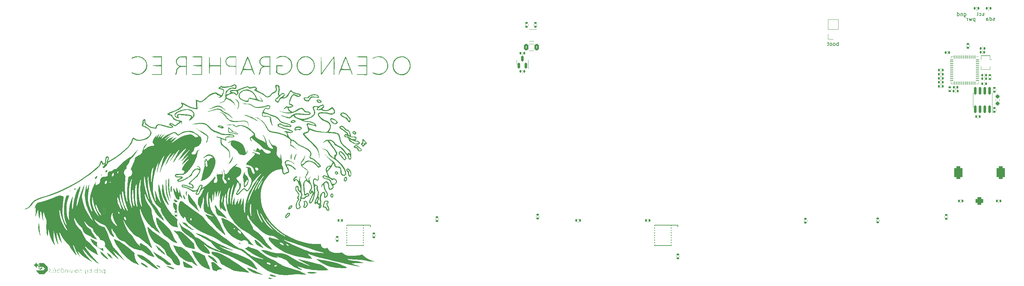
<source format=gbr>
%TF.GenerationSoftware,KiCad,Pcbnew,(7.0.0)*%
%TF.CreationDate,2024-01-20T18:02:58+01:00*%
%TF.ProjectId,oceanographer EC,6f636561-6e6f-4677-9261-706865722045,rev?*%
%TF.SameCoordinates,Original*%
%TF.FileFunction,Legend,Bot*%
%TF.FilePolarity,Positive*%
%FSLAX46Y46*%
G04 Gerber Fmt 4.6, Leading zero omitted, Abs format (unit mm)*
G04 Created by KiCad (PCBNEW (7.0.0)) date 2024-01-20 18:02:58*
%MOMM*%
%LPD*%
G01*
G04 APERTURE LIST*
G04 Aperture macros list*
%AMRoundRect*
0 Rectangle with rounded corners*
0 $1 Rounding radius*
0 $2 $3 $4 $5 $6 $7 $8 $9 X,Y pos of 4 corners*
0 Add a 4 corners polygon primitive as box body*
4,1,4,$2,$3,$4,$5,$6,$7,$8,$9,$2,$3,0*
0 Add four circle primitives for the rounded corners*
1,1,$1+$1,$2,$3*
1,1,$1+$1,$4,$5*
1,1,$1+$1,$6,$7*
1,1,$1+$1,$8,$9*
0 Add four rect primitives between the rounded corners*
20,1,$1+$1,$2,$3,$4,$5,0*
20,1,$1+$1,$4,$5,$6,$7,0*
20,1,$1+$1,$6,$7,$8,$9,0*
20,1,$1+$1,$8,$9,$2,$3,0*%
G04 Aperture macros list end*
%ADD10C,0.150000*%
%ADD11C,0.120000*%
%ADD12C,0.170180*%
%ADD13C,0.002540*%
%ADD14C,0.650000*%
%ADD15R,0.600000X1.450000*%
%ADD16R,0.300000X1.450000*%
%ADD17C,2.200000*%
%ADD18C,2.000000*%
%ADD19RoundRect,0.550000X0.550000X-1.150000X0.550000X1.150000X-0.550000X1.150000X-0.550000X-1.150000X0*%
%ADD20RoundRect,0.500000X0.500000X-0.500000X0.500000X0.500000X-0.500000X0.500000X-0.500000X-0.500000X0*%
%ADD21C,1.397000*%
%ADD22RoundRect,0.140000X-0.140000X-0.170000X0.140000X-0.170000X0.140000X0.170000X-0.140000X0.170000X0*%
%ADD23RoundRect,0.135000X0.135000X0.185000X-0.135000X0.185000X-0.135000X-0.185000X0.135000X-0.185000X0*%
%ADD24RoundRect,0.135000X-0.185000X0.135000X-0.185000X-0.135000X0.185000X-0.135000X0.185000X0.135000X0*%
%ADD25RoundRect,0.062500X0.375000X0.062500X-0.375000X0.062500X-0.375000X-0.062500X0.375000X-0.062500X0*%
%ADD26RoundRect,0.062500X0.062500X0.375000X-0.062500X0.375000X-0.062500X-0.375000X0.062500X-0.375000X0*%
%ADD27R,5.600000X5.600000*%
%ADD28R,1.778000X0.419100*%
%ADD29RoundRect,0.135000X-0.135000X-0.185000X0.135000X-0.185000X0.135000X0.185000X-0.135000X0.185000X0*%
%ADD30RoundRect,0.135000X0.185000X-0.135000X0.185000X0.135000X-0.185000X0.135000X-0.185000X-0.135000X0*%
%ADD31RoundRect,0.140000X0.140000X0.170000X-0.140000X0.170000X-0.140000X-0.170000X0.140000X-0.170000X0*%
%ADD32RoundRect,0.250000X0.375000X0.625000X-0.375000X0.625000X-0.375000X-0.625000X0.375000X-0.625000X0*%
%ADD33O,1.700000X1.700000*%
%ADD34R,1.700000X1.700000*%
%ADD35RoundRect,0.140000X-0.170000X0.140000X-0.170000X-0.140000X0.170000X-0.140000X0.170000X0.140000X0*%
%ADD36RoundRect,0.150000X0.150000X-0.587500X0.150000X0.587500X-0.150000X0.587500X-0.150000X-0.587500X0*%
%ADD37RoundRect,0.150000X0.150000X-0.825000X0.150000X0.825000X-0.150000X0.825000X-0.150000X-0.825000X0*%
%ADD38RoundRect,0.237500X-0.237500X0.250000X-0.237500X-0.250000X0.237500X-0.250000X0.237500X0.250000X0*%
%ADD39R,0.700000X1.000000*%
%ADD40R,0.700000X0.600000*%
%ADD41R,1.900000X0.400000*%
G04 APERTURE END LIST*
D10*
X273909820Y-49200385D02*
X273814582Y-49248004D01*
X273814582Y-49248004D02*
X273624106Y-49248004D01*
X273624106Y-49248004D02*
X273528868Y-49200385D01*
X273528868Y-49200385D02*
X273481249Y-49105147D01*
X273481249Y-49105147D02*
X273481249Y-49057528D01*
X273481249Y-49057528D02*
X273528868Y-48962290D01*
X273528868Y-48962290D02*
X273624106Y-48914671D01*
X273624106Y-48914671D02*
X273766963Y-48914671D01*
X273766963Y-48914671D02*
X273862201Y-48867052D01*
X273862201Y-48867052D02*
X273909820Y-48771814D01*
X273909820Y-48771814D02*
X273909820Y-48724195D01*
X273909820Y-48724195D02*
X273862201Y-48628957D01*
X273862201Y-48628957D02*
X273766963Y-48581338D01*
X273766963Y-48581338D02*
X273624106Y-48581338D01*
X273624106Y-48581338D02*
X273528868Y-48628957D01*
X272624106Y-49248004D02*
X272624106Y-48248004D01*
X272624106Y-49200385D02*
X272719344Y-49248004D01*
X272719344Y-49248004D02*
X272909820Y-49248004D01*
X272909820Y-49248004D02*
X273005058Y-49200385D01*
X273005058Y-49200385D02*
X273052677Y-49152766D01*
X273052677Y-49152766D02*
X273100296Y-49057528D01*
X273100296Y-49057528D02*
X273100296Y-48771814D01*
X273100296Y-48771814D02*
X273052677Y-48676576D01*
X273052677Y-48676576D02*
X273005058Y-48628957D01*
X273005058Y-48628957D02*
X272909820Y-48581338D01*
X272909820Y-48581338D02*
X272719344Y-48581338D01*
X272719344Y-48581338D02*
X272624106Y-48628957D01*
X271719344Y-49248004D02*
X271719344Y-48724195D01*
X271719344Y-48724195D02*
X271766963Y-48628957D01*
X271766963Y-48628957D02*
X271862201Y-48581338D01*
X271862201Y-48581338D02*
X272052677Y-48581338D01*
X272052677Y-48581338D02*
X272147915Y-48628957D01*
X271719344Y-49200385D02*
X271814582Y-49248004D01*
X271814582Y-49248004D02*
X272052677Y-49248004D01*
X272052677Y-49248004D02*
X272147915Y-49200385D01*
X272147915Y-49200385D02*
X272195534Y-49105147D01*
X272195534Y-49105147D02*
X272195534Y-49009909D01*
X272195534Y-49009909D02*
X272147915Y-48914671D01*
X272147915Y-48914671D02*
X272052677Y-48867052D01*
X272052677Y-48867052D02*
X271814582Y-48867052D01*
X271814582Y-48867052D02*
X271719344Y-48819433D01*
X232386011Y-55929880D02*
X232386011Y-54929880D01*
X232386011Y-55310833D02*
X232290773Y-55263214D01*
X232290773Y-55263214D02*
X232100297Y-55263214D01*
X232100297Y-55263214D02*
X232005059Y-55310833D01*
X232005059Y-55310833D02*
X231957440Y-55358452D01*
X231957440Y-55358452D02*
X231909821Y-55453690D01*
X231909821Y-55453690D02*
X231909821Y-55739404D01*
X231909821Y-55739404D02*
X231957440Y-55834642D01*
X231957440Y-55834642D02*
X232005059Y-55882261D01*
X232005059Y-55882261D02*
X232100297Y-55929880D01*
X232100297Y-55929880D02*
X232290773Y-55929880D01*
X232290773Y-55929880D02*
X232386011Y-55882261D01*
X231338392Y-55929880D02*
X231433630Y-55882261D01*
X231433630Y-55882261D02*
X231481249Y-55834642D01*
X231481249Y-55834642D02*
X231528868Y-55739404D01*
X231528868Y-55739404D02*
X231528868Y-55453690D01*
X231528868Y-55453690D02*
X231481249Y-55358452D01*
X231481249Y-55358452D02*
X231433630Y-55310833D01*
X231433630Y-55310833D02*
X231338392Y-55263214D01*
X231338392Y-55263214D02*
X231195535Y-55263214D01*
X231195535Y-55263214D02*
X231100297Y-55310833D01*
X231100297Y-55310833D02*
X231052678Y-55358452D01*
X231052678Y-55358452D02*
X231005059Y-55453690D01*
X231005059Y-55453690D02*
X231005059Y-55739404D01*
X231005059Y-55739404D02*
X231052678Y-55834642D01*
X231052678Y-55834642D02*
X231100297Y-55882261D01*
X231100297Y-55882261D02*
X231195535Y-55929880D01*
X231195535Y-55929880D02*
X231338392Y-55929880D01*
X230433630Y-55929880D02*
X230528868Y-55882261D01*
X230528868Y-55882261D02*
X230576487Y-55834642D01*
X230576487Y-55834642D02*
X230624106Y-55739404D01*
X230624106Y-55739404D02*
X230624106Y-55453690D01*
X230624106Y-55453690D02*
X230576487Y-55358452D01*
X230576487Y-55358452D02*
X230528868Y-55310833D01*
X230528868Y-55310833D02*
X230433630Y-55263214D01*
X230433630Y-55263214D02*
X230290773Y-55263214D01*
X230290773Y-55263214D02*
X230195535Y-55310833D01*
X230195535Y-55310833D02*
X230147916Y-55358452D01*
X230147916Y-55358452D02*
X230100297Y-55453690D01*
X230100297Y-55453690D02*
X230100297Y-55739404D01*
X230100297Y-55739404D02*
X230147916Y-55834642D01*
X230147916Y-55834642D02*
X230195535Y-55882261D01*
X230195535Y-55882261D02*
X230290773Y-55929880D01*
X230290773Y-55929880D02*
X230433630Y-55929880D01*
X229814582Y-55263214D02*
X229433630Y-55263214D01*
X229671725Y-54929880D02*
X229671725Y-55787023D01*
X229671725Y-55787023D02*
X229624106Y-55882261D01*
X229624106Y-55882261D02*
X229528868Y-55929880D01*
X229528868Y-55929880D02*
X229433630Y-55929880D01*
X271111636Y-47934497D02*
X271016398Y-47982116D01*
X271016398Y-47982116D02*
X270825922Y-47982116D01*
X270825922Y-47982116D02*
X270730684Y-47934497D01*
X270730684Y-47934497D02*
X270683065Y-47839259D01*
X270683065Y-47839259D02*
X270683065Y-47791640D01*
X270683065Y-47791640D02*
X270730684Y-47696402D01*
X270730684Y-47696402D02*
X270825922Y-47648783D01*
X270825922Y-47648783D02*
X270968779Y-47648783D01*
X270968779Y-47648783D02*
X271064017Y-47601164D01*
X271064017Y-47601164D02*
X271111636Y-47505926D01*
X271111636Y-47505926D02*
X271111636Y-47458307D01*
X271111636Y-47458307D02*
X271064017Y-47363069D01*
X271064017Y-47363069D02*
X270968779Y-47315450D01*
X270968779Y-47315450D02*
X270825922Y-47315450D01*
X270825922Y-47315450D02*
X270730684Y-47363069D01*
X269825922Y-47934497D02*
X269921160Y-47982116D01*
X269921160Y-47982116D02*
X270111636Y-47982116D01*
X270111636Y-47982116D02*
X270206874Y-47934497D01*
X270206874Y-47934497D02*
X270254493Y-47886878D01*
X270254493Y-47886878D02*
X270302112Y-47791640D01*
X270302112Y-47791640D02*
X270302112Y-47505926D01*
X270302112Y-47505926D02*
X270254493Y-47410688D01*
X270254493Y-47410688D02*
X270206874Y-47363069D01*
X270206874Y-47363069D02*
X270111636Y-47315450D01*
X270111636Y-47315450D02*
X269921160Y-47315450D01*
X269921160Y-47315450D02*
X269825922Y-47363069D01*
X269254493Y-47982116D02*
X269349731Y-47934497D01*
X269349731Y-47934497D02*
X269397350Y-47839259D01*
X269397350Y-47839259D02*
X269397350Y-46982116D01*
X268667998Y-48639489D02*
X268667998Y-49639489D01*
X268667998Y-48687108D02*
X268572760Y-48639489D01*
X268572760Y-48639489D02*
X268382284Y-48639489D01*
X268382284Y-48639489D02*
X268287046Y-48687108D01*
X268287046Y-48687108D02*
X268239427Y-48734727D01*
X268239427Y-48734727D02*
X268191808Y-48829965D01*
X268191808Y-48829965D02*
X268191808Y-49115679D01*
X268191808Y-49115679D02*
X268239427Y-49210917D01*
X268239427Y-49210917D02*
X268287046Y-49258536D01*
X268287046Y-49258536D02*
X268382284Y-49306155D01*
X268382284Y-49306155D02*
X268572760Y-49306155D01*
X268572760Y-49306155D02*
X268667998Y-49258536D01*
X267858474Y-48639489D02*
X267667998Y-49306155D01*
X267667998Y-49306155D02*
X267477522Y-48829965D01*
X267477522Y-48829965D02*
X267287046Y-49306155D01*
X267287046Y-49306155D02*
X267096570Y-48639489D01*
X266715617Y-49306155D02*
X266715617Y-48639489D01*
X266715617Y-48829965D02*
X266667998Y-48734727D01*
X266667998Y-48734727D02*
X266620379Y-48687108D01*
X266620379Y-48687108D02*
X266525141Y-48639489D01*
X266525141Y-48639489D02*
X266429903Y-48639489D01*
X265802976Y-47325714D02*
X265802976Y-48135238D01*
X265802976Y-48135238D02*
X265850595Y-48230476D01*
X265850595Y-48230476D02*
X265898214Y-48278095D01*
X265898214Y-48278095D02*
X265993452Y-48325714D01*
X265993452Y-48325714D02*
X266136309Y-48325714D01*
X266136309Y-48325714D02*
X266231547Y-48278095D01*
X265802976Y-47944761D02*
X265898214Y-47992380D01*
X265898214Y-47992380D02*
X266088690Y-47992380D01*
X266088690Y-47992380D02*
X266183928Y-47944761D01*
X266183928Y-47944761D02*
X266231547Y-47897142D01*
X266231547Y-47897142D02*
X266279166Y-47801904D01*
X266279166Y-47801904D02*
X266279166Y-47516190D01*
X266279166Y-47516190D02*
X266231547Y-47420952D01*
X266231547Y-47420952D02*
X266183928Y-47373333D01*
X266183928Y-47373333D02*
X266088690Y-47325714D01*
X266088690Y-47325714D02*
X265898214Y-47325714D01*
X265898214Y-47325714D02*
X265802976Y-47373333D01*
X265326785Y-47325714D02*
X265326785Y-47992380D01*
X265326785Y-47420952D02*
X265279166Y-47373333D01*
X265279166Y-47373333D02*
X265183928Y-47325714D01*
X265183928Y-47325714D02*
X265041071Y-47325714D01*
X265041071Y-47325714D02*
X264945833Y-47373333D01*
X264945833Y-47373333D02*
X264898214Y-47468571D01*
X264898214Y-47468571D02*
X264898214Y-47992380D01*
X263993452Y-47992380D02*
X263993452Y-46992380D01*
X263993452Y-47944761D02*
X264088690Y-47992380D01*
X264088690Y-47992380D02*
X264279166Y-47992380D01*
X264279166Y-47992380D02*
X264374404Y-47944761D01*
X264374404Y-47944761D02*
X264422023Y-47897142D01*
X264422023Y-47897142D02*
X264469642Y-47801904D01*
X264469642Y-47801904D02*
X264469642Y-47516190D01*
X264469642Y-47516190D02*
X264422023Y-47420952D01*
X264422023Y-47420952D02*
X264374404Y-47373333D01*
X264374404Y-47373333D02*
X264279166Y-47325714D01*
X264279166Y-47325714D02*
X264088690Y-47325714D01*
X264088690Y-47325714D02*
X263993452Y-47373333D01*
D11*
%TO.C,C6*%
X270994677Y-64364252D02*
X271210349Y-64364252D01*
X270994677Y-65084252D02*
X271210349Y-65084252D01*
%TO.C,R1*%
X259767067Y-62823536D02*
X259459785Y-62823536D01*
X259767067Y-62063536D02*
X259459785Y-62063536D01*
%TO.C,R12*%
X56736250Y-100418859D02*
X56736250Y-100726141D01*
X55976250Y-100418859D02*
X55976250Y-100726141D01*
%TO.C,C2*%
X270560914Y-57302500D02*
X270776586Y-57302500D01*
X270560914Y-58022500D02*
X270776586Y-58022500D01*
%TO.C,U1*%
X269516250Y-66035000D02*
X269516250Y-65560000D01*
X269041250Y-66035000D02*
X269516250Y-66035000D01*
X269041250Y-58815000D02*
X269516250Y-58815000D01*
X262771250Y-66035000D02*
X262296250Y-66035000D01*
X262771250Y-58815000D02*
X262296250Y-58815000D01*
X262296250Y-66035000D02*
X262296250Y-65560000D01*
X262296250Y-58815000D02*
X262296250Y-59290000D01*
D12*
%TO.C,U5*%
X189767860Y-103692500D02*
X187937500Y-103692500D01*
X187937500Y-103692500D02*
X187937500Y-109032500D01*
X183538220Y-103692500D02*
X187937500Y-103692500D01*
X189767860Y-104091280D02*
X189767860Y-103692500D01*
D13*
X183537860Y-108846620D02*
X183537860Y-108861860D01*
D12*
X187937500Y-109032500D02*
X183538220Y-109032500D01*
X183538220Y-109032500D02*
X183538220Y-103692500D01*
D11*
%TO.C,R4*%
X259459785Y-64226109D02*
X259767067Y-64226109D01*
X259459785Y-64986109D02*
X259767067Y-64986109D01*
%TO.C,R17*%
X269234891Y-46417500D02*
X268927609Y-46417500D01*
X269234891Y-45657500D02*
X268927609Y-45657500D01*
%TO.C,R2*%
X259767067Y-67081925D02*
X259459785Y-67081925D01*
X259767067Y-66321925D02*
X259459785Y-66321925D01*
%TO.C,R7*%
X272236759Y-64407945D02*
X272236759Y-64100663D01*
X272996759Y-64407945D02*
X272996759Y-64100663D01*
%TO.C,R8*%
X263378063Y-67601250D02*
X263685345Y-67601250D01*
X263378063Y-68361250D02*
X263685345Y-68361250D01*
%TO.C,C9*%
X148323414Y-62435007D02*
X148539086Y-62435007D01*
X148323414Y-63155007D02*
X148539086Y-63155007D01*
%TO.C,R19*%
X190086250Y-111765109D02*
X190086250Y-112072391D01*
X189326250Y-111765109D02*
X189326250Y-112072391D01*
%TO.C,G\u002A\u002A\u002A*%
G36*
X77698550Y-74955463D02*
G01*
X77648550Y-75005660D01*
X77598550Y-74955463D01*
X77648550Y-74905265D01*
X77698550Y-74955463D01*
G37*
G36*
X77498550Y-74855067D02*
G01*
X77448550Y-74905265D01*
X77398550Y-74855067D01*
X77448550Y-74804870D01*
X77498550Y-74855067D01*
G37*
G36*
X57798550Y-76963368D02*
G01*
X57748550Y-77013565D01*
X57698550Y-76963368D01*
X57748550Y-76913170D01*
X57798550Y-76963368D01*
G37*
G36*
X48998550Y-81882735D02*
G01*
X48948550Y-81932933D01*
X48898550Y-81882735D01*
X48948550Y-81832538D01*
X48998550Y-81882735D01*
G37*
G36*
X36685071Y-90136780D02*
G01*
X36698550Y-90203692D01*
X36639875Y-90377149D01*
X36598550Y-90416332D01*
X36512028Y-90394699D01*
X36498550Y-90327787D01*
X36557224Y-90154329D01*
X36598550Y-90115146D01*
X36685071Y-90136780D01*
G37*
G36*
X28390845Y-94436732D02*
G01*
X28398550Y-94470490D01*
X28325574Y-94612417D01*
X28298550Y-94632933D01*
X28206254Y-94628344D01*
X28198550Y-94594585D01*
X28271525Y-94452659D01*
X28298550Y-94432142D01*
X28390845Y-94436732D01*
G37*
G36*
X29721026Y-93900245D02*
G01*
X29743176Y-94054171D01*
X29671577Y-94205300D01*
X29565429Y-94264007D01*
X29431477Y-94247632D01*
X29411773Y-94093094D01*
X29415429Y-94064592D01*
X29495744Y-93883507D01*
X29598550Y-93829771D01*
X29721026Y-93900245D01*
G37*
G36*
X81334324Y-117659407D02*
G01*
X81592584Y-117698683D01*
X81889586Y-117767717D01*
X82007011Y-117823268D01*
X81963894Y-117875441D01*
X81942584Y-117884460D01*
X81494932Y-117955502D01*
X81106598Y-117865011D01*
X80934162Y-117766878D01*
X80933243Y-117693532D01*
X81075933Y-117654525D01*
X81334324Y-117659407D01*
G37*
G36*
X38182040Y-89110300D02*
G01*
X38150908Y-89254327D01*
X38043496Y-89432626D01*
X37880989Y-89570570D01*
X37729058Y-89622893D01*
X37666360Y-89588343D01*
X37662639Y-89419676D01*
X37753403Y-89202068D01*
X37893274Y-89030105D01*
X37950460Y-88996171D01*
X38131679Y-88977715D01*
X38182040Y-89110300D01*
G37*
G36*
X51398550Y-114307593D02*
G01*
X51714682Y-114430778D01*
X52008929Y-114593197D01*
X52216884Y-114755794D01*
X52273855Y-114838399D01*
X52273742Y-114938782D01*
X52156742Y-114940720D01*
X51896543Y-114843209D01*
X51848550Y-114822167D01*
X51564193Y-114651345D01*
X51348550Y-114461370D01*
X51148550Y-114233521D01*
X51398550Y-114307593D01*
G37*
G36*
X35492706Y-90631038D02*
G01*
X35498550Y-90745377D01*
X35437913Y-91000207D01*
X35288555Y-91213837D01*
X35099303Y-91342682D01*
X34918982Y-91343157D01*
X34869204Y-91307161D01*
X34862133Y-91177443D01*
X34948699Y-90973434D01*
X35087240Y-90768713D01*
X35236094Y-90636859D01*
X35253030Y-90629289D01*
X35432333Y-90574562D01*
X35492706Y-90631038D01*
G37*
G36*
X71491503Y-85552549D02*
G01*
X71432733Y-85924691D01*
X71269506Y-86355603D01*
X71040219Y-86767700D01*
X70783271Y-87083396D01*
X70699508Y-87152801D01*
X70453267Y-87312665D01*
X70353280Y-87336555D01*
X70400502Y-87225168D01*
X70544440Y-87039685D01*
X70868818Y-86572612D01*
X71175459Y-85985005D01*
X71353500Y-85552651D01*
X71484457Y-85195779D01*
X71491503Y-85552549D01*
G37*
G36*
X58505640Y-95764711D02*
G01*
X58651668Y-96005095D01*
X58790994Y-96278189D01*
X58882928Y-96507210D01*
X58898550Y-96586641D01*
X58832989Y-96683029D01*
X58689108Y-96670422D01*
X58546104Y-96563553D01*
X58515230Y-96515344D01*
X58428948Y-96291641D01*
X58367108Y-96032942D01*
X58338009Y-95799404D01*
X58349952Y-95651187D01*
X58393601Y-95633815D01*
X58505640Y-95764711D01*
G37*
G36*
X87247610Y-84894593D02*
G01*
X87157509Y-85258881D01*
X87106686Y-85669021D01*
X87102939Y-85773052D01*
X87081495Y-86051106D01*
X87031871Y-86222965D01*
X86998550Y-86249929D01*
X86945168Y-86158575D01*
X86909018Y-85920336D01*
X86898550Y-85653156D01*
X86915335Y-85275328D01*
X86979961Y-85019690D01*
X87113826Y-84809407D01*
X87143221Y-84774697D01*
X87387892Y-84493012D01*
X87247610Y-84894593D01*
G37*
G36*
X88492905Y-84760797D02*
G01*
X88425885Y-84928052D01*
X88328865Y-85128652D01*
X88172414Y-85504573D01*
X88051406Y-85897533D01*
X88022297Y-86034229D01*
X87963513Y-86277388D01*
X87899521Y-86394700D01*
X87873550Y-86392180D01*
X87801379Y-86194159D01*
X87817843Y-85885944D01*
X87904781Y-85527108D01*
X88044029Y-85177225D01*
X88217426Y-84895868D01*
X88371616Y-84758471D01*
X88473533Y-84715377D01*
X88492905Y-84760797D01*
G37*
G36*
X59219073Y-94575676D02*
G01*
X59247169Y-94817946D01*
X59264597Y-95159155D01*
X59265283Y-95186036D01*
X59268576Y-95532111D01*
X59261507Y-95782809D01*
X59245604Y-95887342D01*
X59244138Y-95887874D01*
X59197141Y-95801317D01*
X59126019Y-95585241D01*
X59102196Y-95499887D01*
X59057076Y-95215705D01*
X59053742Y-94911391D01*
X59086895Y-94651179D01*
X59151237Y-94499304D01*
X59186050Y-94483270D01*
X59219073Y-94575676D01*
G37*
G36*
X56201539Y-96848439D02*
G01*
X56429188Y-96987980D01*
X56460064Y-97010903D01*
X56660502Y-97163197D01*
X56780090Y-97253701D01*
X56787800Y-97259465D01*
X56777200Y-97347593D01*
X56663129Y-97474136D01*
X56513628Y-97574222D01*
X56436305Y-97594593D01*
X56268601Y-97528542D01*
X56098550Y-97393803D01*
X55954709Y-97183784D01*
X55902556Y-96972627D01*
X55948814Y-96824131D01*
X56035064Y-96791431D01*
X56201539Y-96848439D01*
G37*
G36*
X55244103Y-93239417D02*
G01*
X55283715Y-93425179D01*
X55298252Y-93782882D01*
X55298550Y-93863391D01*
X55283893Y-94373915D01*
X55237852Y-94701378D01*
X55157317Y-94861494D01*
X55096640Y-94883921D01*
X55030767Y-94795628D01*
X54968027Y-94576575D01*
X54955529Y-94507439D01*
X54933560Y-94171308D01*
X54958543Y-93811278D01*
X55020157Y-93488765D01*
X55108079Y-93265185D01*
X55174976Y-93201823D01*
X55244103Y-93239417D01*
G37*
G36*
X81763982Y-116805113D02*
G01*
X82092554Y-116894576D01*
X82454605Y-117015054D01*
X82781557Y-117143126D01*
X83004831Y-117255371D01*
X83043550Y-117284462D01*
X83027575Y-117338257D01*
X82861590Y-117362119D01*
X82593078Y-117357787D01*
X82269523Y-117327001D01*
X81938412Y-117271501D01*
X81799439Y-117238885D01*
X81513390Y-117128575D01*
X81338347Y-116994747D01*
X81292482Y-116869921D01*
X81393969Y-116786619D01*
X81537466Y-116770087D01*
X81763982Y-116805113D01*
G37*
G36*
X47368799Y-113681983D02*
G01*
X47652597Y-113789512D01*
X47987495Y-113970135D01*
X48337485Y-114207676D01*
X48603056Y-114426829D01*
X48890961Y-114710764D01*
X49011388Y-114885828D01*
X48966251Y-114949898D01*
X48757465Y-114900854D01*
X48386942Y-114736575D01*
X48343184Y-114714789D01*
X48000463Y-114521045D01*
X47661091Y-114293340D01*
X47368671Y-114065441D01*
X47166806Y-113871114D01*
X47098550Y-113750920D01*
X47172114Y-113663726D01*
X47368799Y-113681983D01*
G37*
G36*
X92480361Y-116082656D02*
G01*
X92953594Y-116113439D01*
X93368525Y-116171160D01*
X93418451Y-116181379D01*
X93710590Y-116249573D01*
X93829723Y-116298854D01*
X93799664Y-116345974D01*
X93707613Y-116384788D01*
X93309699Y-116478272D01*
X92806465Y-116522383D01*
X92280885Y-116516465D01*
X91815934Y-116459859D01*
X91601100Y-116401483D01*
X91345124Y-116298071D01*
X91257660Y-116229690D01*
X91315586Y-116173903D01*
X91351100Y-116158893D01*
X91615090Y-116104686D01*
X92012851Y-116079506D01*
X92480361Y-116082656D01*
G37*
G36*
X72179763Y-70122968D02*
G01*
X72438929Y-70264944D01*
X72474464Y-70286541D01*
X72875655Y-70643430D01*
X73124489Y-71110750D01*
X73198176Y-71577049D01*
X73144937Y-72005974D01*
X73004481Y-72419751D01*
X72806748Y-72738385D01*
X72738395Y-72805426D01*
X72677914Y-72817341D01*
X72718202Y-72665331D01*
X72795410Y-72483759D01*
X72972649Y-71895036D01*
X72954359Y-71347977D01*
X72740998Y-70844763D01*
X72359965Y-70411009D01*
X72137612Y-70198901D01*
X72078434Y-70101921D01*
X72179763Y-70122968D01*
G37*
G36*
X56159231Y-97742268D02*
G01*
X56430697Y-98032169D01*
X56455212Y-98064065D01*
X56608205Y-98289963D01*
X56676950Y-98493966D01*
X56680051Y-98760501D01*
X56658190Y-98985138D01*
X56608925Y-99356170D01*
X56552589Y-99686733D01*
X56521078Y-99828391D01*
X56448137Y-100102205D01*
X56183216Y-99676660D01*
X55919656Y-99187953D01*
X55733405Y-98708999D01*
X55633177Y-98278196D01*
X55627687Y-97933939D01*
X55725647Y-97714625D01*
X55735875Y-97705549D01*
X55932507Y-97635828D01*
X56159231Y-97742268D01*
G37*
G36*
X54140794Y-114485195D02*
G01*
X54435948Y-114548571D01*
X54817332Y-114665931D01*
X55251948Y-114830023D01*
X55290427Y-114845952D01*
X55663443Y-115021060D01*
X55900213Y-115172845D01*
X55986970Y-115287023D01*
X55909949Y-115349308D01*
X55781883Y-115355924D01*
X55495583Y-115318313D01*
X55298550Y-115270471D01*
X55024241Y-115165686D01*
X54694063Y-115011423D01*
X54366093Y-114838532D01*
X54098406Y-114677865D01*
X53949080Y-114560273D01*
X53941170Y-114549405D01*
X53964869Y-114483055D01*
X54140794Y-114485195D01*
G37*
G36*
X36529700Y-110749492D02*
G01*
X36782864Y-110912717D01*
X37095954Y-111168430D01*
X37445120Y-111497022D01*
X37806513Y-111878886D01*
X38156281Y-112294415D01*
X38182323Y-112327597D01*
X38375382Y-112591957D01*
X38426629Y-112719675D01*
X38330929Y-112720704D01*
X38083142Y-112604993D01*
X38048550Y-112586718D01*
X37669942Y-112346717D01*
X37279312Y-112034689D01*
X36911778Y-111686917D01*
X36602461Y-111339678D01*
X36386481Y-111029253D01*
X36298958Y-110791923D01*
X36298550Y-110778928D01*
X36360312Y-110698359D01*
X36529700Y-110749492D01*
G37*
G36*
X20033248Y-103246653D02*
G01*
X20079538Y-103536074D01*
X20117554Y-104019506D01*
X20126009Y-104183386D01*
X20161261Y-104714168D01*
X20213400Y-105228247D01*
X20274800Y-105659943D01*
X20325588Y-105902301D01*
X20400603Y-106192020D01*
X20442596Y-106383462D01*
X20445402Y-106429376D01*
X20380197Y-106355865D01*
X20266910Y-106192431D01*
X20037635Y-105707023D01*
X19883265Y-105100044D01*
X19818155Y-104441293D01*
X19827491Y-104055666D01*
X19875805Y-103555749D01*
X19928274Y-103255161D01*
X19981791Y-103152572D01*
X20033248Y-103246653D01*
G37*
G36*
X38334612Y-111106603D02*
G01*
X38562314Y-111261860D01*
X38803242Y-111453486D01*
X39012477Y-111648578D01*
X39133339Y-111794839D01*
X39378619Y-112174879D01*
X39523567Y-112408241D01*
X39572888Y-112519118D01*
X39531289Y-112531702D01*
X39403474Y-112470185D01*
X39248550Y-112387166D01*
X38938584Y-112186757D01*
X38646650Y-111936944D01*
X38419631Y-111684700D01*
X38304411Y-111476997D01*
X38298550Y-111435369D01*
X38247720Y-111251450D01*
X38198550Y-111198150D01*
X38102298Y-111066021D01*
X38098550Y-111036809D01*
X38165051Y-111020618D01*
X38334612Y-111106603D01*
G37*
G36*
X77669427Y-107652523D02*
G01*
X77996253Y-107910818D01*
X78267884Y-108161194D01*
X78624035Y-108514856D01*
X78961104Y-108868932D01*
X79255165Y-109195791D01*
X79482292Y-109467800D01*
X79618558Y-109657330D01*
X79640037Y-109736748D01*
X79632861Y-109737528D01*
X79511901Y-109694814D01*
X79253534Y-109583622D01*
X78900463Y-109422765D01*
X78636766Y-109298751D01*
X78195619Y-109080913D01*
X77895383Y-108894220D01*
X77694078Y-108688561D01*
X77549722Y-108413826D01*
X77420336Y-108019905D01*
X77347316Y-107759613D01*
X77337359Y-107573605D01*
X77447263Y-107539013D01*
X77669427Y-107652523D01*
G37*
G36*
X65111706Y-111672313D02*
G01*
X65455539Y-111805569D01*
X65889375Y-112017307D01*
X66200570Y-112187606D01*
X66447625Y-112356578D01*
X66662499Y-112559666D01*
X66877153Y-112832310D01*
X67123548Y-113209955D01*
X67433643Y-113728041D01*
X67436633Y-113733131D01*
X67472908Y-113835312D01*
X67394996Y-113833503D01*
X67191031Y-113721802D01*
X66849145Y-113494307D01*
X66590448Y-113312299D01*
X66180674Y-113004481D01*
X65769424Y-112669206D01*
X65431232Y-112367850D01*
X65365448Y-112303612D01*
X65057690Y-111971118D01*
X64912801Y-111755077D01*
X64930799Y-111655479D01*
X65111706Y-111672313D01*
G37*
G36*
X58230059Y-102909280D02*
G01*
X58522659Y-102989336D01*
X58749970Y-103015937D01*
X59003764Y-103110896D01*
X59245001Y-103353725D01*
X59492599Y-103624780D01*
X59851126Y-103951786D01*
X60260991Y-104285766D01*
X60662605Y-104577741D01*
X60948550Y-104753932D01*
X61116427Y-104861775D01*
X61118468Y-104907578D01*
X60978632Y-104892622D01*
X60720877Y-104818189D01*
X60476204Y-104728675D01*
X60032231Y-104508950D01*
X59517152Y-104183467D01*
X58993057Y-103796254D01*
X58522033Y-103391338D01*
X58348550Y-103219910D01*
X58131997Y-102989774D01*
X58046386Y-102877830D01*
X58082252Y-102859277D01*
X58230059Y-102909280D01*
G37*
G36*
X103322379Y-79025532D02*
G01*
X103547066Y-79025532D01*
X103642300Y-79151447D01*
X103842354Y-79301379D01*
X103967367Y-79288259D01*
X103998550Y-79168913D01*
X103914893Y-79004229D01*
X103722098Y-78925926D01*
X103588456Y-78941186D01*
X103547066Y-79025532D01*
X103322379Y-79025532D01*
X103305442Y-78911071D01*
X103395739Y-78727286D01*
X103600003Y-78640601D01*
X103869548Y-78691892D01*
X104118980Y-78865895D01*
X104276578Y-79102851D01*
X104298550Y-79222640D01*
X104214363Y-79431281D01*
X104007561Y-79543961D01*
X103746778Y-79523456D01*
X103745078Y-79522814D01*
X103488518Y-79359955D01*
X103339170Y-79139000D01*
X103322379Y-79025532D01*
G37*
G36*
X98622001Y-89720356D02*
G01*
X98844800Y-89720356D01*
X98905938Y-89822899D01*
X99082540Y-89955980D01*
X99224803Y-89899733D01*
X99241547Y-89875534D01*
X99227025Y-89749391D01*
X99100986Y-89635629D01*
X98945542Y-89596899D01*
X98898074Y-89613465D01*
X98844800Y-89720356D01*
X98622001Y-89720356D01*
X98604645Y-89665990D01*
X98686202Y-89445344D01*
X98798550Y-89362182D01*
X99063793Y-89316804D01*
X99301625Y-89438015D01*
X99452415Y-89694238D01*
X99456783Y-89710757D01*
X99474339Y-89984132D01*
X99343832Y-90128586D01*
X99096166Y-90165344D01*
X98817267Y-90093718D01*
X98702068Y-89971154D01*
X98622001Y-89720356D01*
G37*
G36*
X75754948Y-115077661D02*
G01*
X76184101Y-115238500D01*
X76732188Y-115469503D01*
X77379823Y-115762960D01*
X78004684Y-116060891D01*
X78609524Y-116357501D01*
X79041032Y-116576181D01*
X79307121Y-116723891D01*
X79415704Y-116807593D01*
X79374695Y-116834248D01*
X79192006Y-116810817D01*
X78875551Y-116744261D01*
X78748550Y-116715275D01*
X78331611Y-116625585D01*
X77911986Y-116545392D01*
X77698550Y-116510057D01*
X77176713Y-116365322D01*
X76608756Y-116098132D01*
X76067365Y-115747554D01*
X75710269Y-115441340D01*
X75494676Y-115216572D01*
X75358452Y-115054039D01*
X75330997Y-114997327D01*
X75464118Y-114994699D01*
X75754948Y-115077661D01*
G37*
G36*
X54549326Y-91227488D02*
G01*
X54576505Y-91565992D01*
X54591775Y-92102146D01*
X54593073Y-92223447D01*
X54609767Y-92873914D01*
X54646922Y-93583039D01*
X54700286Y-94303308D01*
X54765606Y-94987204D01*
X54838630Y-95587214D01*
X54915103Y-96055821D01*
X54950265Y-96214158D01*
X54996553Y-96441808D01*
X54983605Y-96503608D01*
X54925171Y-96420654D01*
X54834999Y-96214039D01*
X54726837Y-95904859D01*
X54706648Y-95840365D01*
X54479180Y-94879128D01*
X54346972Y-93819221D01*
X54319057Y-92743142D01*
X54332685Y-92424237D01*
X54377454Y-91806842D01*
X54424301Y-91376312D01*
X54470426Y-91134806D01*
X54513034Y-91084479D01*
X54549326Y-91227488D01*
G37*
G36*
X52898928Y-92819242D02*
G01*
X52974193Y-93024458D01*
X53062252Y-93428454D01*
X53116414Y-93735724D01*
X53289772Y-94689337D01*
X53470164Y-95490325D01*
X53670972Y-96186756D01*
X53905581Y-96826694D01*
X54103260Y-97280144D01*
X54276862Y-97676406D01*
X54405876Y-98012074D01*
X54473664Y-98241398D01*
X54477735Y-98309854D01*
X54400478Y-98305349D01*
X54236116Y-98161056D01*
X54012487Y-97901505D01*
X54008264Y-97896148D01*
X53422080Y-97041393D01*
X53019153Y-96183372D01*
X52786155Y-95281867D01*
X52709758Y-94296660D01*
X52714862Y-93993207D01*
X52744425Y-93399789D01*
X52784592Y-93006556D01*
X52835911Y-92813158D01*
X52898928Y-92819242D01*
G37*
G36*
X51155118Y-109044062D02*
G01*
X51515474Y-109360200D01*
X51932809Y-109702066D01*
X52218567Y-109921991D01*
X52524325Y-110175233D01*
X52840023Y-110480511D01*
X53129308Y-110796894D01*
X53355830Y-111083452D01*
X53483235Y-111299256D01*
X53498550Y-111363180D01*
X53490856Y-111428609D01*
X53437395Y-111429825D01*
X53292594Y-111352170D01*
X53098550Y-111234520D01*
X52794417Y-111033510D01*
X52458924Y-110788331D01*
X52131861Y-110531295D01*
X51853017Y-110294712D01*
X51662184Y-110110895D01*
X51598550Y-110016445D01*
X51544221Y-109893641D01*
X51399924Y-109654398D01*
X51193693Y-109344393D01*
X51130118Y-109253192D01*
X50661687Y-108587874D01*
X51155118Y-109044062D01*
G37*
G36*
X53826034Y-91591677D02*
G01*
X53846959Y-91887163D01*
X53858851Y-92367486D01*
X53860479Y-92507892D01*
X53936502Y-93862831D01*
X54131466Y-95182100D01*
X54435300Y-96400567D01*
X54487971Y-96565542D01*
X54606699Y-96935769D01*
X54692061Y-97220591D01*
X54731396Y-97376868D01*
X54731021Y-97393803D01*
X54674743Y-97311579D01*
X54555760Y-97096098D01*
X54401032Y-96796369D01*
X54096047Y-96118517D01*
X53880234Y-95453961D01*
X53742328Y-94748098D01*
X53671068Y-93946329D01*
X53654464Y-93177202D01*
X53660981Y-92639767D01*
X53678864Y-92160121D01*
X53705637Y-91780937D01*
X53738826Y-91544888D01*
X53751519Y-91503939D01*
X53794684Y-91468209D01*
X53826034Y-91591677D01*
G37*
G36*
X97431545Y-95801681D02*
G01*
X97701589Y-95801681D01*
X97744672Y-95992171D01*
X97768011Y-96024539D01*
X97860603Y-96027999D01*
X97935995Y-95900032D01*
X97966106Y-95709707D01*
X97947448Y-95583204D01*
X97860908Y-95447090D01*
X97791350Y-95440562D01*
X97718647Y-95580313D01*
X97701589Y-95801681D01*
X97431545Y-95801681D01*
X97421510Y-95755222D01*
X97475732Y-95488561D01*
X97615842Y-95290525D01*
X97810205Y-95203336D01*
X98027185Y-95269214D01*
X98053353Y-95289505D01*
X98162351Y-95488419D01*
X98197759Y-95786985D01*
X98150495Y-96094793D01*
X98137851Y-96130651D01*
X97998475Y-96269230D01*
X97787799Y-96282394D01*
X97582495Y-96179814D01*
X97484811Y-96048288D01*
X97431545Y-95801681D01*
G37*
G36*
X86288910Y-99064950D02*
G01*
X86648323Y-99064950D01*
X86679532Y-99100522D01*
X86805671Y-99033266D01*
X86949104Y-98899116D01*
X87059961Y-98724929D01*
X87053768Y-98617312D01*
X86938929Y-98625650D01*
X86905740Y-98644281D01*
X86783247Y-98766334D01*
X86685228Y-98931189D01*
X86648323Y-99064950D01*
X86288910Y-99064950D01*
X86372188Y-98905790D01*
X86656813Y-98604729D01*
X86934197Y-98383686D01*
X87113387Y-98308705D01*
X87224659Y-98371962D01*
X87262473Y-98448177D01*
X87279747Y-98752512D01*
X87129082Y-99057004D01*
X86861914Y-99293020D01*
X86559675Y-99456545D01*
X86368566Y-99492038D01*
X86251290Y-99406049D01*
X86247996Y-99400809D01*
X86226611Y-99184016D01*
X86288910Y-99064950D01*
G37*
G36*
X101002405Y-91598706D02*
G01*
X101238685Y-91598706D01*
X101255682Y-91693833D01*
X101316511Y-91844243D01*
X101388730Y-91815874D01*
X101461222Y-91721050D01*
X101574238Y-91465362D01*
X101598550Y-91300701D01*
X101563038Y-91121392D01*
X101502068Y-91068901D01*
X101367555Y-91155446D01*
X101268848Y-91359725D01*
X101238685Y-91598706D01*
X101002405Y-91598706D01*
X101000438Y-91433050D01*
X101087045Y-91140525D01*
X101242556Y-90905743D01*
X101445817Y-90788444D01*
X101531193Y-90787102D01*
X101746938Y-90905357D01*
X101850865Y-91154070D01*
X101831958Y-91490278D01*
X101764747Y-91698036D01*
X101587308Y-91978440D01*
X101376180Y-92076671D01*
X101152845Y-91984275D01*
X101118550Y-91952380D01*
X101003888Y-91723581D01*
X101002405Y-91598706D01*
G37*
G36*
X93781186Y-70627770D02*
G01*
X94028336Y-70627770D01*
X94202735Y-70756582D01*
X94223550Y-70766923D01*
X94491345Y-70861232D01*
X94702344Y-70874588D01*
X94797649Y-70804362D01*
X94798550Y-70792592D01*
X94712249Y-70664046D01*
X94504942Y-70549896D01*
X94254026Y-70489883D01*
X94205124Y-70487874D01*
X94028456Y-70527965D01*
X94028336Y-70627770D01*
X93781186Y-70627770D01*
X93763480Y-70596243D01*
X93800106Y-70406254D01*
X93994470Y-70283459D01*
X94244375Y-70257130D01*
X94597903Y-70318474D01*
X94875221Y-70458985D01*
X95050374Y-70646078D01*
X95097411Y-70847167D01*
X94990376Y-71029667D01*
X94905124Y-71086713D01*
X94654352Y-71176784D01*
X94405150Y-71141663D01*
X94176064Y-71034144D01*
X93887746Y-70817510D01*
X93781186Y-70627770D01*
G37*
G36*
X74922207Y-74380622D02*
G01*
X75276730Y-74477845D01*
X75676921Y-74604149D01*
X76075674Y-74745485D01*
X76425879Y-74887805D01*
X76456485Y-74901581D01*
X76762697Y-75055171D01*
X77122246Y-75256625D01*
X77494029Y-75480015D01*
X77836941Y-75699412D01*
X78109880Y-75888890D01*
X78271743Y-76022521D01*
X78298550Y-76063551D01*
X78297842Y-76088989D01*
X78276268Y-76095311D01*
X78204646Y-76069151D01*
X78053798Y-75997141D01*
X77794543Y-75865915D01*
X77397703Y-75662105D01*
X77198550Y-75559652D01*
X76676769Y-75300503D01*
X76116234Y-75037050D01*
X75598207Y-74806851D01*
X75324662Y-74693589D01*
X74963973Y-74545369D01*
X74692517Y-74423233D01*
X74549906Y-74345522D01*
X74538600Y-74329615D01*
X74660461Y-74326529D01*
X74922207Y-74380622D01*
G37*
G36*
X67449627Y-77418358D02*
G01*
X67898550Y-77418358D01*
X67980777Y-77509766D01*
X68073550Y-77546732D01*
X68303193Y-77588959D01*
X68521591Y-77603231D01*
X68661226Y-77588397D01*
X68673139Y-77556960D01*
X68537320Y-77488933D01*
X68316713Y-77430110D01*
X68088274Y-77394261D01*
X67928960Y-77395158D01*
X67898550Y-77418358D01*
X67449627Y-77418358D01*
X67458983Y-77337540D01*
X67552385Y-77249323D01*
X67805676Y-77147892D01*
X68118758Y-77138209D01*
X68446954Y-77202997D01*
X68745589Y-77324978D01*
X68969988Y-77486875D01*
X69075476Y-77671411D01*
X69042972Y-77825787D01*
X68887611Y-77899385D01*
X68585825Y-77894589D01*
X68174309Y-77813738D01*
X67978467Y-77757939D01*
X67613589Y-77618138D01*
X67442444Y-77480413D01*
X67449627Y-77418358D01*
G37*
G36*
X86914131Y-76118688D02*
G01*
X87153550Y-76118688D01*
X87170166Y-76180656D01*
X87360491Y-76209383D01*
X87422648Y-76210403D01*
X87678714Y-76185212D01*
X87837210Y-76123260D01*
X87848550Y-76110008D01*
X87826696Y-76028506D01*
X87677015Y-75992426D01*
X87466303Y-76000932D01*
X87261352Y-76053190D01*
X87153550Y-76118688D01*
X86914131Y-76118688D01*
X86985214Y-75950052D01*
X87204316Y-75804796D01*
X87494517Y-75730525D01*
X87794482Y-75737876D01*
X88042873Y-75837487D01*
X88138463Y-75940606D01*
X88187258Y-76098069D01*
X88092224Y-76246913D01*
X88012471Y-76317088D01*
X87783866Y-76432925D01*
X87482131Y-76502064D01*
X87188601Y-76514599D01*
X86984606Y-76460622D01*
X86965216Y-76444659D01*
X86911558Y-76300112D01*
X86898550Y-76155653D01*
X86914131Y-76118688D01*
G37*
G36*
X58353651Y-113296888D02*
G01*
X58599293Y-113399279D01*
X58937273Y-113569669D01*
X59330572Y-113786341D01*
X59742176Y-114027573D01*
X60135067Y-114271648D01*
X60472229Y-114496845D01*
X60716645Y-114681446D01*
X60831300Y-114803731D01*
X60832654Y-114806996D01*
X60801325Y-114931107D01*
X60684516Y-115039104D01*
X60569389Y-115052088D01*
X60565371Y-115048940D01*
X60465345Y-115034070D01*
X60214442Y-115007323D01*
X59861071Y-114973755D01*
X59748550Y-114963662D01*
X59225944Y-114911183D01*
X58871522Y-114854696D01*
X58653647Y-114781628D01*
X58540684Y-114679404D01*
X58500998Y-114535453D01*
X58498550Y-114466853D01*
X58464660Y-114193071D01*
X58380116Y-113854717D01*
X58347482Y-113755191D01*
X58265394Y-113490175D01*
X58232040Y-113315771D01*
X58237363Y-113284217D01*
X58353651Y-113296888D01*
G37*
G36*
X85410084Y-101502631D02*
G01*
X85625157Y-101502631D01*
X85708884Y-101505595D01*
X85873354Y-101409684D01*
X86083338Y-101231175D01*
X86161742Y-101151476D01*
X86403741Y-100867141D01*
X86489146Y-100691385D01*
X86421894Y-100613027D01*
X86353639Y-100606451D01*
X86208475Y-100685186D01*
X86006811Y-100888818D01*
X85792369Y-101168483D01*
X85657401Y-101384514D01*
X85625157Y-101502631D01*
X85410084Y-101502631D01*
X85463694Y-101245039D01*
X85633691Y-100928267D01*
X85870387Y-100645965D01*
X86135626Y-100436359D01*
X86391254Y-100337676D01*
X86580060Y-100374305D01*
X86714111Y-100563537D01*
X86674828Y-100832764D01*
X86466142Y-101168998D01*
X86274580Y-101383935D01*
X85952757Y-101664349D01*
X85686150Y-101802414D01*
X85496094Y-101793887D01*
X85403924Y-101634529D01*
X85398550Y-101558053D01*
X85410084Y-101502631D01*
G37*
G36*
X46357801Y-111465146D02*
G01*
X46563117Y-111492800D01*
X47049775Y-111603203D01*
X47558439Y-111804193D01*
X48106460Y-112107522D01*
X48711187Y-112524944D01*
X49389973Y-113068212D01*
X50160168Y-113749079D01*
X50848550Y-114395709D01*
X51260772Y-114798632D01*
X51526594Y-115081028D01*
X51650614Y-115254036D01*
X51637430Y-115328796D01*
X51491638Y-115316446D01*
X51217837Y-115228127D01*
X51187512Y-115216995D01*
X50865173Y-115076140D01*
X50505729Y-114872166D01*
X50077303Y-114584419D01*
X49548018Y-114192247D01*
X49248550Y-113960670D01*
X48813008Y-113640704D01*
X48339690Y-113324935D01*
X47908614Y-113065803D01*
X47770946Y-112992290D01*
X47281657Y-112698826D01*
X46817294Y-112340098D01*
X46431791Y-111962739D01*
X46181574Y-111618084D01*
X46134208Y-111504438D01*
X46179826Y-111457768D01*
X46357801Y-111465146D01*
G37*
G36*
X61094998Y-110500829D02*
G01*
X61513980Y-110629476D01*
X62021705Y-110819848D01*
X62588353Y-111062138D01*
X62922244Y-111217777D01*
X64096003Y-111781541D01*
X64389580Y-112543996D01*
X64556682Y-112976960D01*
X64763994Y-113512628D01*
X64978874Y-114066710D01*
X65090101Y-114352990D01*
X65250459Y-114772217D01*
X65376559Y-115115060D01*
X65454677Y-115343287D01*
X65472798Y-115418987D01*
X65374038Y-115397773D01*
X65130885Y-115324489D01*
X64787902Y-115212858D01*
X64625815Y-115158184D01*
X63977861Y-114897248D01*
X63426435Y-114575720D01*
X62931541Y-114160400D01*
X62453186Y-113618090D01*
X61985021Y-112966072D01*
X61652202Y-112451919D01*
X61341329Y-111940785D01*
X61068295Y-111462241D01*
X60848992Y-111045859D01*
X60699311Y-110721210D01*
X60635145Y-110517868D01*
X60642544Y-110467948D01*
X60794579Y-110443717D01*
X61094998Y-110500829D01*
G37*
G36*
X33982865Y-107351330D02*
G01*
X34285173Y-107522490D01*
X34523550Y-107671894D01*
X34979159Y-107960418D01*
X35467301Y-108258313D01*
X35902019Y-108513410D01*
X36013998Y-108576477D01*
X36385862Y-108799065D01*
X36621990Y-108991100D01*
X36771583Y-109198474D01*
X36838886Y-109345867D01*
X36957948Y-109680912D01*
X37054993Y-110018727D01*
X37118214Y-110307792D01*
X37135801Y-110496588D01*
X37112920Y-110541483D01*
X37011731Y-110485687D01*
X36778478Y-110335405D01*
X36444738Y-110111589D01*
X36042087Y-109835193D01*
X35907299Y-109741474D01*
X35461405Y-109425273D01*
X35049979Y-109124026D01*
X34714071Y-108868430D01*
X34494731Y-108689187D01*
X34469652Y-108666323D01*
X34274645Y-108433633D01*
X34064778Y-108109894D01*
X33875500Y-107759848D01*
X33742263Y-107448236D01*
X33699526Y-107259888D01*
X33775978Y-107257960D01*
X33982865Y-107351330D01*
G37*
G36*
X68009415Y-71941759D02*
G01*
X68350191Y-72088583D01*
X68503971Y-72181865D01*
X68718781Y-72339066D01*
X68976319Y-72552641D01*
X69240164Y-72788455D01*
X69473891Y-73012373D01*
X69641079Y-73190261D01*
X69705303Y-73287985D01*
X69693844Y-73296976D01*
X69598401Y-73236746D01*
X69401403Y-73084007D01*
X69236238Y-72947848D01*
X68887207Y-72687630D01*
X68490869Y-72443324D01*
X68102929Y-72244460D01*
X67779092Y-72120564D01*
X67625825Y-72094198D01*
X67458776Y-72126818D01*
X67149095Y-72215530D01*
X66741671Y-72346608D01*
X66301872Y-72498983D01*
X65862184Y-72652913D01*
X65496640Y-72774196D01*
X65242918Y-72850800D01*
X65138695Y-72870695D01*
X65138428Y-72870465D01*
X65210083Y-72818672D01*
X65429728Y-72703000D01*
X65762539Y-72541002D01*
X66140610Y-72365285D01*
X66761438Y-72101744D01*
X67253925Y-71945321D01*
X67656955Y-71892999D01*
X68009415Y-71941759D01*
G37*
G36*
X66299206Y-113485111D02*
G01*
X66560783Y-113585212D01*
X66854293Y-113781193D01*
X67220173Y-114096903D01*
X67398550Y-114264633D01*
X67747274Y-114584712D01*
X68096380Y-114883699D01*
X68383331Y-115108558D01*
X68442621Y-115150072D01*
X68836693Y-115414751D01*
X68096691Y-115464949D01*
X67710755Y-115497702D01*
X67480046Y-115540976D01*
X67359835Y-115609655D01*
X67305397Y-115718627D01*
X67302619Y-115729232D01*
X67263224Y-115847447D01*
X67189647Y-115893781D01*
X67030960Y-115872363D01*
X66736231Y-115787323D01*
X66704647Y-115777711D01*
X66393700Y-115674411D01*
X66217019Y-115568121D01*
X66116426Y-115401191D01*
X66033740Y-115115968D01*
X66032684Y-115111846D01*
X65944677Y-114706525D01*
X65866408Y-114244573D01*
X65838670Y-114034316D01*
X65805796Y-113710515D01*
X65812634Y-113538249D01*
X65874957Y-113469705D01*
X66008541Y-113457073D01*
X66029123Y-113457044D01*
X66299206Y-113485111D01*
G37*
G36*
X66884849Y-98202122D02*
G01*
X66889531Y-98254589D01*
X66974292Y-98520012D01*
X67191288Y-98868864D01*
X67512092Y-99264996D01*
X67908275Y-99672254D01*
X68224512Y-99952296D01*
X68572291Y-100258867D01*
X68894472Y-100574787D01*
X69130036Y-100839634D01*
X69158463Y-100877128D01*
X69408868Y-101200360D01*
X69679737Y-101521569D01*
X69737279Y-101585305D01*
X69907620Y-101778403D01*
X69992706Y-101891393D01*
X69993166Y-101904151D01*
X69887259Y-101860814D01*
X69650002Y-101753618D01*
X69330690Y-101604877D01*
X69298550Y-101589713D01*
X68886515Y-101416955D01*
X68462843Y-101273741D01*
X68160867Y-101199608D01*
X67834051Y-101117462D01*
X67568960Y-101005366D01*
X67492947Y-100952744D01*
X67244459Y-100624964D01*
X67065805Y-100197445D01*
X66998550Y-99775278D01*
X66957502Y-99438873D01*
X66857549Y-99088388D01*
X66846271Y-99060335D01*
X66748632Y-98698250D01*
X66787252Y-98370406D01*
X66851686Y-98188432D01*
X66884849Y-98202122D01*
G37*
G36*
X61842216Y-77897659D02*
G01*
X62063120Y-78046984D01*
X62356196Y-78242952D01*
X62763124Y-78498603D01*
X63222885Y-78776177D01*
X63548550Y-78966213D01*
X64094072Y-79286309D01*
X64485625Y-79537625D01*
X64747528Y-79742366D01*
X64904099Y-79922736D01*
X64979657Y-80100943D01*
X64998550Y-80290195D01*
X64960975Y-80566635D01*
X64864731Y-80925238D01*
X64734534Y-81295331D01*
X64595102Y-81606240D01*
X64476680Y-81782340D01*
X64408393Y-81812918D01*
X64431927Y-81703816D01*
X64547534Y-81330530D01*
X64648652Y-80926866D01*
X64723197Y-80551732D01*
X64759083Y-80264037D01*
X64752855Y-80139438D01*
X64646522Y-80008465D01*
X64411908Y-79812555D01*
X64093578Y-79587792D01*
X63986514Y-79518935D01*
X63569787Y-79248641D01*
X63123210Y-78945140D01*
X62681111Y-78633413D01*
X62277816Y-78338439D01*
X61947651Y-78085197D01*
X61724942Y-77898668D01*
X61649487Y-77818251D01*
X61683180Y-77808207D01*
X61842216Y-77897659D01*
G37*
G36*
X59770912Y-95434138D02*
G01*
X59929887Y-95650145D01*
X60093068Y-95887874D01*
X60387510Y-96294711D01*
X60720754Y-96717533D01*
X61000682Y-97042419D01*
X61264341Y-97359105D01*
X61484691Y-97678294D01*
X61598365Y-97895779D01*
X61702745Y-98141983D01*
X61869029Y-98505674D01*
X62068736Y-98925223D01*
X62166755Y-99125621D01*
X62347590Y-99497851D01*
X62484763Y-99791883D01*
X62560708Y-99969365D01*
X62569114Y-100004079D01*
X62488583Y-99939995D01*
X62285370Y-99762512D01*
X61984338Y-99493784D01*
X61610351Y-99155967D01*
X61293110Y-98867092D01*
X60870426Y-98478684D01*
X60493843Y-98128399D01*
X60190989Y-97842270D01*
X59989495Y-97646330D01*
X59923365Y-97576543D01*
X59849708Y-97401071D01*
X59773110Y-97083497D01*
X59702326Y-96682167D01*
X59646110Y-96255426D01*
X59613215Y-95861620D01*
X59612395Y-95559093D01*
X59615587Y-95525124D01*
X59638195Y-95390189D01*
X59681825Y-95353673D01*
X59770912Y-95434138D01*
G37*
G36*
X50464738Y-110746623D02*
G01*
X50939741Y-111085634D01*
X51399735Y-111394190D01*
X51807643Y-111649027D01*
X52126387Y-111826884D01*
X52306040Y-111901830D01*
X52495882Y-111991619D01*
X52787129Y-112179537D01*
X53130003Y-112432260D01*
X53293744Y-112563057D01*
X53694618Y-112882381D01*
X54114265Y-113201330D01*
X54477758Y-113463330D01*
X54561254Y-113520103D01*
X54916157Y-113790740D01*
X55090752Y-114005667D01*
X55084067Y-114158498D01*
X54895131Y-114242846D01*
X54673550Y-114257920D01*
X54321890Y-114219192D01*
X53998219Y-114126588D01*
X53948550Y-114103852D01*
X53690590Y-113920016D01*
X53438786Y-113661127D01*
X53398550Y-113608721D01*
X53167926Y-113374912D01*
X52808087Y-113106280D01*
X52383577Y-112849300D01*
X51844355Y-112528812D01*
X51426145Y-112203468D01*
X51068382Y-111815918D01*
X50710501Y-111308814D01*
X50640129Y-111198402D01*
X50455588Y-110890151D01*
X50388247Y-110735319D01*
X50435307Y-110726692D01*
X50464738Y-110746623D01*
G37*
G36*
X94150153Y-112694604D02*
G01*
X94545344Y-112757947D01*
X95047407Y-112846584D01*
X95626799Y-112954820D01*
X96253980Y-113076963D01*
X96899408Y-113207319D01*
X97533541Y-113340196D01*
X98126838Y-113469898D01*
X98649757Y-113590735D01*
X98857968Y-113641633D01*
X99231200Y-113751206D01*
X99667822Y-113904840D01*
X100136148Y-114088117D01*
X100604494Y-114286624D01*
X101041175Y-114485942D01*
X101414505Y-114671657D01*
X101692798Y-114829351D01*
X101844370Y-114944610D01*
X101844980Y-115000653D01*
X101663708Y-115028965D01*
X101328029Y-115045787D01*
X100883169Y-115051805D01*
X100374354Y-115047707D01*
X99846808Y-115034178D01*
X99345757Y-115011905D01*
X98916427Y-114981574D01*
X98657024Y-114952268D01*
X97573053Y-114727745D01*
X96510587Y-114383634D01*
X95520717Y-113940722D01*
X94654536Y-113419790D01*
X94373550Y-113209777D01*
X94094098Y-112976220D01*
X93889626Y-112784826D01*
X93799753Y-112673024D01*
X93798550Y-112666571D01*
X93891374Y-112662248D01*
X94150153Y-112694604D01*
G37*
G36*
X40047087Y-107377486D02*
G01*
X40304435Y-107459748D01*
X40653117Y-107604770D01*
X41051555Y-107794873D01*
X41458168Y-108012377D01*
X41564093Y-108073585D01*
X42187842Y-108472041D01*
X42902616Y-108981992D01*
X43662229Y-109568847D01*
X44420498Y-110198013D01*
X44548550Y-110308960D01*
X45348550Y-111006788D01*
X45403277Y-111706398D01*
X45534498Y-112451715D01*
X45817610Y-113118164D01*
X46274981Y-113757288D01*
X46311726Y-113799627D01*
X46517268Y-114039163D01*
X46650474Y-114204387D01*
X46682048Y-114256584D01*
X46577245Y-114223365D01*
X46344047Y-114141943D01*
X46148550Y-114071755D01*
X45778459Y-113926733D01*
X45422235Y-113770099D01*
X45298550Y-113709483D01*
X44458975Y-113193782D01*
X43600426Y-112517343D01*
X42753814Y-111713872D01*
X41950054Y-110817075D01*
X41220056Y-109860657D01*
X40594736Y-108878324D01*
X40232002Y-108185203D01*
X40073630Y-107833153D01*
X39963679Y-107554758D01*
X39919397Y-107395156D01*
X39922654Y-107375663D01*
X40047087Y-107377486D01*
G37*
G36*
X97409212Y-75564157D02*
G01*
X97616078Y-75564157D01*
X97660399Y-75730458D01*
X97743438Y-75899295D01*
X98018540Y-76245380D01*
X98397866Y-76484020D01*
X98552718Y-76532844D01*
X98809892Y-76527671D01*
X99016871Y-76421684D01*
X99098550Y-76258493D01*
X99013076Y-76101986D01*
X98793600Y-75916057D01*
X98495541Y-75735726D01*
X98174318Y-75596010D01*
X97962567Y-75540670D01*
X97709495Y-75512850D01*
X97616078Y-75564157D01*
X97409212Y-75564157D01*
X97401945Y-75509121D01*
X97478138Y-75307250D01*
X97634435Y-75223109D01*
X97917106Y-75239883D01*
X98268799Y-75358827D01*
X98640656Y-75549689D01*
X98983824Y-75782217D01*
X99249447Y-76026157D01*
X99388670Y-76251257D01*
X99398550Y-76315506D01*
X99309920Y-76526735D01*
X99088464Y-76705214D01*
X98800825Y-76803634D01*
X98701299Y-76810469D01*
X98452767Y-76758765D01*
X98152497Y-76633392D01*
X98081006Y-76594223D01*
X97791022Y-76365298D01*
X97572065Y-76080141D01*
X97437813Y-75780750D01*
X97409212Y-75564157D01*
G37*
G36*
X68006177Y-72744792D02*
G01*
X68348054Y-72874898D01*
X68652033Y-73099558D01*
X68782764Y-73230423D01*
X69005485Y-73403337D01*
X69335984Y-73586921D01*
X69601094Y-73701477D01*
X70327420Y-74081021D01*
X70990553Y-74649736D01*
X71300024Y-75007530D01*
X71499409Y-75270391D01*
X71566006Y-75384192D01*
X71501001Y-75348959D01*
X71305576Y-75164719D01*
X71147147Y-75004219D01*
X70602401Y-74509392D01*
X70046512Y-74153277D01*
X69448515Y-73901300D01*
X68979629Y-73689688D01*
X68575862Y-73417993D01*
X68487772Y-73338573D01*
X68214824Y-73110979D01*
X67929098Y-72973577D01*
X67593066Y-72923699D01*
X67169200Y-72958676D01*
X66619971Y-73075838D01*
X66236176Y-73178442D01*
X65616027Y-73347079D01*
X65158556Y-73461703D01*
X64868499Y-73522508D01*
X64750593Y-73529688D01*
X64809573Y-73483436D01*
X65050177Y-73383946D01*
X65477138Y-73231411D01*
X65698550Y-73156463D01*
X66472589Y-72915077D01*
X67096502Y-72765555D01*
X67598346Y-72708569D01*
X68006177Y-72744792D01*
G37*
G36*
X56838230Y-94306648D02*
G01*
X56973425Y-94690465D01*
X57095083Y-94989227D01*
X57185091Y-95160506D01*
X57213230Y-95185107D01*
X57262078Y-95094512D01*
X57296046Y-94861817D01*
X57305347Y-94658032D01*
X57312144Y-94130957D01*
X57541279Y-94883921D01*
X57688031Y-95343723D01*
X57849838Y-95816702D01*
X57987330Y-96189059D01*
X58204246Y-96741233D01*
X57843104Y-96314554D01*
X57633974Y-96080450D01*
X57474412Y-95925401D01*
X57415256Y-95887711D01*
X57376365Y-95977687D01*
X57352324Y-96206768D01*
X57348550Y-96364589D01*
X57335466Y-96660508D01*
X57281666Y-96810239D01*
X57165327Y-96867484D01*
X57142689Y-96871192D01*
X56921660Y-96832613D01*
X56681582Y-96699185D01*
X56431518Y-96404781D01*
X56196824Y-95943878D01*
X55992013Y-95350770D01*
X55842099Y-94715929D01*
X55754399Y-94227615D01*
X55717024Y-93927853D01*
X55734172Y-93809820D01*
X55810044Y-93866690D01*
X55948837Y-94091638D01*
X56078468Y-94331747D01*
X56448550Y-95034514D01*
X56498550Y-94231352D01*
X56548550Y-93428190D01*
X56838230Y-94306648D01*
G37*
G36*
X87911314Y-78118736D02*
G01*
X88098550Y-78118736D01*
X88188018Y-78147951D01*
X88417610Y-78154114D01*
X88729107Y-78139964D01*
X89064287Y-78108238D01*
X89364932Y-78061673D01*
X89380653Y-78058456D01*
X89563564Y-77985966D01*
X89572817Y-77897288D01*
X89431512Y-77812246D01*
X89162745Y-77750670D01*
X89004757Y-77735804D01*
X88626051Y-77738873D01*
X88381006Y-77809832D01*
X88287617Y-77876858D01*
X88144202Y-78031706D01*
X88098550Y-78118736D01*
X87911314Y-78118736D01*
X87922827Y-77998988D01*
X88026231Y-77751330D01*
X88094492Y-77669822D01*
X88366554Y-77525889D01*
X88746691Y-77445420D01*
X89150314Y-77437990D01*
X89489707Y-77511864D01*
X89768771Y-77683323D01*
X89849908Y-77882979D01*
X89733010Y-78110320D01*
X89637084Y-78203478D01*
X89432376Y-78349081D01*
X89219979Y-78400865D01*
X88909421Y-78379788D01*
X88888164Y-78376994D01*
X88568863Y-78357116D01*
X88377244Y-78392744D01*
X88350070Y-78416630D01*
X88194306Y-78512397D01*
X88004565Y-78482916D01*
X87965216Y-78452564D01*
X87897379Y-78263671D01*
X87911314Y-78118736D01*
G37*
G36*
X66475263Y-110730855D02*
G01*
X67053064Y-110823832D01*
X67739967Y-111040934D01*
X68540458Y-111384654D01*
X69459025Y-111857488D01*
X70500154Y-112461929D01*
X71668333Y-113200470D01*
X72968049Y-114075606D01*
X74403787Y-115089830D01*
X74688719Y-115295846D01*
X75140178Y-115621491D01*
X75478465Y-115870807D01*
X75693193Y-116050563D01*
X75773977Y-116167524D01*
X75710430Y-116228459D01*
X75492168Y-116240135D01*
X75108805Y-116209318D01*
X74549954Y-116142776D01*
X73805229Y-116047277D01*
X73579637Y-116018509D01*
X71810724Y-115794027D01*
X70179637Y-114916849D01*
X69649873Y-114628790D01*
X69173077Y-114363599D01*
X68780774Y-114139283D01*
X68504491Y-113973846D01*
X68379218Y-113888540D01*
X68237527Y-113682864D01*
X68145074Y-113421535D01*
X67935518Y-112884273D01*
X67542781Y-112425073D01*
X67017773Y-112069897D01*
X66593653Y-111806236D01*
X66242079Y-111518191D01*
X65998716Y-111240186D01*
X65899229Y-111006642D01*
X65898550Y-110989657D01*
X65899642Y-110808551D01*
X65900263Y-110771471D01*
X65991580Y-110736481D01*
X66226298Y-110723311D01*
X66475263Y-110730855D01*
G37*
G36*
X90237870Y-98763428D02*
G01*
X90539670Y-98763428D01*
X90553255Y-98806980D01*
X90656518Y-98828000D01*
X90813985Y-98720322D01*
X90984140Y-98531545D01*
X91125465Y-98309271D01*
X91196443Y-98101101D01*
X91198550Y-98067126D01*
X91139971Y-97805121D01*
X90997163Y-97562404D01*
X90819519Y-97411960D01*
X90742879Y-97393803D01*
X90618725Y-97462806D01*
X90618247Y-97622277D01*
X90715233Y-97771975D01*
X90771038Y-97901284D01*
X90724677Y-98114431D01*
X90653962Y-98285309D01*
X90560749Y-98556587D01*
X90539670Y-98763428D01*
X90237870Y-98763428D01*
X90251318Y-98622649D01*
X90344909Y-98343154D01*
X90443949Y-98035283D01*
X90450934Y-97845329D01*
X90399811Y-97746712D01*
X90312956Y-97525907D01*
X90380227Y-97323198D01*
X90557027Y-97179321D01*
X90798758Y-97135012D01*
X91003238Y-97195531D01*
X91210077Y-97395276D01*
X91373311Y-97702898D01*
X91455151Y-98029216D01*
X91441352Y-98229433D01*
X91271786Y-98602154D01*
X91035760Y-98883477D01*
X90770055Y-99050268D01*
X90511451Y-99079394D01*
X90297631Y-98948818D01*
X90232986Y-98814556D01*
X90237870Y-98763428D01*
G37*
G36*
X51207661Y-101559991D02*
G01*
X51433615Y-101715160D01*
X51789799Y-101991774D01*
X52258869Y-102375754D01*
X52823483Y-102853020D01*
X53198550Y-103176263D01*
X53869790Y-103783770D01*
X54396055Y-104323467D01*
X54804406Y-104829940D01*
X55121907Y-105337775D01*
X55375623Y-105881557D01*
X55434868Y-106034132D01*
X55787383Y-106875332D01*
X56153659Y-107560203D01*
X56522789Y-108068987D01*
X56609097Y-108161194D01*
X56759935Y-108341987D01*
X56749668Y-108425692D01*
X56571225Y-108416450D01*
X56297902Y-108343477D01*
X55940070Y-108205307D01*
X55567593Y-107995754D01*
X55139773Y-107688706D01*
X54644985Y-107282896D01*
X54294868Y-106997504D01*
X53977371Y-106762457D01*
X53737368Y-106609834D01*
X53649412Y-106571215D01*
X53426731Y-106439741D01*
X53141223Y-106159954D01*
X52815735Y-105764975D01*
X52473113Y-105287926D01*
X52136204Y-104761931D01*
X51827852Y-104220110D01*
X51570906Y-103695587D01*
X51435890Y-103362067D01*
X51301920Y-102939342D01*
X51199000Y-102514561D01*
X51131934Y-102125656D01*
X51105526Y-101810561D01*
X51124580Y-101607210D01*
X51193901Y-101553536D01*
X51207661Y-101559991D01*
G37*
G36*
X101627833Y-88894288D02*
G01*
X101898550Y-88894288D01*
X101980305Y-89030936D01*
X102148550Y-89143124D01*
X102295918Y-89234366D01*
X102370725Y-89373931D01*
X102396586Y-89623405D01*
X102398550Y-89795076D01*
X102410097Y-90108150D01*
X102439735Y-90332970D01*
X102465216Y-90399600D01*
X102611044Y-90459990D01*
X102726901Y-90323880D01*
X102751309Y-90257011D01*
X102780640Y-89852065D01*
X102639954Y-89439135D01*
X102348678Y-89074615D01*
X102341972Y-89068665D01*
X102095837Y-88859580D01*
X101961880Y-88775830D01*
X101907243Y-88804491D01*
X101898550Y-88894288D01*
X101627833Y-88894288D01*
X101623257Y-88866044D01*
X101662074Y-88781257D01*
X101862153Y-88601856D01*
X102106333Y-88584307D01*
X102366271Y-88703310D01*
X102613625Y-88933560D01*
X102820055Y-89249757D01*
X102957218Y-89626596D01*
X102998176Y-89974092D01*
X102949203Y-90335622D01*
X102821235Y-90602767D01*
X102643664Y-90747385D01*
X102445886Y-90741331D01*
X102310925Y-90632093D01*
X102232486Y-90456509D01*
X102161172Y-90165564D01*
X102135747Y-90004623D01*
X101995192Y-89502049D01*
X101813422Y-89233036D01*
X101648390Y-89021178D01*
X101627833Y-88894288D01*
G37*
G36*
X103640408Y-82799968D02*
G01*
X103988524Y-82799968D01*
X104137458Y-82885444D01*
X104370238Y-82936886D01*
X104640363Y-83002412D01*
X104786794Y-83141200D01*
X104848550Y-83288269D01*
X105010641Y-83661545D01*
X105183819Y-83835424D01*
X105369947Y-83811085D01*
X105492997Y-83696567D01*
X105543131Y-83575945D01*
X105447719Y-83456706D01*
X105330242Y-83377300D01*
X105067250Y-83189633D01*
X104782005Y-82953115D01*
X104735057Y-82910308D01*
X104421798Y-82692818D01*
X104185057Y-82652302D01*
X103998691Y-82713496D01*
X103988524Y-82799968D01*
X103640408Y-82799968D01*
X103633085Y-82690283D01*
X103634799Y-82685669D01*
X103764847Y-82540008D01*
X103970987Y-82423810D01*
X104209632Y-82369649D01*
X104440188Y-82434163D01*
X104561463Y-82500613D01*
X105138343Y-82876013D01*
X105534341Y-83210555D01*
X105746520Y-83500424D01*
X105771942Y-83741808D01*
X105644182Y-83906261D01*
X105340751Y-84030829D01*
X105026613Y-84009395D01*
X104778293Y-83849538D01*
X104754220Y-83818104D01*
X104635613Y-83588712D01*
X104598550Y-83427264D01*
X104508796Y-83246482D01*
X104250105Y-83150908D01*
X104052615Y-83137676D01*
X103804941Y-83068471D01*
X103647077Y-82899845D01*
X103640408Y-82799968D01*
G37*
G36*
X99650947Y-84473854D02*
G01*
X99905332Y-84473854D01*
X100037937Y-84744314D01*
X100312428Y-85100625D01*
X100498550Y-85304057D01*
X100769855Y-85599575D01*
X100977281Y-85848099D01*
X101088356Y-86009777D01*
X101098550Y-86040449D01*
X101157831Y-86141406D01*
X101276993Y-86117314D01*
X101357907Y-86010660D01*
X101350981Y-85789259D01*
X101228530Y-85480242D01*
X101023942Y-85130031D01*
X100770606Y-84785045D01*
X100501909Y-84491706D01*
X100251241Y-84296436D01*
X100085813Y-84242024D01*
X99919622Y-84302129D01*
X99905332Y-84473854D01*
X99650947Y-84473854D01*
X99633190Y-84323325D01*
X99640644Y-84288100D01*
X99770666Y-84055946D01*
X99986962Y-83975920D01*
X100263549Y-84033975D01*
X100574443Y-84216059D01*
X100893661Y-84508122D01*
X101195220Y-84896117D01*
X101390498Y-85234283D01*
X101570018Y-85618481D01*
X101648586Y-85879905D01*
X101631503Y-86065894D01*
X101524070Y-86223784D01*
X101503665Y-86244794D01*
X101291879Y-86416116D01*
X101128541Y-86413278D01*
X100954725Y-86231063D01*
X100928218Y-86193830D01*
X100755361Y-85980589D01*
X100501410Y-85704754D01*
X100313578Y-85516162D01*
X99899227Y-85056270D01*
X99672833Y-84659390D01*
X99650947Y-84473854D01*
G37*
G36*
X74425999Y-93212202D02*
G01*
X74411449Y-92889428D01*
X74411125Y-92787234D01*
X74698550Y-92787234D01*
X74698550Y-93212202D01*
X74961437Y-92968813D01*
X75190293Y-92697884D01*
X75361437Y-92402363D01*
X75454540Y-92111055D01*
X75494794Y-91834920D01*
X75478239Y-91635091D01*
X75415286Y-91570878D01*
X75309883Y-91642901D01*
X75132535Y-91826831D01*
X75015286Y-91966572D01*
X74797555Y-92294790D01*
X74707581Y-92610013D01*
X74698550Y-92787234D01*
X74411125Y-92787234D01*
X74410850Y-92700324D01*
X74399361Y-92251335D01*
X74367171Y-91836393D01*
X74320532Y-91528527D01*
X74305639Y-91471145D01*
X74206433Y-90833665D01*
X74305760Y-90218823D01*
X74390333Y-90002038D01*
X74538244Y-89713097D01*
X74656871Y-89546600D01*
X74726751Y-89517931D01*
X74728421Y-89642473D01*
X74700515Y-89756881D01*
X74663310Y-89962771D01*
X74728556Y-90100046D01*
X74934215Y-90243908D01*
X74951574Y-90254228D01*
X75309582Y-90576151D01*
X75563607Y-91032893D01*
X75689342Y-91575108D01*
X75698550Y-91770893D01*
X75634000Y-92360712D01*
X75426305Y-92840424D01*
X75059965Y-93254067D01*
X74783441Y-93480758D01*
X74597961Y-93572683D01*
X74485891Y-93514798D01*
X74429599Y-93292061D01*
X74425999Y-93212202D01*
G37*
G36*
X67848550Y-73559177D02*
G01*
X68553540Y-73720873D01*
X69127262Y-74030695D01*
X69507058Y-74400175D01*
X69875566Y-74852887D01*
X70152592Y-75176479D01*
X70368347Y-75401176D01*
X70553043Y-75557202D01*
X70736892Y-75674780D01*
X70831842Y-75725479D01*
X71279592Y-75890036D01*
X71841725Y-75976576D01*
X72542789Y-75987081D01*
X73353240Y-75929111D01*
X74052805Y-75884122D01*
X74642020Y-75898916D01*
X75096547Y-75970764D01*
X75392049Y-76096941D01*
X75462871Y-76165463D01*
X75542922Y-76346182D01*
X75614449Y-76622952D01*
X75664823Y-76922229D01*
X75681416Y-77170467D01*
X75656051Y-77290487D01*
X75609379Y-77257809D01*
X75597992Y-77155792D01*
X75571287Y-76932632D01*
X75506473Y-76635926D01*
X75494064Y-76589693D01*
X75396708Y-76356828D01*
X75236739Y-76194314D01*
X74988436Y-76097020D01*
X74626078Y-76059817D01*
X74123944Y-76077575D01*
X73456315Y-76145163D01*
X73337734Y-76159600D01*
X72453305Y-76239552D01*
X71723959Y-76231567D01*
X71120055Y-76124682D01*
X70611956Y-75907933D01*
X70170021Y-75570357D01*
X69764612Y-75100989D01*
X69525134Y-74749288D01*
X69113407Y-74259563D01*
X68570559Y-73894101D01*
X67874061Y-73637874D01*
X67850032Y-73631582D01*
X67348550Y-73501633D01*
X67848550Y-73559177D01*
G37*
G36*
X56219354Y-109157535D02*
G01*
X56644037Y-109284707D01*
X57109608Y-109373807D01*
X57298550Y-109393098D01*
X57577376Y-109421951D01*
X57814516Y-109486658D01*
X58064395Y-109612295D01*
X58381440Y-109823938D01*
X58634856Y-110008791D01*
X59027544Y-110308905D01*
X59404727Y-110613077D01*
X59705276Y-110871451D01*
X59792813Y-110953210D01*
X59942762Y-111129568D01*
X60158393Y-111422982D01*
X60421505Y-111804520D01*
X60713893Y-112245252D01*
X61017353Y-112716246D01*
X61313682Y-113188569D01*
X61584676Y-113633290D01*
X61812130Y-114021477D01*
X61977842Y-114324198D01*
X62063608Y-114512522D01*
X62063069Y-114561391D01*
X61968034Y-114506166D01*
X61755327Y-114360070D01*
X61467449Y-114152472D01*
X61409550Y-114109820D01*
X61116714Y-113881006D01*
X60900462Y-113688425D01*
X60800964Y-113568381D01*
X60798550Y-113557646D01*
X60709366Y-113496756D01*
X60484558Y-113460997D01*
X60364205Y-113457044D01*
X59724209Y-113369867D01*
X59040341Y-113123645D01*
X58353185Y-112741342D01*
X57703327Y-112245922D01*
X57131353Y-111660348D01*
X57081627Y-111599731D01*
X56807430Y-111217121D01*
X56506200Y-110728954D01*
X56212277Y-110198072D01*
X55960002Y-109687316D01*
X55783715Y-109259529D01*
X55755625Y-109173191D01*
X55690159Y-108955347D01*
X56219354Y-109157535D01*
G37*
G36*
X72558598Y-81277004D02*
G01*
X73224658Y-81560191D01*
X73786131Y-81932539D01*
X74217334Y-82360093D01*
X74533573Y-82882123D01*
X74755628Y-83537599D01*
X74831608Y-83893245D01*
X74901544Y-84242483D01*
X74958394Y-84423036D01*
X75017379Y-84464987D01*
X75089667Y-84403362D01*
X75208001Y-84191034D01*
X75301069Y-83915121D01*
X75378077Y-83589455D01*
X75388313Y-83975976D01*
X75362585Y-84262563D01*
X75240297Y-84500775D01*
X75058550Y-84703842D01*
X74810576Y-84920997D01*
X74576019Y-85020422D01*
X74251616Y-85044794D01*
X74233550Y-85044811D01*
X73749853Y-84981760D01*
X73427583Y-84847959D01*
X73171068Y-84626299D01*
X72945255Y-84328369D01*
X72909756Y-84264077D01*
X72705439Y-83979318D01*
X72359971Y-83630215D01*
X71919687Y-83260628D01*
X71432854Y-82852653D01*
X71114680Y-82509006D01*
X70952434Y-82209435D01*
X70933383Y-81933687D01*
X70984551Y-81773092D01*
X71068323Y-81575484D01*
X71098550Y-81481653D01*
X71019489Y-81477557D01*
X70828553Y-81532914D01*
X70595113Y-81622288D01*
X70388541Y-81720240D01*
X70307287Y-81771808D01*
X70205024Y-81828343D01*
X70214141Y-81736598D01*
X70325754Y-81606491D01*
X70554691Y-81441583D01*
X70696132Y-81360116D01*
X71258930Y-81170408D01*
X71891554Y-81144890D01*
X72558598Y-81277004D01*
G37*
G36*
X105623300Y-82126588D02*
G01*
X105939996Y-82126588D01*
X105982413Y-82303550D01*
X105995662Y-82329098D01*
X106124612Y-82477498D01*
X106232252Y-82442286D01*
X106293043Y-82240595D01*
X106298550Y-82125886D01*
X106317826Y-81921196D01*
X106410837Y-81866760D01*
X106548550Y-81891706D01*
X106744908Y-81905865D01*
X106782319Y-81807038D01*
X106660715Y-81591763D01*
X106539660Y-81438660D01*
X106327303Y-81209058D01*
X106207878Y-81151153D01*
X106166724Y-81267377D01*
X106181543Y-81498120D01*
X106178533Y-81799556D01*
X106070938Y-81978332D01*
X106053558Y-81991868D01*
X105939996Y-82126588D01*
X105623300Y-82126588D01*
X105598550Y-81988116D01*
X105676409Y-81851839D01*
X105748550Y-81832538D01*
X105839008Y-81782965D01*
X105885580Y-81609016D01*
X105898550Y-81280364D01*
X105914891Y-80936098D01*
X105968454Y-80762709D01*
X106034865Y-80728190D01*
X106174030Y-80799930D01*
X106389084Y-80982930D01*
X106634541Y-81228864D01*
X106864917Y-81489403D01*
X107034726Y-81716219D01*
X107098550Y-81858355D01*
X107011610Y-82073073D01*
X106802947Y-82213572D01*
X106678550Y-82234119D01*
X106526411Y-82314021D01*
X106498550Y-82431377D01*
X106413471Y-82636810D01*
X106216405Y-82764019D01*
X106021446Y-82763656D01*
X105881169Y-82637281D01*
X105734001Y-82401892D01*
X105626069Y-82142082D01*
X105623300Y-82126588D01*
G37*
G36*
X55834485Y-104977278D02*
G01*
X56043229Y-105077300D01*
X56135268Y-105129672D01*
X56408815Y-105261605D01*
X56678617Y-105301996D01*
X57002827Y-105274240D01*
X57246873Y-105246021D01*
X57433714Y-105255086D01*
X57614983Y-105321947D01*
X57842314Y-105467118D01*
X58167340Y-105711110D01*
X58236725Y-105764430D01*
X58588182Y-106050533D01*
X59028096Y-106432118D01*
X59503820Y-106862365D01*
X59962711Y-107294456D01*
X60026043Y-107355761D01*
X60450653Y-107773957D01*
X60753433Y-108090291D01*
X60960255Y-108338284D01*
X61096988Y-108551457D01*
X61189502Y-108763332D01*
X61242824Y-108932380D01*
X61339662Y-109335353D01*
X61389860Y-109681536D01*
X61390273Y-109928060D01*
X61337755Y-110032058D01*
X61323550Y-110032512D01*
X61200695Y-110006650D01*
X60926603Y-109945300D01*
X60544871Y-109858306D01*
X60198550Y-109778540D01*
X59737782Y-109660611D01*
X59327576Y-109535103D01*
X59021777Y-109419598D01*
X58898550Y-109354021D01*
X58564165Y-109036494D01*
X58180650Y-108533247D01*
X57746156Y-107841625D01*
X57345805Y-107123210D01*
X57102388Y-106680857D01*
X56875564Y-106293081D01*
X56690007Y-106000514D01*
X56570395Y-105843789D01*
X56566787Y-105840427D01*
X56221444Y-105518849D01*
X55949887Y-105246583D01*
X55777736Y-105050706D01*
X55730611Y-104958292D01*
X55731313Y-104957484D01*
X55834485Y-104977278D01*
G37*
G36*
X100105153Y-74246290D02*
G01*
X100396452Y-74246290D01*
X100517959Y-74446592D01*
X100760821Y-74647258D01*
X101104094Y-74822321D01*
X101376127Y-74911391D01*
X101666460Y-75005369D01*
X101852008Y-75136231D01*
X102002953Y-75365086D01*
X102083579Y-75527387D01*
X102259307Y-75831573D01*
X102402667Y-75959204D01*
X102498954Y-75907924D01*
X102533463Y-75675380D01*
X102531276Y-75599088D01*
X102424121Y-75233601D01*
X102275882Y-75057612D01*
X102038836Y-74812685D01*
X101873340Y-74590456D01*
X101667603Y-74370836D01*
X101363822Y-74166462D01*
X101029689Y-74011379D01*
X100732897Y-73939637D01*
X100601272Y-73950643D01*
X100417242Y-74072318D01*
X100396452Y-74246290D01*
X100105153Y-74246290D01*
X100098550Y-74204519D01*
X100185353Y-73959391D01*
X100412832Y-73790667D01*
X100731593Y-73712273D01*
X101092240Y-73738135D01*
X101378515Y-73843666D01*
X101614269Y-74011779D01*
X101916808Y-74283743D01*
X102231508Y-74603851D01*
X102503742Y-74916393D01*
X102678885Y-75165662D01*
X102683740Y-75174752D01*
X102772488Y-75459691D01*
X102793272Y-75787096D01*
X102746536Y-76069945D01*
X102678550Y-76190324D01*
X102490096Y-76301160D01*
X102291230Y-76236626D01*
X102127678Y-76084909D01*
X101930272Y-75825253D01*
X101768462Y-75553669D01*
X101618817Y-75345585D01*
X101380328Y-75191844D01*
X101061071Y-75073025D01*
X100620680Y-74878572D01*
X100295584Y-74623746D01*
X100119854Y-74339291D01*
X100105153Y-74246290D01*
G37*
G36*
X48921207Y-104094367D02*
G01*
X49116526Y-104245401D01*
X49381947Y-104475074D01*
X49462155Y-104548004D01*
X50328797Y-105313404D01*
X51166614Y-105982923D01*
X52062439Y-106624489D01*
X52440571Y-106878021D01*
X53149566Y-107354451D01*
X53702411Y-107747235D01*
X54116785Y-108072031D01*
X54410367Y-108344493D01*
X54600839Y-108580279D01*
X54705877Y-108795044D01*
X54733413Y-108908482D01*
X54921933Y-109544110D01*
X55277880Y-110219725D01*
X55782257Y-110902588D01*
X56083999Y-111236329D01*
X56542530Y-111764525D01*
X56926111Y-112309031D01*
X57222725Y-112841966D01*
X57420356Y-113335447D01*
X57506987Y-113761593D01*
X57470602Y-114092521D01*
X57378550Y-114240127D01*
X57141877Y-114344873D01*
X56803806Y-114320964D01*
X56413265Y-114172183D01*
X56398550Y-114164387D01*
X55897453Y-113795824D01*
X55544287Y-113317711D01*
X55413903Y-112988873D01*
X55289064Y-112684259D01*
X55081019Y-112460468D01*
X54860849Y-112315042D01*
X54362486Y-111947045D01*
X53971152Y-111508360D01*
X53728244Y-111047203D01*
X53704042Y-110967639D01*
X53427310Y-110318854D01*
X52960368Y-109716831D01*
X52308793Y-109167338D01*
X51498550Y-108686396D01*
X51079131Y-108461802D01*
X50741150Y-108240199D01*
X50456640Y-107988996D01*
X50197635Y-107675607D01*
X49936168Y-107267442D01*
X49644273Y-106731914D01*
X49389307Y-106228585D01*
X49270503Y-105944501D01*
X49144837Y-105571196D01*
X49024565Y-105156688D01*
X48921946Y-104748993D01*
X48849238Y-104396127D01*
X48818697Y-104146107D01*
X48833580Y-104051651D01*
X48921207Y-104094367D01*
G37*
G36*
X90305690Y-69973317D02*
G01*
X90623147Y-69973317D01*
X90666104Y-70100355D01*
X90862035Y-70279796D01*
X91188517Y-70467346D01*
X91460872Y-70463064D01*
X91691965Y-70264311D01*
X91797803Y-70087761D01*
X92077883Y-69675873D01*
X92406410Y-69455000D01*
X92792270Y-69419332D01*
X92815280Y-69422620D01*
X93441467Y-69509072D01*
X93877864Y-69546108D01*
X94128486Y-69533900D01*
X94198550Y-69482256D01*
X94107651Y-69345142D01*
X93871270Y-69227838D01*
X93543877Y-69145815D01*
X93179943Y-69114546D01*
X92952584Y-69128368D01*
X92534276Y-69224591D01*
X92135544Y-69385809D01*
X91820061Y-69581429D01*
X91668580Y-69745288D01*
X91504692Y-69843182D01*
X91169855Y-69884497D01*
X91093580Y-69885502D01*
X90763385Y-69905537D01*
X90623147Y-69973317D01*
X90305690Y-69973317D01*
X90298550Y-69918199D01*
X90316004Y-69782776D01*
X90401220Y-69713121D01*
X90603480Y-69687707D01*
X90833051Y-69684712D01*
X91189460Y-69664289D01*
X91416780Y-69589580D01*
X91558051Y-69469742D01*
X91956167Y-69163024D01*
X92495785Y-68963902D01*
X93142404Y-68884616D01*
X93210064Y-68883754D01*
X93752524Y-68932397D01*
X94135378Y-69079604D01*
X94351044Y-69321095D01*
X94398550Y-69554338D01*
X94398550Y-69810973D01*
X93411395Y-69740711D01*
X92933423Y-69710606D01*
X92606027Y-69717087D01*
X92380203Y-69783717D01*
X92206950Y-69934061D01*
X92037263Y-70191683D01*
X91878201Y-70477986D01*
X91726123Y-70686820D01*
X91535967Y-70768562D01*
X91251576Y-70737443D01*
X91060480Y-70685208D01*
X90722828Y-70521245D01*
X90455162Y-70278295D01*
X90310393Y-70009623D01*
X90305690Y-69973317D01*
G37*
G36*
X70280013Y-78236194D02*
G01*
X70474036Y-78236194D01*
X70482372Y-78406691D01*
X70516194Y-78896385D01*
X71232372Y-79012550D01*
X71607725Y-79082870D01*
X71916354Y-79157737D01*
X72094188Y-79221499D01*
X72098550Y-79224148D01*
X72280660Y-79295292D01*
X72480611Y-79318622D01*
X72626883Y-79294044D01*
X72650155Y-79224870D01*
X72519144Y-79138626D01*
X72256262Y-79034569D01*
X71926101Y-78932492D01*
X71593251Y-78852191D01*
X71322302Y-78813459D01*
X71305399Y-78812754D01*
X71162327Y-78790821D01*
X71182722Y-78751121D01*
X71216616Y-78666495D01*
X71101942Y-78487612D01*
X70937427Y-78307268D01*
X70717762Y-78090915D01*
X70556187Y-77949217D01*
X70503255Y-77917060D01*
X70477972Y-78006898D01*
X70474036Y-78236194D01*
X70280013Y-78236194D01*
X70273856Y-78022657D01*
X70281481Y-77764140D01*
X70308576Y-77625194D01*
X70321333Y-77615937D01*
X70427282Y-77680062D01*
X70638882Y-77851099D01*
X70917375Y-78097044D01*
X71031436Y-78202325D01*
X71405593Y-78529490D01*
X71702484Y-78730190D01*
X71970001Y-78834576D01*
X72066928Y-78854156D01*
X72395070Y-78944741D01*
X72667391Y-79086065D01*
X72838933Y-79246740D01*
X72864735Y-79395380D01*
X72858559Y-79406792D01*
X72704345Y-79494895D01*
X72450322Y-79515753D01*
X72185805Y-79467435D01*
X72088548Y-79423437D01*
X71914859Y-79362261D01*
X71606579Y-79288729D01*
X71227256Y-79217801D01*
X71188548Y-79211537D01*
X70823097Y-79146900D01*
X70539176Y-79084821D01*
X70391051Y-79037381D01*
X70384036Y-79032407D01*
X70340789Y-78905620D01*
X70306210Y-78654399D01*
X70282999Y-78339744D01*
X70280013Y-78236194D01*
G37*
G36*
X95462773Y-98559063D02*
G01*
X95725969Y-98559063D01*
X95774799Y-98669390D01*
X95944417Y-98710520D01*
X96010168Y-98717432D01*
X96212523Y-98755194D01*
X96351031Y-98850336D01*
X96470365Y-99050126D01*
X96585723Y-99326411D01*
X96699389Y-99522672D01*
X96815842Y-99603128D01*
X96889296Y-99545583D01*
X96896353Y-99477004D01*
X96855557Y-99317259D01*
X96754368Y-99052987D01*
X96687144Y-98899731D01*
X96504907Y-98495589D01*
X96400422Y-98227732D01*
X96366872Y-98050489D01*
X96397441Y-97918189D01*
X96485312Y-97785161D01*
X96515075Y-97746897D01*
X96657992Y-97546048D01*
X96654040Y-97439593D01*
X96482824Y-97369298D01*
X96372826Y-97340751D01*
X96179181Y-97316874D01*
X96060031Y-97402450D01*
X95960704Y-97608678D01*
X95844631Y-97955801D01*
X95757926Y-98315851D01*
X95725969Y-98559063D01*
X95462773Y-98559063D01*
X95468046Y-98523249D01*
X95534929Y-98195638D01*
X95637761Y-97805307D01*
X95686759Y-97644791D01*
X95792535Y-97349522D01*
X95897432Y-97195780D01*
X96053515Y-97131467D01*
X96219316Y-97111909D01*
X96617919Y-97130077D01*
X96878200Y-97247180D01*
X96983165Y-97441557D01*
X96915823Y-97691546D01*
X96796558Y-97847710D01*
X96594566Y-98063570D01*
X96836915Y-98607145D01*
X97022575Y-99038498D01*
X97125788Y-99330545D01*
X97153900Y-99523396D01*
X97114254Y-99657163D01*
X97044801Y-99742512D01*
X96857403Y-99882058D01*
X96687146Y-99860290D01*
X96498550Y-99702893D01*
X96350434Y-99506892D01*
X96298550Y-99358681D01*
X96209330Y-99133523D01*
X95984572Y-98964177D01*
X95697694Y-98899731D01*
X95513208Y-98885538D01*
X95444843Y-98804179D01*
X95457117Y-98597484D01*
X95462773Y-98559063D01*
G37*
G36*
X69499032Y-104505133D02*
G01*
X71698550Y-104505133D01*
X71783602Y-104666974D01*
X71962078Y-104722656D01*
X72046878Y-104651618D01*
X72034712Y-104572063D01*
X71929944Y-104457445D01*
X71788775Y-104420949D01*
X71701565Y-104480566D01*
X71698550Y-104505133D01*
X69499032Y-104505133D01*
X69248258Y-104069889D01*
X69199095Y-103969692D01*
X68980435Y-103480937D01*
X68790522Y-102987035D01*
X68640814Y-102526561D01*
X68542773Y-102138091D01*
X68507858Y-101860202D01*
X68536565Y-101739563D01*
X68647426Y-101750273D01*
X68897326Y-101825913D01*
X69241561Y-101952117D01*
X69420301Y-102023612D01*
X70089212Y-102342067D01*
X70819488Y-102762690D01*
X71538181Y-103238873D01*
X72172348Y-103724007D01*
X72416080Y-103937790D01*
X72594100Y-104114772D01*
X72867699Y-104401922D01*
X73218637Y-104778872D01*
X73628672Y-105225253D01*
X74079561Y-105720695D01*
X74553064Y-106244831D01*
X75030938Y-106777290D01*
X75494943Y-107297705D01*
X75926835Y-107785706D01*
X76308375Y-108220924D01*
X76621319Y-108582991D01*
X76847427Y-108851538D01*
X76968457Y-109006196D01*
X76981843Y-109035981D01*
X76880531Y-109004706D01*
X76622449Y-108920742D01*
X76240557Y-108794928D01*
X75767810Y-108638100D01*
X75454268Y-108533628D01*
X74501608Y-108192582D01*
X73581950Y-107819598D01*
X72732156Y-107431904D01*
X71989088Y-107046726D01*
X71389608Y-106681293D01*
X71198550Y-106544714D01*
X70465202Y-105880683D01*
X69941112Y-105215708D01*
X72798550Y-105215708D01*
X72875682Y-105402108D01*
X73063654Y-105622738D01*
X73297329Y-105816412D01*
X73511569Y-105921947D01*
X73556222Y-105927399D01*
X73670766Y-105843571D01*
X73698550Y-105722045D01*
X73630747Y-105512632D01*
X73466227Y-105283744D01*
X73453095Y-105270267D01*
X73209495Y-105088518D01*
X72988611Y-105026263D01*
X72837595Y-105087433D01*
X72798550Y-105215708D01*
X69941112Y-105215708D01*
X69819646Y-105061590D01*
X69499032Y-104505133D01*
G37*
G36*
X64004048Y-87040844D02*
G01*
X64217077Y-87040844D01*
X64231332Y-87378538D01*
X64287155Y-87716505D01*
X64303808Y-87780957D01*
X64418939Y-88048145D01*
X64552481Y-88148344D01*
X64675137Y-88072376D01*
X64737054Y-87916689D01*
X64751712Y-87668163D01*
X64720229Y-87308242D01*
X64653802Y-86917896D01*
X64563625Y-86578093D01*
X64544765Y-86526016D01*
X64447420Y-86361110D01*
X64359562Y-86363556D01*
X64287608Y-86499937D01*
X64237975Y-86736838D01*
X64217077Y-87040844D01*
X64004048Y-87040844D01*
X64001094Y-86879367D01*
X64020676Y-86601811D01*
X64077039Y-86413375D01*
X64179665Y-86258621D01*
X64189070Y-86247327D01*
X64397939Y-85998941D01*
X64631029Y-86260533D01*
X64864119Y-86522125D01*
X65277462Y-86135039D01*
X65600451Y-85880822D01*
X65875969Y-85755961D01*
X65944677Y-85747953D01*
X66147589Y-85725912D01*
X66174786Y-85646068D01*
X66028204Y-85487843D01*
X65973550Y-85441075D01*
X65561056Y-85217942D01*
X65086038Y-85155818D01*
X64600009Y-85250763D01*
X64154485Y-85498836D01*
X64051440Y-85588120D01*
X63820817Y-85787802D01*
X63714888Y-85842315D01*
X63735714Y-85765101D01*
X63885357Y-85569606D01*
X64024884Y-85414866D01*
X64473447Y-85063379D01*
X64963885Y-84892329D01*
X65463766Y-84895736D01*
X65940658Y-85067618D01*
X66362129Y-85401996D01*
X66695746Y-85892888D01*
X66703497Y-85908806D01*
X66861105Y-86449598D01*
X66866459Y-87106186D01*
X66719202Y-87883360D01*
X66504647Y-88558572D01*
X66069928Y-89539211D01*
X65539150Y-90360533D01*
X64919240Y-91013825D01*
X64217122Y-91490372D01*
X64145765Y-91526445D01*
X63892308Y-91633062D01*
X63603775Y-91728389D01*
X63317633Y-91804881D01*
X63071352Y-91854988D01*
X62902400Y-91871165D01*
X62848248Y-91845863D01*
X62946363Y-91771536D01*
X62956813Y-91765933D01*
X63066589Y-91670387D01*
X63156248Y-91490057D01*
X63239446Y-91186689D01*
X63329840Y-90722025D01*
X63330201Y-90719979D01*
X63442011Y-90171453D01*
X63587790Y-89570372D01*
X63739312Y-89031542D01*
X63766378Y-88945808D01*
X63914172Y-88439476D01*
X63991931Y-88015550D01*
X64014323Y-87574539D01*
X64008816Y-87301477D01*
X64004048Y-87040844D01*
G37*
G36*
X56016755Y-74469974D02*
G01*
X56224229Y-74469974D01*
X56355209Y-74641000D01*
X56417406Y-74700564D01*
X56631667Y-74870164D01*
X56736984Y-74880871D01*
X56726621Y-74733303D01*
X56706054Y-74674092D01*
X56673370Y-74402066D01*
X56713498Y-74272511D01*
X56845995Y-74172928D01*
X57117489Y-74116377D01*
X57541692Y-74102510D01*
X58132315Y-74130979D01*
X58903069Y-74201435D01*
X59019628Y-74213923D01*
X59703088Y-74300734D01*
X60201221Y-74394369D01*
X60528684Y-74499262D01*
X60700134Y-74619846D01*
X60734661Y-74732673D01*
X60752954Y-74888428D01*
X60827355Y-74881769D01*
X60928404Y-74731768D01*
X60995227Y-74563990D01*
X61054216Y-74117743D01*
X60927988Y-73729259D01*
X60626190Y-73411095D01*
X60158469Y-73175805D01*
X59864949Y-73093059D01*
X59528104Y-73034597D01*
X59210648Y-73028859D01*
X58829696Y-73078115D01*
X58567220Y-73128622D01*
X57967289Y-73281243D01*
X57400291Y-73479683D01*
X56911356Y-73704159D01*
X56545614Y-73934889D01*
X56393164Y-74081581D01*
X56237894Y-74309370D01*
X56224229Y-74469974D01*
X56016755Y-74469974D01*
X56016284Y-74468853D01*
X56048146Y-74147296D01*
X56234678Y-73859599D01*
X56592722Y-73586023D01*
X56920892Y-73408625D01*
X57895751Y-73022248D01*
X58841492Y-72832340D01*
X59559160Y-72819565D01*
X60227500Y-72927030D01*
X60735600Y-73152376D01*
X61082311Y-73494630D01*
X61266487Y-73952815D01*
X61298550Y-74297619D01*
X61266758Y-74589656D01*
X61146442Y-74844907D01*
X60931065Y-75112266D01*
X60647583Y-75389008D01*
X60347329Y-75622527D01*
X60085583Y-75773432D01*
X59953515Y-75808822D01*
X59900513Y-75730646D01*
X59898550Y-75702540D01*
X59956953Y-75568266D01*
X60105899Y-75343789D01*
X60215255Y-75200603D01*
X60384887Y-74965012D01*
X60472730Y-74794706D01*
X60473177Y-74745932D01*
X60324488Y-74682232D01*
X60028338Y-74618255D01*
X59622664Y-74557005D01*
X59145405Y-74501485D01*
X58634497Y-74454699D01*
X58127879Y-74419652D01*
X57663487Y-74399348D01*
X57279259Y-74396791D01*
X57013133Y-74414984D01*
X56903046Y-74456933D01*
X56902093Y-74463159D01*
X56950381Y-74609761D01*
X57048550Y-74804870D01*
X57169341Y-75047454D01*
X57164653Y-75167445D01*
X57025932Y-75205149D01*
X56963338Y-75206451D01*
X56654439Y-75132905D01*
X56348951Y-74946823D01*
X56113429Y-74700040D01*
X56016755Y-74469974D01*
G37*
G36*
X73037180Y-69328862D02*
G01*
X73292133Y-69328862D01*
X73412204Y-69701294D01*
X73714279Y-70033093D01*
X74192364Y-70310108D01*
X74418154Y-70397795D01*
X74912204Y-70544853D01*
X75248686Y-70585549D01*
X75439986Y-70519369D01*
X75498550Y-70352841D01*
X75570444Y-70107240D01*
X75698999Y-69935292D01*
X75804137Y-69850960D01*
X75917892Y-69809915D01*
X76086799Y-69812973D01*
X76357391Y-69860951D01*
X76773999Y-69954160D01*
X77163407Y-70034991D01*
X77470922Y-70082470D01*
X77651243Y-70090375D01*
X77679245Y-70078469D01*
X77654571Y-69938222D01*
X77546728Y-69684285D01*
X77383883Y-69369772D01*
X77194201Y-69047797D01*
X77005849Y-68771473D01*
X76946362Y-68696458D01*
X76513490Y-68317178D01*
X75964433Y-68038014D01*
X75371387Y-67891644D01*
X75137121Y-67877597D01*
X74550703Y-67934760D01*
X74081169Y-68121028D01*
X73676131Y-68458570D01*
X73621987Y-68518705D01*
X73360062Y-68929949D01*
X73292133Y-69328862D01*
X73037180Y-69328862D01*
X73075197Y-68939170D01*
X73309899Y-68473470D01*
X73349564Y-68419512D01*
X73772060Y-68022944D01*
X74332091Y-67745230D01*
X74994738Y-67603542D01*
X75012440Y-67601880D01*
X75348043Y-67584690D01*
X75619984Y-67617138D01*
X75910254Y-67717442D01*
X76244692Y-67875671D01*
X76785243Y-68214962D01*
X77231819Y-68659727D01*
X77615546Y-69245807D01*
X77846061Y-69719630D01*
X77996568Y-70035829D01*
X78137044Y-70222678D01*
X78329746Y-70338046D01*
X78613276Y-70432766D01*
X78986621Y-70538347D01*
X79209857Y-70574593D01*
X79288018Y-70523322D01*
X79226143Y-70366350D01*
X79029268Y-70085494D01*
X78794071Y-69780078D01*
X78289593Y-69132538D01*
X78894071Y-69773716D01*
X79167610Y-70085766D01*
X79376655Y-70365943D01*
X79488412Y-70568552D01*
X79498550Y-70615961D01*
X79477753Y-70734952D01*
X79381562Y-70782942D01*
X79159273Y-70775319D01*
X79023550Y-70760129D01*
X78707228Y-70704916D01*
X78276735Y-70607188D01*
X77808636Y-70484826D01*
X77648550Y-70439037D01*
X77186026Y-70312184D01*
X76734622Y-70203447D01*
X76370631Y-70130739D01*
X76276895Y-70116982D01*
X75805241Y-70059120D01*
X75739114Y-70474287D01*
X75681476Y-70739052D01*
X75593050Y-70857377D01*
X75430476Y-70883214D01*
X75410769Y-70882848D01*
X75166075Y-70853126D01*
X74823251Y-70784117D01*
X74598550Y-70728356D01*
X73961802Y-70493274D01*
X73482842Y-70181560D01*
X73169920Y-69808469D01*
X73031288Y-69389255D01*
X73037180Y-69328862D01*
G37*
G36*
X79698550Y-110287394D02*
G01*
X80076815Y-110350862D01*
X80566815Y-110465080D01*
X81092660Y-110611267D01*
X81398550Y-110708098D01*
X81910329Y-110871081D01*
X82325722Y-110976874D01*
X82724524Y-111039099D01*
X83186533Y-111071376D01*
X83598550Y-111083622D01*
X84393173Y-111131443D01*
X85079304Y-111251236D01*
X85718721Y-111462982D01*
X86373203Y-111786661D01*
X87031951Y-112194000D01*
X87482736Y-112473022D01*
X88041870Y-112791083D01*
X88634440Y-113106807D01*
X89128079Y-113351753D01*
X89664802Y-113600179D01*
X90214034Y-113843745D01*
X90744321Y-114069691D01*
X91224211Y-114265257D01*
X91622251Y-114417683D01*
X91906988Y-114514210D01*
X92046971Y-114542078D01*
X92054312Y-114538874D01*
X91980905Y-114484058D01*
X91756593Y-114351334D01*
X91407856Y-114155546D01*
X90961171Y-113911539D01*
X90443018Y-113634156D01*
X90396626Y-113609567D01*
X89873198Y-113330338D01*
X89418403Y-113083860D01*
X89058844Y-112884872D01*
X88821126Y-112748115D01*
X88731853Y-112688327D01*
X88731953Y-112687276D01*
X88835820Y-112698779D01*
X89105340Y-112751983D01*
X89512085Y-112840099D01*
X90027629Y-112956337D01*
X90623543Y-113093908D01*
X91271401Y-113246023D01*
X91942775Y-113405892D01*
X92609237Y-113566725D01*
X93242360Y-113721734D01*
X93813718Y-113864129D01*
X94294881Y-113987120D01*
X94657424Y-114083919D01*
X94872919Y-114147736D01*
X94914142Y-114163780D01*
X95157497Y-114302726D01*
X95481426Y-114504835D01*
X95847778Y-114744097D01*
X96218399Y-114994503D01*
X96555138Y-115230046D01*
X96819841Y-115424715D01*
X96974356Y-115552503D01*
X96998550Y-115584735D01*
X96904553Y-115606208D01*
X96646491Y-115623418D01*
X96260255Y-115636259D01*
X95781738Y-115644625D01*
X95246830Y-115648408D01*
X94691424Y-115647502D01*
X94151412Y-115641802D01*
X93662685Y-115631199D01*
X93261135Y-115615588D01*
X92998550Y-115596605D01*
X92386273Y-115511306D01*
X91675949Y-115379483D01*
X90923756Y-115214558D01*
X90185877Y-115029952D01*
X89518491Y-114839086D01*
X88977777Y-114655383D01*
X88857145Y-114607232D01*
X88715597Y-114567583D01*
X88725206Y-114624228D01*
X88870731Y-114762064D01*
X89136930Y-114965988D01*
X89411287Y-115156356D01*
X89721656Y-115375382D01*
X89860429Y-115505837D01*
X89823791Y-115552014D01*
X89607929Y-115518206D01*
X89209029Y-115408707D01*
X89191700Y-115403555D01*
X88461307Y-115124787D01*
X87732197Y-114736853D01*
X87057031Y-114274727D01*
X86488470Y-113773384D01*
X86163458Y-113392363D01*
X86006726Y-113188623D01*
X85850271Y-113033110D01*
X85652650Y-112900995D01*
X85372422Y-112767448D01*
X84968146Y-112607641D01*
X84665907Y-112495131D01*
X84197384Y-112323978D01*
X83779303Y-112174290D01*
X83457461Y-112062267D01*
X83278406Y-112004319D01*
X83130524Y-111968311D01*
X83124834Y-112000958D01*
X83265141Y-112131936D01*
X83298550Y-112161488D01*
X83548550Y-112382473D01*
X83059184Y-112317331D01*
X82391966Y-112174813D01*
X81667315Y-111929648D01*
X80937976Y-111607457D01*
X80256696Y-111233862D01*
X79676224Y-110834482D01*
X79298550Y-110490679D01*
X79048550Y-110217751D01*
X79698550Y-110287394D01*
G37*
G36*
X63582787Y-76484408D02*
G01*
X63770977Y-76507255D01*
X64023022Y-76556374D01*
X64220050Y-76611297D01*
X64398374Y-76695753D01*
X64594305Y-76833473D01*
X64844156Y-77048190D01*
X65184238Y-77363633D01*
X65416633Y-77582746D01*
X65950564Y-78052813D01*
X66430709Y-78408897D01*
X66834582Y-78636249D01*
X67139697Y-78720121D01*
X67150867Y-78720285D01*
X67315476Y-78762210D01*
X67599597Y-78872673D01*
X67944717Y-79028705D01*
X67979850Y-79045696D01*
X68265118Y-79178716D01*
X68512379Y-79271869D01*
X68770583Y-79334320D01*
X69088679Y-79375236D01*
X69515617Y-79403782D01*
X70007933Y-79425458D01*
X70704457Y-79466055D01*
X71220711Y-79528731D01*
X71575820Y-79619940D01*
X71788906Y-79746130D01*
X71879094Y-79913755D01*
X71879676Y-80056867D01*
X71853215Y-80158823D01*
X71783158Y-80223116D01*
X71630897Y-80258385D01*
X71357822Y-80273269D01*
X70925325Y-80276408D01*
X70898550Y-80276411D01*
X70470610Y-80285279D01*
X70111100Y-80309066D01*
X69872127Y-80343546D01*
X69812528Y-80364471D01*
X69719686Y-80543480D01*
X69730944Y-80789311D01*
X69744009Y-81031661D01*
X69703506Y-81175417D01*
X69695714Y-81181728D01*
X69564160Y-81170245D01*
X69318887Y-81082241D01*
X69104364Y-80982136D01*
X68602680Y-80726909D01*
X68538412Y-80983988D01*
X68510381Y-81410363D01*
X68607410Y-81845023D01*
X68807948Y-82194228D01*
X68819589Y-82206997D01*
X69015292Y-82387492D01*
X69313593Y-82630400D01*
X69651928Y-82884898D01*
X69671394Y-82898895D01*
X70191516Y-83328534D01*
X70537103Y-83761593D01*
X70730477Y-84236934D01*
X70793962Y-84793418D01*
X70794039Y-84853216D01*
X70768439Y-85246585D01*
X70706781Y-85603238D01*
X70642531Y-85798150D01*
X70557888Y-85953978D01*
X70533727Y-85959913D01*
X70538997Y-85936480D01*
X70656062Y-85237288D01*
X70625898Y-84599913D01*
X70452252Y-84057218D01*
X70296628Y-83810596D01*
X70126076Y-83639679D01*
X69838691Y-83398084D01*
X69484072Y-83126481D01*
X69307087Y-82999187D01*
X68791774Y-82592795D01*
X68450513Y-82207573D01*
X68264844Y-81810252D01*
X68216311Y-81367564D01*
X68243052Y-81081383D01*
X68276929Y-80798697D01*
X68245846Y-80643408D01*
X68116534Y-80544662D01*
X67958247Y-80474800D01*
X67604205Y-80369542D01*
X67237150Y-80320053D01*
X67226761Y-80319814D01*
X66996230Y-80309582D01*
X66943762Y-80280322D01*
X67047450Y-80216574D01*
X67066962Y-80207028D01*
X67395511Y-80143305D01*
X67839758Y-80195891D01*
X68358836Y-80356159D01*
X68854509Y-80584429D01*
X69172192Y-80751528D01*
X69412492Y-80873967D01*
X69529013Y-80928174D01*
X69532667Y-80928980D01*
X69542172Y-80842865D01*
X69521185Y-80636717D01*
X69533269Y-80385156D01*
X69691851Y-80205094D01*
X69729970Y-80179006D01*
X69892648Y-80097687D01*
X70100260Y-80057843D01*
X70404354Y-80055040D01*
X70840015Y-80083495D01*
X71308277Y-80111102D01*
X71590437Y-80101588D01*
X71697035Y-80054483D01*
X71698550Y-80045154D01*
X71669676Y-79946713D01*
X71565858Y-79872373D01*
X71361297Y-79817229D01*
X71030197Y-79776377D01*
X70546760Y-79744912D01*
X69998550Y-79721947D01*
X69415960Y-79698128D01*
X68986054Y-79670152D01*
X68661553Y-79629979D01*
X68395179Y-79569566D01*
X68139653Y-79480872D01*
X67848550Y-79356236D01*
X67438230Y-79182917D01*
X67033836Y-79028935D01*
X66722530Y-78927468D01*
X66721113Y-78927083D01*
X66486404Y-78834487D01*
X66215434Y-78664845D01*
X65878665Y-78396143D01*
X65446559Y-78006366D01*
X65298204Y-77866597D01*
X64818085Y-77422641D01*
X64427795Y-77105297D01*
X64079022Y-76895974D01*
X63723456Y-76776083D01*
X63312788Y-76727034D01*
X62798706Y-76730238D01*
X62398550Y-76750802D01*
X61918963Y-76781900D01*
X61477112Y-76815343D01*
X61134699Y-76846228D01*
X60998550Y-76862061D01*
X60648550Y-76911160D01*
X60948550Y-76809458D01*
X61405521Y-76687236D01*
X61961944Y-76586713D01*
X62553306Y-76514795D01*
X63115092Y-76478391D01*
X63582787Y-76484408D01*
G37*
G36*
X99827793Y-77609579D02*
G01*
X100086329Y-77609579D01*
X100181871Y-77744145D01*
X100452180Y-77952204D01*
X100572679Y-78033826D01*
X101168166Y-78442856D01*
X101605792Y-78775801D01*
X101905243Y-79049014D01*
X102086202Y-79278844D01*
X102099802Y-79302327D01*
X102269530Y-79597537D01*
X102379525Y-79755463D01*
X102462300Y-79816980D01*
X102515292Y-79824633D01*
X102574615Y-79740865D01*
X102552600Y-79554105D01*
X102417415Y-79099884D01*
X102263410Y-78802383D01*
X102057590Y-78618033D01*
X101766959Y-78503269D01*
X101754114Y-78499780D01*
X101486617Y-78413359D01*
X101322767Y-78332298D01*
X101298550Y-78301375D01*
X101237835Y-78186886D01*
X101083965Y-77983660D01*
X100988190Y-77870418D01*
X100688563Y-77602689D01*
X100408097Y-77515553D01*
X100404857Y-77515542D01*
X100161883Y-77537160D01*
X100086329Y-77609579D01*
X99827793Y-77609579D01*
X99827090Y-77534648D01*
X100001548Y-77356600D01*
X100216729Y-77273619D01*
X100592066Y-77254137D01*
X100924103Y-77405353D01*
X101237119Y-77740305D01*
X101324587Y-77868679D01*
X101504530Y-78088190D01*
X101678003Y-78209024D01*
X101718844Y-78217066D01*
X102048354Y-78293717D01*
X102348016Y-78481836D01*
X102490712Y-78656078D01*
X102580354Y-78866943D01*
X102694866Y-79191602D01*
X102783296Y-79473249D01*
X102961744Y-80075621D01*
X103538931Y-80075621D01*
X103890707Y-80089374D01*
X104109840Y-80144189D01*
X104262619Y-80260393D01*
X104305882Y-80310833D01*
X104419935Y-80579637D01*
X104353384Y-80829441D01*
X104124319Y-81002405D01*
X104025146Y-81060340D01*
X104105744Y-81119815D01*
X104155861Y-81140270D01*
X104405816Y-81201439D01*
X104623550Y-81223110D01*
X104872350Y-81291069D01*
X105112664Y-81446693D01*
X105271868Y-81635215D01*
X105298550Y-81732142D01*
X105234004Y-81870644D01*
X105098550Y-82033328D01*
X104789692Y-82207556D01*
X104382715Y-82231241D01*
X103908970Y-82106878D01*
X103510262Y-81906892D01*
X103180505Y-81709628D01*
X102884915Y-81536252D01*
X102729792Y-81447945D01*
X102480928Y-81208439D01*
X102259993Y-80788824D01*
X102227865Y-80697685D01*
X102518419Y-80697685D01*
X102556124Y-80862398D01*
X102672409Y-81003615D01*
X102912691Y-81207626D01*
X103226513Y-81439036D01*
X103563416Y-81662453D01*
X103872942Y-81842482D01*
X104092522Y-81940109D01*
X104418826Y-81982018D01*
X104741151Y-81931940D01*
X104948550Y-81818675D01*
X104968702Y-81695391D01*
X104841596Y-81567713D01*
X104616588Y-81468033D01*
X104354437Y-81428752D01*
X104073121Y-81385025D01*
X103731963Y-81277915D01*
X103612629Y-81227961D01*
X103329070Y-81109890D01*
X103111217Y-81038766D01*
X103053128Y-81029376D01*
X102898794Y-80960926D01*
X102747995Y-80827970D01*
X102584894Y-80680893D01*
X102518419Y-80697685D01*
X102227865Y-80697685D01*
X102158988Y-80502301D01*
X102049621Y-80375540D01*
X101799820Y-80328071D01*
X101721688Y-80326609D01*
X101358179Y-80275025D01*
X101155050Y-80113844D01*
X101098550Y-79867044D01*
X101114971Y-79812340D01*
X101298550Y-79812340D01*
X101374309Y-79959695D01*
X101537355Y-80070202D01*
X101691344Y-80079846D01*
X101696609Y-80076825D01*
X101924811Y-80042057D01*
X102235866Y-80133814D01*
X102576324Y-80331684D01*
X102762968Y-80484049D01*
X103049415Y-80709873D01*
X103312599Y-80810210D01*
X103543091Y-80827048D01*
X103838176Y-80804486D01*
X104060233Y-80750501D01*
X104092119Y-80734304D01*
X104183538Y-80633562D01*
X104113995Y-80496003D01*
X104104875Y-80484853D01*
X103907696Y-80373657D01*
X103543847Y-80328238D01*
X103433453Y-80326609D01*
X102989215Y-80285418D01*
X102551265Y-80144276D01*
X102298550Y-80025423D01*
X101878850Y-79836346D01*
X101555449Y-79738255D01*
X101354230Y-79736665D01*
X101298550Y-79812340D01*
X101114971Y-79812340D01*
X101177764Y-79603153D01*
X101389809Y-79470530D01*
X101638984Y-79479810D01*
X101846856Y-79504594D01*
X101881295Y-79430749D01*
X101742786Y-79258787D01*
X101431817Y-78989220D01*
X100948873Y-78622561D01*
X100564413Y-78347484D01*
X100286103Y-78151428D01*
X100034447Y-77973739D01*
X100017777Y-77961944D01*
X99829093Y-77748217D01*
X99827793Y-77609579D01*
G37*
G36*
X57334104Y-102993350D02*
G01*
X57451160Y-103166530D01*
X57663720Y-103466440D01*
X57874115Y-103735810D01*
X57934051Y-103805183D01*
X58198562Y-104046648D01*
X58579950Y-104333585D01*
X59015289Y-104623542D01*
X59441653Y-104874064D01*
X59726024Y-105014148D01*
X60033243Y-105201857D01*
X60401422Y-105508503D01*
X60781326Y-105885460D01*
X61123723Y-106284100D01*
X61367585Y-106635483D01*
X61537867Y-106837561D01*
X61717648Y-106930652D01*
X61731113Y-106931352D01*
X61980421Y-106991869D01*
X62335150Y-107154913D01*
X62748540Y-107392719D01*
X63173833Y-107677527D01*
X63564272Y-107981572D01*
X63694678Y-108097217D01*
X64604672Y-108825114D01*
X65669712Y-109461669D01*
X66187771Y-109714066D01*
X66618673Y-109905814D01*
X67061365Y-110093065D01*
X67478142Y-110261101D01*
X67831297Y-110395199D01*
X68083123Y-110480639D01*
X68195914Y-110502701D01*
X68198550Y-110499073D01*
X68121894Y-110428659D01*
X67928987Y-110295674D01*
X67830641Y-110233284D01*
X67347961Y-109898154D01*
X66871869Y-109505630D01*
X66451523Y-109100906D01*
X66136081Y-108729179D01*
X66045962Y-108592497D01*
X65913929Y-108391807D01*
X65755010Y-108219611D01*
X65532632Y-108048592D01*
X65210221Y-107851430D01*
X64751204Y-107600809D01*
X64638424Y-107541145D01*
X64067909Y-107234735D01*
X63502154Y-106920890D01*
X62967171Y-106615126D01*
X62488971Y-106332956D01*
X62093565Y-106089894D01*
X61806964Y-105901455D01*
X61655179Y-105783153D01*
X61639485Y-105752441D01*
X61757819Y-105755690D01*
X62018869Y-105822092D01*
X62380997Y-105936958D01*
X62802560Y-106085598D01*
X63241919Y-106253322D01*
X63657433Y-106425440D01*
X64007460Y-106587262D01*
X64011137Y-106589103D01*
X64418346Y-106804332D01*
X64824131Y-107036618D01*
X65111137Y-107216458D01*
X65491108Y-107448547D01*
X66027491Y-107741421D01*
X66691077Y-108081109D01*
X67452655Y-108453638D01*
X68283018Y-108845036D01*
X69152955Y-109241331D01*
X70033257Y-109628550D01*
X70894715Y-109992723D01*
X71039856Y-110052428D01*
X71317730Y-110178330D01*
X71477730Y-110275581D01*
X71485235Y-110323113D01*
X71329431Y-110306557D01*
X71025315Y-110238368D01*
X70614263Y-110130553D01*
X70137651Y-109995117D01*
X69636855Y-109844065D01*
X69153253Y-109689404D01*
X68728221Y-109543140D01*
X68498550Y-109456506D01*
X68209141Y-109347822D01*
X68086121Y-109320605D01*
X68114152Y-109372472D01*
X68148550Y-109402135D01*
X68395249Y-109564380D01*
X68790967Y-109777743D01*
X69296775Y-110024686D01*
X69873748Y-110287669D01*
X70482959Y-110549156D01*
X71085479Y-110791607D01*
X71642383Y-110997483D01*
X71833101Y-111062200D01*
X72805631Y-111400689D01*
X73723918Y-111755998D01*
X74566568Y-112117566D01*
X75312191Y-112474833D01*
X75939395Y-112817238D01*
X76426789Y-113134220D01*
X76752982Y-113415218D01*
X76848550Y-113538285D01*
X76993685Y-113768200D01*
X77211451Y-114106939D01*
X77464078Y-114495895D01*
X77573824Y-114663693D01*
X77790637Y-115004966D01*
X77947609Y-115272783D01*
X78024663Y-115431627D01*
X78023824Y-115459835D01*
X77906468Y-115418774D01*
X77648976Y-115311926D01*
X77293105Y-115156992D01*
X76998550Y-115025215D01*
X76279073Y-114689675D01*
X75431036Y-114277076D01*
X74499442Y-113810132D01*
X73529292Y-113311557D01*
X72565590Y-112804064D01*
X72069356Y-112537362D01*
X71621955Y-112296335D01*
X71238818Y-112095291D01*
X70889270Y-111921433D01*
X70542636Y-111761965D01*
X70168242Y-111604089D01*
X69735411Y-111435009D01*
X69213468Y-111241927D01*
X68571738Y-111012047D01*
X67779547Y-110732572D01*
X67548550Y-110651402D01*
X66827113Y-110395888D01*
X66263635Y-110189464D01*
X65826353Y-110017668D01*
X65483507Y-109866040D01*
X65203336Y-109720120D01*
X64954079Y-109565449D01*
X64703975Y-109387564D01*
X64599038Y-109308541D01*
X64263669Y-109060470D01*
X63984558Y-108866983D01*
X63801804Y-108755250D01*
X63757632Y-108738467D01*
X63781292Y-108804728D01*
X63920084Y-108982810D01*
X64148611Y-109241661D01*
X64311854Y-109416135D01*
X64764509Y-109906405D01*
X65082195Y-110290635D01*
X65281878Y-110593361D01*
X65380524Y-110839119D01*
X65398550Y-110987759D01*
X65371939Y-111167283D01*
X65251892Y-111238045D01*
X65067967Y-111248348D01*
X64798906Y-111215958D01*
X64429350Y-111131650D01*
X64092967Y-111030931D01*
X63727916Y-110887698D01*
X63417712Y-110708544D01*
X63098682Y-110450558D01*
X62785617Y-110149874D01*
X62438138Y-109778908D01*
X62159657Y-109416823D01*
X61905862Y-108998322D01*
X61632439Y-108458110D01*
X61620373Y-108432849D01*
X61386637Y-107957488D01*
X61204848Y-107631564D01*
X61050080Y-107419152D01*
X60897404Y-107284323D01*
X60775828Y-107215618D01*
X60532092Y-107073151D01*
X60177832Y-106834106D01*
X59755857Y-106530817D01*
X59308978Y-106195619D01*
X58880008Y-105860846D01*
X58511756Y-105558833D01*
X58247033Y-105321914D01*
X58186089Y-105259623D01*
X58028732Y-105027153D01*
X57838752Y-104656728D01*
X57639455Y-104203169D01*
X57454146Y-103721302D01*
X57306134Y-103265947D01*
X57253583Y-103066135D01*
X57218947Y-102898322D01*
X57238943Y-102870582D01*
X57334104Y-102993350D01*
G37*
G36*
X59031768Y-101896017D02*
G01*
X60198550Y-101896017D01*
X60245387Y-102209068D01*
X60372499Y-102387188D01*
X60465584Y-102413565D01*
X60566942Y-102346400D01*
X60583087Y-102125345D01*
X60579885Y-102088103D01*
X60513914Y-101867101D01*
X60397378Y-101732973D01*
X60278297Y-101709906D01*
X60204687Y-101822087D01*
X60198550Y-101896017D01*
X59031768Y-101896017D01*
X59009778Y-101810876D01*
X58880405Y-101577093D01*
X58734266Y-101445735D01*
X58602398Y-101437201D01*
X58515844Y-101571892D01*
X58498550Y-101737099D01*
X58483478Y-101845376D01*
X58416550Y-101844514D01*
X58265194Y-101720651D01*
X58110574Y-101571994D01*
X57652122Y-101003233D01*
X57315114Y-100338036D01*
X57108450Y-99619868D01*
X57041034Y-98892195D01*
X57121766Y-98198484D01*
X57311749Y-97671496D01*
X57525423Y-97354015D01*
X57759306Y-97228922D01*
X58029908Y-97294711D01*
X58353736Y-97549875D01*
X58378194Y-97574157D01*
X58590790Y-97761393D01*
X58954991Y-98050930D01*
X59456806Y-98432469D01*
X60082246Y-98895712D01*
X60817323Y-99430361D01*
X61648047Y-100026117D01*
X62560428Y-100672683D01*
X63148550Y-101085851D01*
X63573523Y-101426735D01*
X63875693Y-101786450D01*
X64035375Y-102059362D01*
X64331762Y-102509791D01*
X64761395Y-102996452D01*
X65017166Y-103240995D01*
X65360800Y-103558593D01*
X65791980Y-103967309D01*
X66257189Y-104415925D01*
X66702904Y-104853225D01*
X66730341Y-104880449D01*
X67242911Y-105360292D01*
X67863615Y-105895667D01*
X68531140Y-106435441D01*
X69184174Y-106928481D01*
X69198104Y-106938552D01*
X69736505Y-107330843D01*
X70282153Y-107734403D01*
X70787832Y-108113907D01*
X71206326Y-108434025D01*
X71398104Y-108584628D01*
X72113487Y-109126338D01*
X72728557Y-109525549D01*
X73267925Y-109796569D01*
X73751925Y-109952744D01*
X74128895Y-110073957D01*
X74487696Y-110280146D01*
X74868794Y-110584837D01*
X75445950Y-111080376D01*
X75923660Y-111460278D01*
X76346441Y-111748282D01*
X76758811Y-111968133D01*
X77205288Y-112143571D01*
X77730390Y-112298339D01*
X78376988Y-112455798D01*
X78850508Y-112562277D01*
X79248065Y-112646266D01*
X79532260Y-112700265D01*
X79665694Y-112716773D01*
X79670727Y-112715280D01*
X79600267Y-112665385D01*
X79384913Y-112559802D01*
X79065253Y-112417943D01*
X78925523Y-112358833D01*
X78069934Y-111969104D01*
X77206947Y-111506632D01*
X76278789Y-110939826D01*
X76005393Y-110762091D01*
X75525439Y-110430611D01*
X75012703Y-110049633D01*
X74502278Y-109648037D01*
X74029256Y-109254701D01*
X73628730Y-108898505D01*
X73335793Y-108608328D01*
X73221164Y-108470852D01*
X73142337Y-108352696D01*
X73130043Y-108294196D01*
X73208461Y-108301862D01*
X73401771Y-108382206D01*
X73734153Y-108541738D01*
X74033345Y-108689552D01*
X74502782Y-108905690D01*
X75097505Y-109154989D01*
X75751768Y-109411156D01*
X76399824Y-109647898D01*
X76614342Y-109721752D01*
X77232072Y-109935126D01*
X77693904Y-110108259D01*
X78035741Y-110257818D01*
X78293483Y-110400470D01*
X78503035Y-110552881D01*
X78614342Y-110650202D01*
X79152788Y-111107799D01*
X79756740Y-111559022D01*
X80370916Y-111966502D01*
X80940035Y-112292871D01*
X81280535Y-112452457D01*
X81828159Y-112685090D01*
X82298568Y-112909486D01*
X82754653Y-113159621D01*
X83259305Y-113469471D01*
X83724848Y-113772970D01*
X84206901Y-114085083D01*
X84620429Y-114330204D01*
X85011743Y-114527933D01*
X85427155Y-114697870D01*
X85912976Y-114859617D01*
X86515518Y-115032773D01*
X87024016Y-115169277D01*
X87606832Y-115329440D01*
X88183385Y-115498558D01*
X88696656Y-115659210D01*
X89089624Y-115793976D01*
X89174016Y-115826153D01*
X89497563Y-115966340D01*
X89864816Y-116144092D01*
X90235613Y-116337315D01*
X90569791Y-116523917D01*
X90827186Y-116681805D01*
X90967636Y-116788885D01*
X90979414Y-116819260D01*
X90873682Y-116821871D01*
X90609477Y-116808345D01*
X90227460Y-116781215D01*
X89799704Y-116745785D01*
X88955260Y-116697064D01*
X88172621Y-116713100D01*
X87549704Y-116768342D01*
X86606072Y-116863552D01*
X85819922Y-116917011D01*
X85153119Y-116928780D01*
X84567528Y-116898916D01*
X84025014Y-116827479D01*
X83748550Y-116774192D01*
X82367279Y-116407582D01*
X81137254Y-115926629D01*
X80726271Y-115722310D01*
X80362573Y-115502938D01*
X79863150Y-115160242D01*
X79241495Y-114704596D01*
X78917066Y-114456643D01*
X82498828Y-114456643D01*
X82578539Y-114546463D01*
X82598550Y-114559854D01*
X82716757Y-114635726D01*
X82805662Y-114647775D01*
X82957855Y-114596357D01*
X83048057Y-114561579D01*
X83217020Y-114459501D01*
X83248665Y-114360789D01*
X83096688Y-114277184D01*
X82855883Y-114273104D01*
X82620984Y-114348354D01*
X82598550Y-114362138D01*
X82498828Y-114456643D01*
X78917066Y-114456643D01*
X78511099Y-114146372D01*
X77896447Y-113662157D01*
X80492047Y-113662157D01*
X80541919Y-113791783D01*
X80768650Y-113945705D01*
X80873550Y-113993307D01*
X81207025Y-114116983D01*
X81410659Y-114146280D01*
X81529126Y-114084903D01*
X81554480Y-114049781D01*
X81554620Y-113892579D01*
X81394046Y-113742265D01*
X81110981Y-113626401D01*
X80912308Y-113586717D01*
X80616391Y-113584558D01*
X80492047Y-113662157D01*
X77896447Y-113662157D01*
X77685457Y-113495942D01*
X76778059Y-112763680D01*
X75802400Y-111959958D01*
X75452411Y-111667978D01*
X74925355Y-111229587D01*
X74518163Y-110900849D01*
X74198760Y-110660848D01*
X73935067Y-110488672D01*
X73695007Y-110363406D01*
X73446504Y-110264135D01*
X73157481Y-110169946D01*
X73152411Y-110168384D01*
X71656462Y-109644522D01*
X70164305Y-109002326D01*
X68741063Y-108272406D01*
X67469742Y-107497350D01*
X66905045Y-107151584D01*
X66289453Y-106826373D01*
X65718866Y-106571870D01*
X65648550Y-106544930D01*
X64415231Y-106045474D01*
X63295244Y-105503356D01*
X62234008Y-104886815D01*
X61176941Y-104164091D01*
X60069462Y-103303424D01*
X60048550Y-103286325D01*
X59657224Y-102960866D01*
X59395480Y-102723439D01*
X59234641Y-102539303D01*
X59146032Y-102373716D01*
X59100976Y-102191939D01*
X59091344Y-102126685D01*
X59031768Y-101896017D01*
G37*
G36*
X70726997Y-68049258D02*
G01*
X71077543Y-68049258D01*
X71107540Y-68126641D01*
X71311267Y-68225909D01*
X71681501Y-68340096D01*
X72016884Y-68420988D01*
X72238934Y-68533176D01*
X72348623Y-68680992D01*
X72462363Y-68843722D01*
X72561325Y-68881550D01*
X72660567Y-68824778D01*
X72686473Y-68628722D01*
X72679586Y-68509032D01*
X72636266Y-68282990D01*
X72527859Y-68134200D01*
X72319170Y-68046170D01*
X71975004Y-68002408D01*
X71567648Y-67988000D01*
X71228504Y-68000722D01*
X71077543Y-68049258D01*
X70726997Y-68049258D01*
X70784091Y-67883146D01*
X71007587Y-67764448D01*
X71378927Y-67708200D01*
X71881944Y-67722481D01*
X71940457Y-67728266D01*
X72338934Y-67752092D01*
X72654982Y-67711555D01*
X73000733Y-67588801D01*
X73106033Y-67542691D01*
X73424588Y-67408142D01*
X73826330Y-67249743D01*
X74266164Y-67083863D01*
X74698990Y-66926869D01*
X75079710Y-66795130D01*
X75363227Y-66705015D01*
X75502622Y-66672854D01*
X75629397Y-66739328D01*
X75779106Y-66875820D01*
X75887710Y-66979514D01*
X76003052Y-67026463D01*
X76179588Y-67019365D01*
X76471778Y-66960919D01*
X76653170Y-66919129D01*
X77091665Y-66833732D01*
X77388666Y-66819757D01*
X77565960Y-66863341D01*
X77760640Y-67035345D01*
X77867532Y-67285350D01*
X77858430Y-67528841D01*
X77814309Y-67607545D01*
X77804697Y-67688137D01*
X77909917Y-67796209D01*
X78152051Y-67947734D01*
X78553182Y-68158690D01*
X78628142Y-68196303D01*
X79095484Y-68444567D01*
X79565410Y-68718868D01*
X79962493Y-68974306D01*
X80095858Y-69070030D01*
X80380129Y-69277690D01*
X80601935Y-69426238D01*
X80713812Y-69483910D01*
X80714348Y-69483921D01*
X81015272Y-69397261D01*
X81322682Y-69167090D01*
X81535195Y-68902788D01*
X81863399Y-68538201D01*
X82217369Y-68346667D01*
X82626177Y-68116944D01*
X82875181Y-67814990D01*
X82948795Y-67465464D01*
X82906800Y-67255831D01*
X82815252Y-66877732D01*
X82813088Y-66565432D01*
X82898026Y-66368282D01*
X82949333Y-66335061D01*
X83137465Y-66326979D01*
X83411185Y-66380708D01*
X83473751Y-66399862D01*
X83682430Y-66479567D01*
X83803392Y-66582641D01*
X83872565Y-66766028D01*
X83925881Y-67086672D01*
X83931223Y-67124879D01*
X83964960Y-67679216D01*
X83906805Y-68090035D01*
X83824085Y-68460276D01*
X83801573Y-68779790D01*
X83842410Y-68986299D01*
X83860403Y-69010578D01*
X83966535Y-68989880D01*
X84167876Y-68867861D01*
X84299189Y-68768567D01*
X84655583Y-68543495D01*
X84951605Y-68478832D01*
X85165388Y-68572376D01*
X85275064Y-68821925D01*
X85280701Y-68867436D01*
X85243848Y-69209271D01*
X85088270Y-69444709D01*
X84863687Y-69684712D01*
X85127638Y-69684712D01*
X85443904Y-69590284D01*
X85785693Y-69320294D01*
X86132925Y-68894678D01*
X86441112Y-68380536D01*
X86622792Y-68050725D01*
X86776097Y-67803725D01*
X86873860Y-67682451D01*
X86886571Y-67676807D01*
X87000011Y-67743492D01*
X87177415Y-67907049D01*
X87206118Y-67937334D01*
X87552550Y-68234132D01*
X87974805Y-68438409D01*
X88529278Y-68576234D01*
X88622183Y-68591956D01*
X89135432Y-68699189D01*
X89457074Y-68828466D01*
X89595020Y-68987851D01*
X89557177Y-69185407D01*
X89398550Y-69383526D01*
X89139547Y-69547242D01*
X88820726Y-69559050D01*
X88414874Y-69417253D01*
X88207958Y-69309268D01*
X87925989Y-69156327D01*
X87757095Y-69095013D01*
X87640238Y-69118148D01*
X87514381Y-69218556D01*
X87505446Y-69226667D01*
X87331322Y-69446376D01*
X87127068Y-69792835D01*
X86924343Y-70201827D01*
X86754808Y-70609134D01*
X86650122Y-70950539D01*
X86646187Y-70969571D01*
X86619045Y-71163277D01*
X86660944Y-71287920D01*
X86811456Y-71392322D01*
X87089550Y-71516571D01*
X87445029Y-71710081D01*
X87602624Y-71899985D01*
X87564427Y-72079471D01*
X87332528Y-72241725D01*
X86909017Y-72379935D01*
X86818275Y-72400515D01*
X86301641Y-72511752D01*
X86454950Y-72809391D01*
X86674063Y-73092487D01*
X86985032Y-73333248D01*
X87311235Y-73478804D01*
X87454863Y-73499356D01*
X87636019Y-73449444D01*
X87927817Y-73317032D01*
X88272979Y-73128692D01*
X88339572Y-73088955D01*
X88860629Y-72783338D01*
X89251397Y-72581910D01*
X89544899Y-72472950D01*
X89774158Y-72444739D01*
X89972196Y-72485557D01*
X90004271Y-72498158D01*
X90232555Y-72654261D01*
X90470233Y-72906501D01*
X90542722Y-73006922D01*
X90732209Y-73256562D01*
X90911156Y-73371558D01*
X91153180Y-73399336D01*
X91582387Y-73445145D01*
X91910656Y-73567057D01*
X92116593Y-73741799D01*
X92178803Y-73946101D01*
X92075891Y-74156689D01*
X91947081Y-74262894D01*
X91864431Y-74315205D01*
X91779232Y-74353727D01*
X91665953Y-74378225D01*
X91499066Y-74388465D01*
X91253042Y-74384212D01*
X90902349Y-74365231D01*
X90421460Y-74331288D01*
X89784845Y-74282148D01*
X89223845Y-74237868D01*
X88676894Y-74211285D01*
X88305572Y-74235879D01*
X88090990Y-74316145D01*
X88014256Y-74456577D01*
X88017058Y-74524944D01*
X88139043Y-74727344D01*
X88419854Y-74928226D01*
X88818801Y-75112119D01*
X89295194Y-75263555D01*
X89808341Y-75367063D01*
X90317553Y-75407174D01*
X90337817Y-75407241D01*
X90927448Y-75332571D01*
X91566806Y-75128989D01*
X92184199Y-74827141D01*
X92707939Y-74457672D01*
X92834202Y-74340115D01*
X93025903Y-74074427D01*
X93089180Y-73764830D01*
X93025913Y-73369861D01*
X92895467Y-72989905D01*
X92791816Y-72667428D01*
X92744409Y-72396610D01*
X92751498Y-72285661D01*
X92899151Y-72116655D01*
X93179355Y-71999882D01*
X93527900Y-71951596D01*
X93880576Y-71988052D01*
X93903310Y-71994074D01*
X94147591Y-72036806D01*
X94379823Y-72000882D01*
X94682823Y-71871233D01*
X94742105Y-71841444D01*
X95132976Y-71664332D01*
X95403919Y-71601330D01*
X95595582Y-71646851D01*
X95678550Y-71712696D01*
X95791463Y-71952383D01*
X95738635Y-72237103D01*
X95548550Y-72495779D01*
X95354492Y-72702226D01*
X95326165Y-72832987D01*
X95469516Y-72933135D01*
X95613472Y-72987934D01*
X96184337Y-73086833D01*
X96751813Y-72990814D01*
X97296263Y-72705088D01*
X97582289Y-72465592D01*
X97916029Y-72144395D01*
X98251543Y-72530931D01*
X98547756Y-72968044D01*
X98664861Y-73375207D01*
X98605426Y-73732404D01*
X98372023Y-74019620D01*
X98038017Y-74194043D01*
X97774679Y-74270240D01*
X97550081Y-74279065D01*
X97274428Y-74217241D01*
X97091454Y-74159487D01*
X96612099Y-74039263D01*
X96048858Y-73953745D01*
X95478971Y-73910127D01*
X94979680Y-73915599D01*
X94761104Y-73942522D01*
X94490949Y-74049011D01*
X94397765Y-74236592D01*
X94481248Y-74510134D01*
X94705912Y-74832292D01*
X95144014Y-75248669D01*
X95740086Y-75614589D01*
X96421273Y-75908885D01*
X96914856Y-76151350D01*
X97252462Y-76469755D01*
X97475257Y-76906211D01*
X97514421Y-77027159D01*
X97561549Y-77504851D01*
X97451972Y-78022992D01*
X97199635Y-78517317D01*
X97187260Y-78534992D01*
X97057715Y-78728511D01*
X96998875Y-78837306D01*
X96998550Y-78840032D01*
X97090511Y-78861353D01*
X97334346Y-78883293D01*
X97681983Y-78901807D01*
X97773550Y-78905224D01*
X98495584Y-78961624D01*
X99073480Y-79073554D01*
X99482806Y-79236148D01*
X99505743Y-79250070D01*
X99703965Y-79472334D01*
X99891939Y-79873557D01*
X100060160Y-80431910D01*
X100105572Y-80627795D01*
X100265413Y-81206353D01*
X100487371Y-81699460D01*
X100799469Y-82144217D01*
X101229729Y-82577728D01*
X101806175Y-83037094D01*
X102066514Y-83224133D01*
X102466424Y-83541810D01*
X102732503Y-83861421D01*
X102889662Y-84235515D01*
X102962811Y-84716640D01*
X102977371Y-85145581D01*
X102973654Y-85632611D01*
X102948427Y-85952861D01*
X102891301Y-86140030D01*
X102791885Y-86227818D01*
X102639793Y-86249925D01*
X102636922Y-86249929D01*
X102455724Y-86205882D01*
X102308924Y-86043958D01*
X102195857Y-85823249D01*
X102079361Y-85541105D01*
X102009473Y-85324715D01*
X102000746Y-85270814D01*
X101930173Y-85137395D01*
X101751409Y-84930347D01*
X101654170Y-84836152D01*
X102298163Y-84836152D01*
X102303602Y-85049254D01*
X102318448Y-85217768D01*
X102380358Y-85596533D01*
X102474060Y-85861734D01*
X102584023Y-85986778D01*
X102694715Y-85945071D01*
X102720385Y-85906005D01*
X102750818Y-85695046D01*
X102696152Y-85379021D01*
X102686712Y-85346295D01*
X102575696Y-85060625D01*
X102448990Y-84850726D01*
X102417261Y-84818326D01*
X102333213Y-84770645D01*
X102298163Y-84836152D01*
X101654170Y-84836152D01*
X101598262Y-84781994D01*
X101316196Y-84488496D01*
X101064808Y-84165247D01*
X100983361Y-84035566D01*
X100758954Y-83725868D01*
X100424825Y-83420306D01*
X99954753Y-83098756D01*
X99322518Y-82741092D01*
X99240382Y-82697862D01*
X98823396Y-82458626D01*
X98554082Y-82246019D01*
X98389753Y-82025082D01*
X98369334Y-81984489D01*
X98091266Y-81595955D01*
X97672347Y-81326996D01*
X97401807Y-81231104D01*
X97251358Y-81192413D01*
X97162066Y-81192243D01*
X97143263Y-81250770D01*
X97204282Y-81388170D01*
X97354455Y-81624618D01*
X97603116Y-81980289D01*
X97959596Y-82475359D01*
X98008855Y-82543425D01*
X98470637Y-83188211D01*
X98819013Y-83696177D01*
X99063060Y-84089238D01*
X99211855Y-84389305D01*
X99274476Y-84618293D01*
X99259998Y-84798115D01*
X99177499Y-84950684D01*
X99058470Y-85077361D01*
X98874979Y-85334831D01*
X98786043Y-85610341D01*
X98787658Y-85784011D01*
X98853862Y-85940891D01*
X99015095Y-86124338D01*
X99301797Y-86377709D01*
X99357733Y-86424615D01*
X100047245Y-87057126D01*
X100633428Y-87709028D01*
X101099227Y-88355382D01*
X101427591Y-88971251D01*
X101601466Y-89531696D01*
X101624112Y-89738948D01*
X101566901Y-90149303D01*
X101382744Y-90428881D01*
X101108899Y-90561533D01*
X100782624Y-90531110D01*
X100441178Y-90321464D01*
X100390857Y-90273462D01*
X100220651Y-90076241D01*
X100132760Y-89874222D01*
X100101257Y-89589247D01*
X100098550Y-89392243D01*
X100067933Y-88916247D01*
X99961302Y-88604970D01*
X99756483Y-88429751D01*
X99431301Y-88361930D01*
X99298550Y-88358229D01*
X98970843Y-88337679D01*
X98771585Y-88260143D01*
X98654220Y-88135100D01*
X98536988Y-87925213D01*
X98498550Y-87790253D01*
X98464995Y-87613216D01*
X98391907Y-87386933D01*
X98285264Y-87105332D01*
X97982343Y-87672095D01*
X97760555Y-88040122D01*
X97466888Y-88466331D01*
X97163829Y-88860177D01*
X97155581Y-88870141D01*
X96631740Y-89501424D01*
X96889101Y-90159669D01*
X97026248Y-90490111D01*
X97143607Y-90736822D01*
X97216897Y-90848998D01*
X97219215Y-90850277D01*
X97342624Y-90922984D01*
X97558044Y-91063011D01*
X97620258Y-91104823D01*
X97881084Y-91248062D01*
X98095421Y-91265056D01*
X98215800Y-91231507D01*
X98480134Y-91193056D01*
X98740782Y-91305559D01*
X98745263Y-91308496D01*
X99029420Y-91596687D01*
X99151272Y-91945527D01*
X99115791Y-92305601D01*
X98927951Y-92627496D01*
X98592723Y-92861797D01*
X98588796Y-92863466D01*
X98338610Y-92994015D01*
X98249824Y-93120443D01*
X98259755Y-93209702D01*
X98261793Y-93521046D01*
X98114007Y-93833319D01*
X97859683Y-94095205D01*
X97542108Y-94255390D01*
X97355586Y-94281550D01*
X97163961Y-94243262D01*
X97029055Y-94107017D01*
X96934323Y-93840742D01*
X96863224Y-93412367D01*
X96850049Y-93301469D01*
X96752677Y-92790666D01*
X96599162Y-92457183D01*
X96393885Y-92307828D01*
X96217236Y-92317888D01*
X95993824Y-92436834D01*
X95874520Y-92637634D01*
X95852330Y-92951783D01*
X95920260Y-93410776D01*
X95946854Y-93535449D01*
X96090272Y-94051409D01*
X96274935Y-94441784D01*
X96454977Y-94690855D01*
X96723574Y-95111795D01*
X96797662Y-95504564D01*
X96678093Y-95883986D01*
X96535158Y-96086333D01*
X96296588Y-96309042D01*
X96065181Y-96373828D01*
X96010158Y-96370122D01*
X95861899Y-96340492D01*
X95787889Y-96261935D01*
X95768029Y-96082835D01*
X95780554Y-95780509D01*
X95768087Y-95355036D01*
X95684128Y-95108835D01*
X95547293Y-95041919D01*
X95376196Y-95154301D01*
X95189450Y-95445994D01*
X95051182Y-95779986D01*
X94931960Y-96286880D01*
X94905157Y-96812913D01*
X94973744Y-97269888D01*
X94998564Y-97343643D01*
X95041886Y-97665271D01*
X94995045Y-97801957D01*
X94948516Y-98059367D01*
X95001170Y-98201881D01*
X95053853Y-98449890D01*
X95002625Y-98731851D01*
X94876366Y-98997710D01*
X94703959Y-99197416D01*
X94514285Y-99280916D01*
X94396483Y-99249832D01*
X94314998Y-99094496D01*
X94308917Y-98822789D01*
X94324958Y-98749139D01*
X94601612Y-98749139D01*
X94616720Y-98880843D01*
X94680255Y-98827025D01*
X94698550Y-98799336D01*
X94781993Y-98570791D01*
X94795487Y-98447953D01*
X94780379Y-98316248D01*
X94716844Y-98370067D01*
X94698550Y-98397755D01*
X94615106Y-98626300D01*
X94601612Y-98749139D01*
X94324958Y-98749139D01*
X94378277Y-98504329D01*
X94396074Y-98454488D01*
X94446428Y-98268221D01*
X94382454Y-98202467D01*
X94301745Y-98196965D01*
X94102508Y-98120139D01*
X93957114Y-97977984D01*
X93834079Y-97828738D01*
X93727382Y-97837785D01*
X93607745Y-97937621D01*
X93408937Y-98060274D01*
X93279255Y-98024639D01*
X93219156Y-97861016D01*
X93229096Y-97599702D01*
X93230088Y-97595650D01*
X93456026Y-97595650D01*
X93464544Y-97690145D01*
X93547224Y-97645167D01*
X93685469Y-97474374D01*
X93860684Y-97191426D01*
X93931261Y-97060848D01*
X94076737Y-96759140D01*
X94164061Y-96532077D01*
X94175154Y-96433292D01*
X94087100Y-96466363D01*
X93942582Y-96634238D01*
X93773173Y-96891430D01*
X93610444Y-97192449D01*
X93540266Y-97348023D01*
X93456026Y-97595650D01*
X93230088Y-97595650D01*
X93309531Y-97270994D01*
X93460918Y-96905190D01*
X93588741Y-96676066D01*
X93810188Y-96222164D01*
X93979102Y-95694566D01*
X94015466Y-95524974D01*
X94075598Y-95161131D01*
X94085478Y-94916145D01*
X94036607Y-94712507D01*
X93920489Y-94472709D01*
X93894926Y-94425484D01*
X93752985Y-94134244D01*
X93710141Y-93926933D01*
X93752479Y-93721818D01*
X93767891Y-93679307D01*
X93831022Y-93458184D01*
X93787831Y-93337563D01*
X93696792Y-93276653D01*
X93521026Y-93197584D01*
X93411430Y-93207083D01*
X93356767Y-93332520D01*
X93345795Y-93601266D01*
X93367274Y-94040689D01*
X93369401Y-94073882D01*
X93359606Y-95136895D01*
X93180506Y-96143330D01*
X92981725Y-96763334D01*
X92764818Y-97242759D01*
X92526994Y-97598402D01*
X92287557Y-97816417D01*
X92065811Y-97882955D01*
X91881059Y-97784168D01*
X91788003Y-97619692D01*
X91751153Y-97476739D01*
X91761874Y-97316056D01*
X91832933Y-97097691D01*
X91977099Y-96781693D01*
X92190478Y-96360333D01*
X92397605Y-95942835D01*
X92564011Y-95575743D01*
X92670154Y-95304200D01*
X92698550Y-95186613D01*
X92656657Y-94993985D01*
X92565875Y-94942257D01*
X92478549Y-95054567D01*
X92469412Y-95085334D01*
X92337392Y-95303501D01*
X92134603Y-95356453D01*
X91918912Y-95232724D01*
X91890475Y-95200027D01*
X91776808Y-94908072D01*
X91837346Y-94549517D01*
X92067678Y-94148100D01*
X92091728Y-94116860D01*
X92265036Y-93746208D01*
X92264723Y-93327907D01*
X92100973Y-92893467D01*
X91783966Y-92474399D01*
X91474088Y-92205420D01*
X90970724Y-91834456D01*
X90783368Y-92066745D01*
X90619061Y-92332270D01*
X90531830Y-92555769D01*
X90518749Y-92732473D01*
X90522832Y-93049687D01*
X90540745Y-93461378D01*
X90569153Y-93921510D01*
X90604720Y-94384047D01*
X90644111Y-94802954D01*
X90683991Y-95132195D01*
X90721026Y-95325736D01*
X90734638Y-95355199D01*
X90840581Y-95339101D01*
X91033266Y-95236063D01*
X91043970Y-95229085D01*
X91281696Y-95116710D01*
X91496708Y-95144598D01*
X91543972Y-95164746D01*
X91787216Y-95352728D01*
X91863058Y-95586297D01*
X91784583Y-95824536D01*
X91564880Y-96026530D01*
X91229135Y-96149142D01*
X90904881Y-96284803D01*
X90724516Y-96462782D01*
X90603002Y-96613245D01*
X90454836Y-96673074D01*
X90207174Y-96663852D01*
X90093754Y-96649676D01*
X89812635Y-96618755D01*
X89681935Y-96637286D01*
X89654494Y-96723563D01*
X89667869Y-96814877D01*
X89630849Y-97070684D01*
X89460148Y-97380273D01*
X89454317Y-97388208D01*
X89259234Y-97706128D01*
X89215179Y-97977001D01*
X89318085Y-98279511D01*
X89400540Y-98428794D01*
X89517516Y-98694393D01*
X89546121Y-98909601D01*
X89538422Y-98940222D01*
X89381568Y-99127671D01*
X89106014Y-99291785D01*
X88792158Y-99390167D01*
X88663298Y-99401708D01*
X88441598Y-99315702D01*
X88296042Y-99083760D01*
X88225147Y-98744995D01*
X88227431Y-98338522D01*
X88301413Y-97903454D01*
X88445610Y-97478904D01*
X88658541Y-97103986D01*
X88754858Y-96985224D01*
X88842914Y-96847091D01*
X88783887Y-96722824D01*
X88709003Y-96650336D01*
X88599531Y-96536786D01*
X88576686Y-96427260D01*
X88645719Y-96256774D01*
X88756989Y-96056768D01*
X88898822Y-95784292D01*
X88985200Y-95573182D01*
X88997345Y-95514743D01*
X88935504Y-95382262D01*
X88772385Y-95153441D01*
X88548550Y-94883921D01*
X88297686Y-94581016D01*
X88161297Y-94348570D01*
X88107536Y-94120154D01*
X88104218Y-94024011D01*
X88351799Y-94024011D01*
X88500418Y-94425012D01*
X88834247Y-94826859D01*
X88850074Y-94841537D01*
X89121879Y-95190738D01*
X89200825Y-95571529D01*
X89089670Y-96002092D01*
X89041279Y-96102778D01*
X88944026Y-96322559D01*
X88952623Y-96462216D01*
X89051601Y-96594026D01*
X89138451Y-96711575D01*
X89144179Y-96829049D01*
X89054831Y-97002249D01*
X88890066Y-97240058D01*
X88673274Y-97595608D01*
X88559947Y-97949436D01*
X88517934Y-98297045D01*
X88500492Y-98744313D01*
X88532229Y-99020124D01*
X88622210Y-99149731D01*
X88779504Y-99158389D01*
X88823057Y-99146867D01*
X89063033Y-99038060D01*
X89182134Y-98952049D01*
X89250019Y-98841663D01*
X89227279Y-98680951D01*
X89105321Y-98411088D01*
X89102201Y-98404940D01*
X88964883Y-98049902D01*
X88968549Y-97744418D01*
X89120326Y-97415105D01*
X89211669Y-97277909D01*
X89342534Y-96982355D01*
X89398450Y-96632924D01*
X89398550Y-96619430D01*
X89435609Y-96310590D01*
X89526675Y-96060556D01*
X89545369Y-96032556D01*
X89694839Y-95722099D01*
X89668948Y-95402440D01*
X89462291Y-95053977D01*
X89198550Y-94774257D01*
X88926071Y-94502915D01*
X88774719Y-94298221D01*
X88710359Y-94100253D01*
X88698550Y-93896607D01*
X88669752Y-93590307D01*
X88595605Y-93439486D01*
X88494480Y-93459655D01*
X88394443Y-93639825D01*
X88351799Y-94024011D01*
X88104218Y-94024011D01*
X88101730Y-93951914D01*
X88159376Y-93538329D01*
X88318160Y-93274581D01*
X88567738Y-93177391D01*
X88581055Y-93177202D01*
X88806242Y-93267682D01*
X88949701Y-93523982D01*
X88998550Y-93911273D01*
X89046449Y-94195463D01*
X89166472Y-94393986D01*
X89323103Y-94459840D01*
X89394169Y-94434860D01*
X89484714Y-94273483D01*
X89502920Y-93992827D01*
X89455587Y-93658014D01*
X89349514Y-93334168D01*
X89262669Y-93175408D01*
X89091097Y-92887530D01*
X88966529Y-92619872D01*
X88951266Y-92574830D01*
X88897428Y-92441797D01*
X89205958Y-92441797D01*
X89260903Y-92621147D01*
X89335019Y-92736769D01*
X89370070Y-92737283D01*
X89364532Y-92625002D01*
X89310757Y-92507064D01*
X89222336Y-92389119D01*
X89205958Y-92441797D01*
X88897428Y-92441797D01*
X88815215Y-92238652D01*
X88806030Y-92223447D01*
X89098550Y-92223447D01*
X89148550Y-92273644D01*
X89198550Y-92223447D01*
X89148550Y-92173249D01*
X89098550Y-92223447D01*
X88806030Y-92223447D01*
X88635282Y-91940774D01*
X88449112Y-91734578D01*
X88314106Y-91671273D01*
X88144331Y-91753327D01*
X88047262Y-91885774D01*
X87913268Y-92078021D01*
X87772250Y-92072411D01*
X87613884Y-91868453D01*
X87612008Y-91865107D01*
X87515702Y-91544552D01*
X87605027Y-91243952D01*
X87885713Y-90950331D01*
X88074584Y-90817913D01*
X88452244Y-90526515D01*
X88643955Y-90235895D01*
X88660735Y-89912011D01*
X88513604Y-89520823D01*
X88501803Y-89498243D01*
X88204566Y-89059189D01*
X87803179Y-88635693D01*
X87342520Y-88261297D01*
X86867467Y-87969544D01*
X86422897Y-87793976D01*
X86173550Y-87758063D01*
X85981344Y-87779585D01*
X85914796Y-87868413D01*
X85973067Y-88054800D01*
X86155321Y-88368997D01*
X86156578Y-88370997D01*
X86375868Y-88814645D01*
X86464438Y-89215989D01*
X86426264Y-89545049D01*
X86265324Y-89771844D01*
X85985597Y-89866396D01*
X85958051Y-89867351D01*
X85710633Y-89929909D01*
X85554437Y-90017944D01*
X85260990Y-90151282D01*
X85001255Y-90099373D01*
X84793718Y-89877174D01*
X84656867Y-89499648D01*
X84621245Y-89262804D01*
X84585629Y-88965583D01*
X84527600Y-88817014D01*
X84408776Y-88765599D01*
X84246360Y-88759810D01*
X83846360Y-88809092D01*
X83348888Y-88940760D01*
X82825927Y-89130548D01*
X82349458Y-89354191D01*
X82167557Y-89460580D01*
X81314394Y-90120157D01*
X80571199Y-90931402D01*
X79949607Y-91871138D01*
X79461251Y-92916186D01*
X79117765Y-94043370D01*
X78930785Y-95229512D01*
X78898550Y-95972946D01*
X78997287Y-97327172D01*
X79288679Y-98663278D01*
X79765491Y-99969909D01*
X80420491Y-101235710D01*
X81246445Y-102449327D01*
X82236122Y-103599404D01*
X83382288Y-104674586D01*
X84677711Y-105663519D01*
X85353026Y-106105868D01*
X86944160Y-106985075D01*
X88623007Y-107693594D01*
X90402903Y-108236411D01*
X91898550Y-108552976D01*
X92247842Y-108596103D01*
X92728712Y-108631346D01*
X93299954Y-108658168D01*
X93920363Y-108676031D01*
X94548734Y-108684401D01*
X95143864Y-108682739D01*
X95664546Y-108670508D01*
X96069577Y-108647173D01*
X96317752Y-108612196D01*
X96323550Y-108610626D01*
X96598550Y-108533851D01*
X96598550Y-109123288D01*
X96683471Y-109720557D01*
X96932643Y-110211440D01*
X97337676Y-110590921D01*
X97890182Y-110853989D01*
X98581773Y-110995629D01*
X99404060Y-111010828D01*
X99715155Y-110985970D01*
X100141178Y-110946943D01*
X100411960Y-110938514D01*
X100570418Y-110964078D01*
X100659466Y-111027026D01*
X100684761Y-111062623D01*
X100825203Y-111192012D01*
X101087659Y-111362984D01*
X101368156Y-111514402D01*
X101614370Y-111630429D01*
X101829715Y-111709832D01*
X102060507Y-111759383D01*
X102353061Y-111785855D01*
X102753693Y-111796021D01*
X103298550Y-111796682D01*
X104030843Y-111782170D01*
X104606374Y-111740789D01*
X105067057Y-111668736D01*
X105278123Y-111617052D01*
X105907696Y-111441262D01*
X106449454Y-111926032D01*
X107131634Y-112436144D01*
X107922027Y-112864087D01*
X108732602Y-113163520D01*
X108866378Y-113198384D01*
X109448550Y-113339920D01*
X108648550Y-113342497D01*
X107782314Y-113278546D01*
X107148550Y-113141749D01*
X106786693Y-113055934D01*
X106319640Y-112981070D01*
X105722141Y-112914212D01*
X104968947Y-112852414D01*
X104282016Y-112807331D01*
X103640286Y-112765807D01*
X103063972Y-112723397D01*
X102583721Y-112682775D01*
X102230179Y-112646612D01*
X102033996Y-112617582D01*
X102007016Y-112608937D01*
X101908803Y-112607083D01*
X101898550Y-112644067D01*
X101992232Y-112744359D01*
X102248873Y-112849068D01*
X102631864Y-112949418D01*
X103104596Y-113036637D01*
X103630460Y-113101948D01*
X103898550Y-113123432D01*
X104648601Y-113207302D01*
X105304978Y-113364769D01*
X105598550Y-113465843D01*
X106348550Y-113746757D01*
X104653550Y-113752493D01*
X104039490Y-113759647D01*
X103556864Y-113775772D01*
X103224935Y-113799696D01*
X103062964Y-113830251D01*
X103053550Y-113849699D01*
X103186374Y-113917074D01*
X103463393Y-114021556D01*
X103836347Y-114145622D01*
X104048550Y-114210973D01*
X104475055Y-114339633D01*
X104854016Y-114455383D01*
X105126536Y-114540175D01*
X105198550Y-114563356D01*
X105448550Y-114645935D01*
X105198550Y-114645647D01*
X104995131Y-114628230D01*
X104651349Y-114581617D01*
X104223366Y-114513868D01*
X103948550Y-114466252D01*
X103419093Y-114362026D01*
X102789480Y-114223918D01*
X102151992Y-114072734D01*
X101762171Y-113973359D01*
X101315209Y-113858881D01*
X100719230Y-113711727D01*
X100020405Y-113542994D01*
X99264906Y-113363780D01*
X98498904Y-113185183D01*
X98139361Y-113102549D01*
X96888514Y-112810149D01*
X95722449Y-112524813D01*
X94661872Y-112252078D01*
X93727490Y-111997482D01*
X92940009Y-111766565D01*
X92320136Y-111564863D01*
X92124104Y-111493735D01*
X91792065Y-111371315D01*
X91538127Y-111283375D01*
X91415708Y-111248387D01*
X91414532Y-111248348D01*
X91452838Y-111313732D01*
X91605536Y-111489125D01*
X91844774Y-111743389D01*
X91995839Y-111898172D01*
X92271525Y-112187991D01*
X92475911Y-112423336D01*
X92580288Y-112570070D01*
X92585820Y-112599731D01*
X92467514Y-112606270D01*
X92184139Y-112578175D01*
X91766676Y-112520514D01*
X91246108Y-112438353D01*
X90653417Y-112336759D01*
X90019585Y-112220797D01*
X89375595Y-112095535D01*
X88888032Y-111995030D01*
X87809094Y-111746122D01*
X86878070Y-111481148D01*
X86042946Y-111178559D01*
X85251710Y-110816809D01*
X84452350Y-110374350D01*
X83592853Y-109829636D01*
X83481626Y-109755318D01*
X82847827Y-109298291D01*
X82280088Y-108827974D01*
X81915347Y-108478748D01*
X84033187Y-108478748D01*
X84193708Y-108664144D01*
X84547177Y-108882012D01*
X84548550Y-108882725D01*
X84805016Y-109004315D01*
X84947952Y-109028017D01*
X85034990Y-108959807D01*
X85051257Y-108934859D01*
X85042655Y-108784840D01*
X84950628Y-108674486D01*
X85729219Y-108674486D01*
X85739102Y-108781425D01*
X85866850Y-108928739D01*
X86052610Y-109064702D01*
X86236527Y-109137590D01*
X86267961Y-109140048D01*
X86375440Y-109075047D01*
X86373865Y-109014554D01*
X86261129Y-108871763D01*
X86063785Y-108740192D01*
X85860027Y-108661089D01*
X85729219Y-108674486D01*
X84950628Y-108674486D01*
X84897476Y-108610749D01*
X84670634Y-108446461D01*
X84417042Y-108325852D01*
X84191612Y-108282799D01*
X84067453Y-108327946D01*
X84033187Y-108478748D01*
X81915347Y-108478748D01*
X81795476Y-108363976D01*
X81411057Y-107925910D01*
X81143897Y-107533385D01*
X81011061Y-107206012D01*
X81029616Y-106963403D01*
X81038436Y-106947781D01*
X81148972Y-106941595D01*
X81415485Y-106985106D01*
X81802213Y-107070880D01*
X82273398Y-107191485D01*
X82464784Y-107244236D01*
X82956313Y-107379974D01*
X83373787Y-107490814D01*
X83682202Y-107567807D01*
X83846556Y-107602005D01*
X83863942Y-107601933D01*
X83801178Y-107535483D01*
X83733113Y-107480437D01*
X85018292Y-107480437D01*
X85067438Y-107557433D01*
X85272462Y-107703987D01*
X85607251Y-107906386D01*
X86045695Y-108150915D01*
X86561680Y-108423862D01*
X87129095Y-108711511D01*
X87721829Y-109000151D01*
X88313768Y-109276066D01*
X88878802Y-109525544D01*
X89048550Y-109597089D01*
X89503624Y-109782130D01*
X90073039Y-110007444D01*
X90683334Y-110244250D01*
X91248550Y-110459077D01*
X91800555Y-110661459D01*
X92220588Y-110799907D01*
X92561688Y-110886746D01*
X92876897Y-110934301D01*
X93219255Y-110954898D01*
X93398550Y-110958687D01*
X93900473Y-110974077D01*
X94425951Y-111003414D01*
X94867831Y-111040605D01*
X94898550Y-111043983D01*
X95425164Y-111100371D01*
X95771324Y-111129690D01*
X95954605Y-111132984D01*
X95992584Y-111111298D01*
X95990216Y-111108835D01*
X95882127Y-111067977D01*
X95623176Y-110988556D01*
X95255882Y-110883236D01*
X94948550Y-110798569D01*
X94503050Y-110670448D01*
X93900539Y-110486398D01*
X93172727Y-110256956D01*
X92351326Y-109992662D01*
X91468048Y-109704055D01*
X90554603Y-109401673D01*
X89642703Y-109096056D01*
X88764060Y-108797742D01*
X87950386Y-108517269D01*
X87233391Y-108265178D01*
X86644788Y-108052006D01*
X86352740Y-107941885D01*
X85881804Y-107763732D01*
X85481633Y-107619265D01*
X85186947Y-107520489D01*
X85032467Y-107479412D01*
X85018292Y-107480437D01*
X83733113Y-107480437D01*
X83610001Y-107380874D01*
X83325357Y-107165790D01*
X83170003Y-107052244D01*
X82750309Y-106767413D01*
X82433308Y-106601169D01*
X82177317Y-106533148D01*
X82098550Y-106528783D01*
X81626690Y-106476424D01*
X81061527Y-106336511D01*
X80478033Y-106130008D01*
X80156018Y-105985663D01*
X79852754Y-105800158D01*
X79437346Y-105492879D01*
X78936513Y-105086557D01*
X78376977Y-104603919D01*
X77785457Y-104067694D01*
X77188674Y-103500610D01*
X76900790Y-103216727D01*
X76423117Y-102679248D01*
X76033485Y-102093181D01*
X75690296Y-101392816D01*
X75585589Y-101139096D01*
X75473359Y-100857439D01*
X75383644Y-101158625D01*
X75330112Y-101580498D01*
X75412760Y-101957724D01*
X75617137Y-102231113D01*
X75651486Y-102255672D01*
X75801854Y-102417142D01*
X76004591Y-102718766D01*
X76235207Y-103115324D01*
X76469214Y-103561597D01*
X76682123Y-104012366D01*
X76849445Y-104422412D01*
X76892439Y-104547112D01*
X76984087Y-104758484D01*
X77131653Y-104937060D01*
X77377925Y-105123140D01*
X77731353Y-105337279D01*
X78368197Y-105774614D01*
X78981709Y-106323113D01*
X79520000Y-106929392D01*
X79931179Y-107540069D01*
X80000328Y-107671520D01*
X80277737Y-108125673D01*
X80701409Y-108658731D01*
X81277009Y-109279193D01*
X81609790Y-109628164D01*
X81865183Y-109913835D01*
X82024049Y-110113260D01*
X82067245Y-110203493D01*
X82048550Y-110204113D01*
X81397786Y-109970252D01*
X80887709Y-109747877D01*
X80463481Y-109506227D01*
X80070267Y-109214544D01*
X79701719Y-108887719D01*
X79077481Y-108336180D01*
X78334691Y-107733491D01*
X77516627Y-107110718D01*
X76666567Y-106498930D01*
X75827789Y-105929191D01*
X75043572Y-105432570D01*
X74357193Y-105040134D01*
X74299840Y-105010019D01*
X73748346Y-104657048D01*
X73145152Y-104157897D01*
X72522722Y-103548535D01*
X71913515Y-102864930D01*
X71349994Y-102143050D01*
X70864621Y-101418864D01*
X70552117Y-100857439D01*
X70234272Y-100082515D01*
X69972724Y-99175209D01*
X69778776Y-98198783D01*
X69663731Y-97216498D01*
X69647284Y-96604087D01*
X69964833Y-96604087D01*
X69978362Y-97215545D01*
X70028033Y-97746865D01*
X70101548Y-98096569D01*
X70153635Y-98255595D01*
X70192586Y-98335016D01*
X70222012Y-98314318D01*
X70245522Y-98172990D01*
X70266728Y-97890516D01*
X70289240Y-97446385D01*
X70298466Y-97236240D01*
X70749081Y-97236240D01*
X70765659Y-97521416D01*
X70801864Y-97853621D01*
X70838275Y-98082671D01*
X70867276Y-98161184D01*
X70868352Y-98160351D01*
X70894824Y-98049332D01*
X70933334Y-97783248D01*
X70969960Y-97473722D01*
X71277775Y-97473722D01*
X71289864Y-98068234D01*
X71297284Y-98124891D01*
X71358610Y-98548348D01*
X71478185Y-97889834D01*
X71576482Y-97434993D01*
X71703084Y-96960539D01*
X71790848Y-96685090D01*
X71983936Y-96138862D01*
X72001881Y-97393803D01*
X72011644Y-97906169D01*
X72025508Y-98239328D01*
X72046467Y-98414856D01*
X72077514Y-98454334D01*
X72121641Y-98379339D01*
X72134188Y-98347557D01*
X72232199Y-98113751D01*
X72388326Y-97766971D01*
X72572217Y-97374321D01*
X72610996Y-97293407D01*
X72973443Y-96540443D01*
X72936526Y-97444000D01*
X72925743Y-97872282D01*
X72936270Y-98104703D01*
X72967983Y-98139678D01*
X72987084Y-98096569D01*
X73162501Y-97623177D01*
X73347479Y-97173240D01*
X73518341Y-96801244D01*
X73651410Y-96561677D01*
X73658366Y-96551737D01*
X73733712Y-96460894D01*
X73773129Y-96472492D01*
X73781450Y-96615117D01*
X73763508Y-96917359D01*
X73749797Y-97092617D01*
X73712276Y-97517720D01*
X73671658Y-97912942D01*
X73636638Y-98193783D01*
X73636159Y-98196965D01*
X73615536Y-98421988D01*
X73646309Y-98465658D01*
X73722458Y-98338959D01*
X73837962Y-98052877D01*
X73986801Y-97618397D01*
X74033614Y-97471699D01*
X74163771Y-97080280D01*
X74281118Y-96766719D01*
X74367772Y-96577155D01*
X74393316Y-96543690D01*
X74421235Y-96616897D01*
X74436662Y-96854449D01*
X74438651Y-97220237D01*
X74426258Y-97678153D01*
X74424259Y-97726047D01*
X74413993Y-98300086D01*
X74429106Y-98872679D01*
X74465786Y-99409101D01*
X74520219Y-99874626D01*
X74588595Y-100234530D01*
X74667099Y-100454088D01*
X74729451Y-100505788D01*
X74739075Y-100412455D01*
X74749546Y-100161409D01*
X74757980Y-99846028D01*
X76030017Y-99846028D01*
X76091467Y-100423182D01*
X76097955Y-100455858D01*
X76182642Y-100777956D01*
X76305520Y-101140965D01*
X76445753Y-101494758D01*
X76582502Y-101789210D01*
X76694929Y-101974192D01*
X76744848Y-102011984D01*
X76735370Y-101926916D01*
X76667943Y-101705275D01*
X76571717Y-101434712D01*
X76489863Y-101193803D01*
X76431242Y-100950886D01*
X76392004Y-100666192D01*
X76368301Y-100299952D01*
X76356282Y-99812396D01*
X76352274Y-99192202D01*
X77839555Y-99192202D01*
X77861049Y-99456490D01*
X77863874Y-99477004D01*
X78106556Y-100602700D01*
X78501399Y-101639805D01*
X79035954Y-102556691D01*
X79122464Y-102675303D01*
X79355836Y-102968380D01*
X79484625Y-103091865D01*
X79504908Y-103049669D01*
X79412762Y-102845705D01*
X79245703Y-102552383D01*
X78873686Y-101851978D01*
X78525592Y-101051589D01*
X78241004Y-100247897D01*
X78230326Y-100209410D01*
X78715648Y-100209410D01*
X78735769Y-100325384D01*
X78840048Y-100602393D01*
X79029816Y-101034560D01*
X79085916Y-101155761D01*
X79716648Y-102322234D01*
X80455807Y-103363551D01*
X80843068Y-103808742D01*
X81123605Y-104093479D01*
X81444977Y-104395406D01*
X81769253Y-104681891D01*
X82058500Y-104920303D01*
X82274786Y-105078008D01*
X82372226Y-105124237D01*
X82328427Y-105056824D01*
X82169033Y-104872431D01*
X81918086Y-104597829D01*
X81599628Y-104259789D01*
X81538246Y-104195581D01*
X80586538Y-103106091D01*
X79771451Y-101957319D01*
X80347564Y-101957319D01*
X80394775Y-102076193D01*
X80559534Y-102351322D01*
X80814351Y-102738111D01*
X81193824Y-103242875D01*
X81681595Y-103810128D01*
X82226117Y-104385974D01*
X82775841Y-104916519D01*
X83279223Y-105347868D01*
X83394806Y-105436126D01*
X83783114Y-105704212D01*
X84255473Y-106003064D01*
X84717310Y-106273126D01*
X84769791Y-106302003D01*
X85154825Y-106511512D01*
X85397217Y-106640590D01*
X85529954Y-106704866D01*
X85586023Y-106719968D01*
X85598410Y-106701522D01*
X85598550Y-106694634D01*
X85520138Y-106628412D01*
X85313634Y-106487631D01*
X85022134Y-106301556D01*
X84993356Y-106283683D01*
X83961963Y-105567695D01*
X82921757Y-104701593D01*
X81919712Y-103728086D01*
X81002801Y-102689882D01*
X80899789Y-102561803D01*
X80601213Y-102197766D01*
X80416758Y-101997057D01*
X80347564Y-101957319D01*
X79771451Y-101957319D01*
X79766005Y-101949644D01*
X79146925Y-100886443D01*
X78922557Y-100484065D01*
X78778354Y-100260346D01*
X78715648Y-100209410D01*
X78230326Y-100209410D01*
X78112168Y-99783529D01*
X78011747Y-99414993D01*
X77925665Y-99184737D01*
X77864681Y-99106045D01*
X77839555Y-99192202D01*
X76352274Y-99192202D01*
X76352103Y-99165663D01*
X76349556Y-98555858D01*
X76343564Y-98127287D01*
X76332143Y-97860398D01*
X76313312Y-97735638D01*
X76285086Y-97733457D01*
X76245483Y-97834303D01*
X76224268Y-97905148D01*
X76100788Y-98498748D01*
X76034581Y-99175129D01*
X76030017Y-99846028D01*
X74757980Y-99846028D01*
X74759326Y-99795712D01*
X74764423Y-99526934D01*
X74884797Y-98147092D01*
X74953541Y-97840654D01*
X75438318Y-97840654D01*
X75450520Y-97896499D01*
X75500924Y-97800821D01*
X75597011Y-97539913D01*
X75731969Y-97142814D01*
X75929657Y-96587937D01*
X76173121Y-95956380D01*
X76421568Y-95352474D01*
X76505294Y-95160567D01*
X77098550Y-95160567D01*
X77140474Y-95102813D01*
X77255430Y-94895745D01*
X77427188Y-94569734D01*
X77480993Y-94464679D01*
X77999671Y-94464679D01*
X78048724Y-94441553D01*
X78181909Y-94237475D01*
X78399487Y-93852209D01*
X78701719Y-93285523D01*
X78843593Y-93013361D01*
X79095042Y-92521450D01*
X79306355Y-92094367D01*
X79463100Y-91762420D01*
X79550844Y-91555915D01*
X79563289Y-91502013D01*
X79486927Y-91550926D01*
X79339643Y-91738150D01*
X79145311Y-92025191D01*
X78927804Y-92373556D01*
X78710997Y-92744754D01*
X78518763Y-93100291D01*
X78374977Y-93401674D01*
X78354691Y-93450671D01*
X78152916Y-93969004D01*
X78034488Y-94307084D01*
X77999671Y-94464679D01*
X77480993Y-94464679D01*
X77639522Y-94155149D01*
X77703584Y-94028230D01*
X77990916Y-93487657D01*
X78351531Y-92854377D01*
X78743475Y-92199796D01*
X79124798Y-91595318D01*
X79202217Y-91477476D01*
X79500980Y-91021694D01*
X79753092Y-90627510D01*
X79940755Y-90323543D01*
X80046167Y-90138412D01*
X80061993Y-90095178D01*
X79982075Y-90145360D01*
X79813149Y-90331056D01*
X79578254Y-90621458D01*
X79300426Y-90985756D01*
X79002704Y-91393142D01*
X78708126Y-91812808D01*
X78439729Y-92213945D01*
X78243811Y-92526623D01*
X78030419Y-92910342D01*
X77802125Y-93365899D01*
X77577949Y-93849549D01*
X77376914Y-94317546D01*
X77218039Y-94726144D01*
X77120346Y-95031599D01*
X77098550Y-95160567D01*
X76505294Y-95160567D01*
X76521620Y-95123146D01*
X76859453Y-94406495D01*
X77274311Y-93588973D01*
X77731645Y-92736349D01*
X78196903Y-91914389D01*
X78295492Y-91746569D01*
X78444532Y-91481521D01*
X78489773Y-91369605D01*
X78441790Y-91399234D01*
X78311156Y-91558820D01*
X78108442Y-91836777D01*
X77844223Y-92221517D01*
X77795137Y-92294927D01*
X77280738Y-93122028D01*
X76797836Y-94003163D01*
X76363075Y-94900237D01*
X75993100Y-95775150D01*
X75704555Y-96589808D01*
X75514086Y-97306111D01*
X75456840Y-97646992D01*
X75438318Y-97840654D01*
X74953541Y-97840654D01*
X75200529Y-96739654D01*
X75709898Y-95311223D01*
X76065322Y-94532538D01*
X76351212Y-93996589D01*
X76729959Y-93353089D01*
X77169551Y-92651333D01*
X77637972Y-91940617D01*
X78103210Y-91270236D01*
X78533251Y-90689483D01*
X78689610Y-90491629D01*
X78917416Y-90202388D01*
X79077477Y-89983635D01*
X79143744Y-89871574D01*
X79141059Y-89864158D01*
X79025174Y-89931457D01*
X78803879Y-90112498D01*
X78510088Y-90375999D01*
X78176714Y-90690678D01*
X77836671Y-91025253D01*
X77522872Y-91348442D01*
X77268231Y-91628963D01*
X77204554Y-91704684D01*
X76946087Y-92056920D01*
X76729141Y-92417551D01*
X76600667Y-92708530D01*
X76600635Y-92708636D01*
X76421288Y-93203705D01*
X76192293Y-93680562D01*
X75937600Y-94102679D01*
X75681156Y-94433526D01*
X75446910Y-94636575D01*
X75306190Y-94683131D01*
X75131394Y-94612441D01*
X74916193Y-94437081D01*
X74864308Y-94381945D01*
X74662544Y-94189744D01*
X74493353Y-94086425D01*
X74462337Y-94080759D01*
X74340712Y-94151759D01*
X74126364Y-94342185D01*
X73855748Y-94618175D01*
X73704647Y-94784540D01*
X73330205Y-95193518D01*
X73049968Y-95461169D01*
X72837860Y-95606587D01*
X72667806Y-95648864D01*
X72555794Y-95625784D01*
X72419517Y-95479891D01*
X72411212Y-95223785D01*
X72524346Y-94895855D01*
X72738327Y-94552804D01*
X73008003Y-94186669D01*
X73169362Y-93919262D01*
X73241343Y-93694408D01*
X73242880Y-93455930D01*
X73199804Y-93183843D01*
X73115630Y-92828805D01*
X73012999Y-92514967D01*
X72966216Y-92409421D01*
X72900330Y-92295676D01*
X72842177Y-92262922D01*
X72772163Y-92335382D01*
X72670695Y-92537279D01*
X72518181Y-92892833D01*
X72457195Y-93038709D01*
X72079729Y-94016635D01*
X71765935Y-94980320D01*
X71522931Y-95898544D01*
X71357838Y-96740085D01*
X71277775Y-97473722D01*
X70969960Y-97473722D01*
X70977855Y-97407001D01*
X71006716Y-97129181D01*
X71143763Y-95976191D01*
X71318172Y-94891403D01*
X71521075Y-93925713D01*
X71651653Y-93428633D01*
X71752938Y-93056661D01*
X71821266Y-92765594D01*
X71845884Y-92602965D01*
X71842391Y-92585380D01*
X71778911Y-92639581D01*
X71667016Y-92840068D01*
X71525136Y-93143880D01*
X71371699Y-93508058D01*
X71225135Y-93889644D01*
X71103872Y-94245677D01*
X71050151Y-94432142D01*
X70915491Y-95080190D01*
X70815514Y-95816901D01*
X70757588Y-96562256D01*
X70749081Y-97236240D01*
X70298466Y-97236240D01*
X70313586Y-96891826D01*
X70364083Y-96043426D01*
X70437448Y-95267731D01*
X70528383Y-94615089D01*
X70582887Y-94331747D01*
X70665571Y-93932797D01*
X70722457Y-93614755D01*
X70745836Y-93423233D01*
X70742290Y-93388882D01*
X70681622Y-93443118D01*
X70578977Y-93645953D01*
X70451568Y-93954193D01*
X70316608Y-94324641D01*
X70191311Y-94714100D01*
X70134600Y-94913852D01*
X70043601Y-95390743D01*
X69986796Y-95974987D01*
X69964833Y-96604087D01*
X69647284Y-96604087D01*
X69638892Y-96291617D01*
X69662893Y-95880505D01*
X69686762Y-95537058D01*
X69688918Y-95288545D01*
X69669068Y-95185559D01*
X69666927Y-95185107D01*
X69591819Y-95277080D01*
X69498328Y-95523618D01*
X69397290Y-95880649D01*
X69299540Y-96304102D01*
X69215913Y-96749906D01*
X69157244Y-97173989D01*
X69144554Y-97309851D01*
X69117906Y-97712747D01*
X69121079Y-98014051D01*
X69166127Y-98284579D01*
X69265100Y-98595147D01*
X69430051Y-99016574D01*
X69438638Y-99037843D01*
X69593218Y-99423711D01*
X69714553Y-99732598D01*
X69786217Y-99922357D01*
X69798550Y-99961276D01*
X69717384Y-99954838D01*
X69523550Y-99894240D01*
X69128237Y-99681066D01*
X68751105Y-99320306D01*
X68622688Y-99162279D01*
X68398550Y-98872653D01*
X68390392Y-99262674D01*
X68382235Y-99652696D01*
X68224091Y-99301312D01*
X68099205Y-98873459D01*
X68026932Y-98285064D01*
X68006369Y-97569055D01*
X68017342Y-97274895D01*
X68498550Y-97274895D01*
X68519813Y-97533122D01*
X68573197Y-97681224D01*
X68598550Y-97694988D01*
X68684330Y-97612023D01*
X68700549Y-97519297D01*
X68716972Y-97341917D01*
X68758836Y-97026281D01*
X68818044Y-96632082D01*
X68836695Y-96515344D01*
X68889662Y-96138732D01*
X68914743Y-95851679D01*
X68908566Y-95699848D01*
X68897874Y-95687083D01*
X68825711Y-95777358D01*
X68737684Y-96012091D01*
X68647409Y-96337140D01*
X68568502Y-96698365D01*
X68514578Y-97041627D01*
X68498550Y-97274895D01*
X68017342Y-97274895D01*
X68036611Y-96758359D01*
X68116756Y-95885902D01*
X68245900Y-94984614D01*
X68359030Y-94382749D01*
X68377932Y-94226302D01*
X68339097Y-94237919D01*
X68252904Y-94396879D01*
X68129733Y-94682460D01*
X67979963Y-95073941D01*
X67898907Y-95301314D01*
X67727296Y-95774254D01*
X67606730Y-96063121D01*
X67538571Y-96165511D01*
X67524179Y-96079019D01*
X67542656Y-95930751D01*
X67589178Y-95582602D01*
X67626359Y-95209319D01*
X67651197Y-94859649D01*
X67660689Y-94582337D01*
X67651834Y-94426129D01*
X67636240Y-94411036D01*
X67584489Y-94530862D01*
X67499783Y-94797240D01*
X67397047Y-95161770D01*
X67352242Y-95331993D01*
X67247096Y-95722307D01*
X67154723Y-96033890D01*
X67089706Y-96218774D01*
X67074014Y-96247157D01*
X67040038Y-96182992D01*
X67000290Y-95961814D01*
X66962002Y-95626974D01*
X66952535Y-95518859D01*
X66918625Y-95116267D01*
X66888087Y-94772139D01*
X66866767Y-94552024D01*
X66864584Y-94532538D01*
X66838652Y-94506143D01*
X66793285Y-94640256D01*
X66735204Y-94896317D01*
X66671128Y-95235767D01*
X66607778Y-95620047D01*
X66551875Y-96010599D01*
X66510139Y-96368862D01*
X66489291Y-96656279D01*
X66488378Y-96691036D01*
X66473256Y-96979171D01*
X66445172Y-97090174D01*
X66409664Y-97046841D01*
X66372269Y-96871969D01*
X66338526Y-96588355D01*
X66313972Y-96218796D01*
X66305477Y-95938071D01*
X66287329Y-95531068D01*
X66252807Y-95309814D01*
X66207275Y-95260457D01*
X66156099Y-95369147D01*
X66104645Y-95622032D01*
X66058279Y-96005261D01*
X66022365Y-96504981D01*
X66013804Y-96691036D01*
X65967615Y-97845581D01*
X65785799Y-97444000D01*
X65655034Y-97079068D01*
X65555113Y-96669105D01*
X65538635Y-96567454D01*
X65481300Y-96262989D01*
X65423731Y-96146542D01*
X65371367Y-96205420D01*
X65329649Y-96426929D01*
X65304016Y-96798377D01*
X65298550Y-97127647D01*
X65327590Y-97902762D01*
X65427372Y-98565615D01*
X65616891Y-99168093D01*
X65915139Y-99762085D01*
X66341109Y-100399478D01*
X66639408Y-100790764D01*
X66915757Y-101166700D01*
X67206489Y-101615437D01*
X67526601Y-102162962D01*
X67891091Y-102835261D01*
X68314956Y-103658322D01*
X68455536Y-103937727D01*
X68765858Y-104562614D01*
X69041019Y-105127122D01*
X69269632Y-105607024D01*
X69440308Y-105978094D01*
X69541660Y-106216108D01*
X69564313Y-106296422D01*
X69472764Y-106255084D01*
X69262150Y-106101239D01*
X68960445Y-105858491D01*
X68595620Y-105550443D01*
X68195646Y-105200699D01*
X67788495Y-104832864D01*
X67413867Y-104481780D01*
X67099817Y-104157423D01*
X66734277Y-103744609D01*
X66382534Y-103317888D01*
X66286531Y-103194475D01*
X65977497Y-102811786D01*
X65658494Y-102452054D01*
X65382034Y-102173343D01*
X65292660Y-102095556D01*
X65060014Y-101876299D01*
X64805980Y-101589389D01*
X64569123Y-101285018D01*
X64388008Y-101013381D01*
X64301201Y-100824671D01*
X64298550Y-100801699D01*
X64382546Y-100799944D01*
X64602976Y-100863677D01*
X64912503Y-100979157D01*
X64919087Y-100981823D01*
X65313463Y-101122390D01*
X65701818Y-101229679D01*
X65944087Y-101273084D01*
X66348550Y-101312708D01*
X65947757Y-101124610D01*
X65298177Y-100818719D01*
X64805563Y-100578554D01*
X64446032Y-100384104D01*
X64195698Y-100215356D01*
X64030678Y-100052298D01*
X63927088Y-99874918D01*
X63861045Y-99663204D01*
X63808665Y-99397144D01*
X63795105Y-99320914D01*
X63726891Y-98738919D01*
X63754549Y-98246867D01*
X63773505Y-98141404D01*
X63807856Y-97872189D01*
X63823727Y-97532078D01*
X63823317Y-97161762D01*
X63811692Y-96873133D01*
X64527776Y-96873133D01*
X64579995Y-97516347D01*
X64588137Y-97571189D01*
X64662018Y-97962558D01*
X64757643Y-98351752D01*
X64861212Y-98695205D01*
X64958924Y-98949352D01*
X65036979Y-99070625D01*
X65062779Y-99069504D01*
X65068996Y-98958097D01*
X65048246Y-98702490D01*
X65005003Y-98356774D01*
X65002242Y-98337473D01*
X64954091Y-97877500D01*
X64922440Y-97316153D01*
X64907408Y-96706899D01*
X64909111Y-96103207D01*
X64927667Y-95558543D01*
X64963194Y-95126375D01*
X64994755Y-94934119D01*
X65044976Y-94692486D01*
X65038856Y-94619883D01*
X64969790Y-94690857D01*
X64941442Y-94728691D01*
X64757340Y-95098402D01*
X64622796Y-95613092D01*
X64544159Y-96221692D01*
X64527776Y-96873133D01*
X63811692Y-96873133D01*
X63808824Y-96801931D01*
X63782448Y-96493273D01*
X63746387Y-96276478D01*
X63702841Y-96192237D01*
X63670267Y-96230956D01*
X63617988Y-96432529D01*
X63563773Y-96754710D01*
X63529562Y-97034118D01*
X63473387Y-97400177D01*
X63393116Y-97711253D01*
X63328923Y-97859065D01*
X63235870Y-98069929D01*
X63134463Y-98400073D01*
X63061785Y-98707872D01*
X62932861Y-99342405D01*
X62565705Y-98605603D01*
X62346624Y-98118017D01*
X62230725Y-97724402D01*
X62198550Y-97379220D01*
X62241635Y-96985087D01*
X62354895Y-96585875D01*
X62514340Y-96238957D01*
X62695977Y-96001707D01*
X62801592Y-95937102D01*
X62950512Y-95809125D01*
X63084297Y-95567462D01*
X63106113Y-95506595D01*
X63217582Y-95216494D01*
X63385044Y-94841225D01*
X63536573Y-94532538D01*
X63699248Y-94215324D01*
X63824342Y-93968316D01*
X63883688Y-93847269D01*
X63827518Y-93838806D01*
X63643607Y-93909849D01*
X63505988Y-93976554D01*
X63136566Y-94244613D01*
X62934930Y-94561428D01*
X62753327Y-94979027D01*
X62615555Y-95250135D01*
X62495244Y-95416278D01*
X62366024Y-95518981D01*
X62306200Y-95551467D01*
X62015425Y-95614918D01*
X61786836Y-95525501D01*
X61660231Y-95326948D01*
X61666861Y-95211677D01*
X61901842Y-95211677D01*
X61951085Y-95352271D01*
X62041291Y-95385897D01*
X62196795Y-95312824D01*
X62380008Y-95135513D01*
X62391291Y-95121370D01*
X62534861Y-94898889D01*
X62598380Y-94722813D01*
X62598550Y-94716926D01*
X62641403Y-94559857D01*
X62753356Y-94286721D01*
X62898550Y-93980364D01*
X63096375Y-93554052D01*
X63183335Y-93273936D01*
X63162465Y-93121164D01*
X63043949Y-93076807D01*
X62919843Y-93164109D01*
X62762165Y-93391938D01*
X62597011Y-93709174D01*
X62450479Y-94064696D01*
X62348667Y-94407385D01*
X62337822Y-94459962D01*
X62240492Y-94718297D01*
X62091890Y-94887397D01*
X62086912Y-94890174D01*
X61949496Y-95031805D01*
X61901842Y-95211677D01*
X61666861Y-95211677D01*
X61675412Y-95062991D01*
X61741442Y-94930919D01*
X61865232Y-94725487D01*
X61860413Y-94641623D01*
X61701924Y-94651771D01*
X61523550Y-94691308D01*
X61162154Y-94762156D01*
X60918518Y-94759152D01*
X60719990Y-94669861D01*
X60539103Y-94522825D01*
X60118276Y-94227780D01*
X59582067Y-93967714D01*
X59015091Y-93778672D01*
X58619348Y-93705055D01*
X58208316Y-93615478D01*
X57978282Y-93447655D01*
X57923986Y-93196489D01*
X57953845Y-93060057D01*
X58010197Y-92944197D01*
X58118895Y-92889152D01*
X58332018Y-92882614D01*
X58613600Y-92904120D01*
X59239702Y-93033756D01*
X59943892Y-93309520D01*
X59963144Y-93318658D01*
X60313139Y-93483425D01*
X60587535Y-93608652D01*
X60741710Y-93674121D01*
X60758929Y-93679178D01*
X60786899Y-93591829D01*
X60798549Y-93381786D01*
X60798550Y-93381525D01*
X60731640Y-93119145D01*
X60516030Y-92930242D01*
X60129394Y-92796886D01*
X60048550Y-92779170D01*
X59838142Y-92696662D01*
X59748582Y-92584061D01*
X59748550Y-92582058D01*
X59820051Y-92471720D01*
X60017169Y-92256769D01*
X60313826Y-91963445D01*
X60683943Y-91617990D01*
X60898550Y-91424887D01*
X61387653Y-90980819D01*
X61750170Y-90625628D01*
X62017075Y-90324520D01*
X62219344Y-90042701D01*
X62380160Y-89760528D01*
X62548549Y-89424907D01*
X62630294Y-89219577D01*
X62634674Y-89098635D01*
X62570964Y-89016182D01*
X62536047Y-88989206D01*
X62320705Y-88902834D01*
X62024421Y-88860949D01*
X61982916Y-88860206D01*
X61559526Y-88955669D01*
X61186676Y-89225093D01*
X60891486Y-89643030D01*
X60741161Y-90025409D01*
X60640022Y-90320650D01*
X60542668Y-90517334D01*
X60488242Y-90566925D01*
X60369631Y-90621350D01*
X60129262Y-90767661D01*
X59807677Y-90980416D01*
X59597502Y-91125934D01*
X59048081Y-91474462D01*
X58496182Y-91756881D01*
X57972032Y-91964103D01*
X57505858Y-92087038D01*
X57127885Y-92116596D01*
X56868341Y-92043686D01*
X56794259Y-91968926D01*
X56717437Y-91785325D01*
X56760623Y-91627877D01*
X56945801Y-91469957D01*
X57294958Y-91284941D01*
X57399009Y-91236561D01*
X57948550Y-90984957D01*
X57175855Y-90976732D01*
X56778865Y-90967010D01*
X56530594Y-90938788D01*
X56379809Y-90877886D01*
X56275274Y-90770123D01*
X56239354Y-90717518D01*
X56133581Y-90520838D01*
X56150824Y-90366169D01*
X56238569Y-90216745D01*
X56326047Y-90097584D01*
X56428104Y-90027647D01*
X56591201Y-89998455D01*
X56861797Y-90001531D01*
X57275070Y-90027613D01*
X57705889Y-90052778D01*
X57990464Y-90050968D01*
X58181589Y-90014870D01*
X58332058Y-89937170D01*
X58423550Y-89868530D01*
X58636521Y-89616360D01*
X58683645Y-89368606D01*
X58575820Y-89170399D01*
X58323943Y-89066871D01*
X58228549Y-89060996D01*
X58050361Y-89012600D01*
X57998690Y-88832909D01*
X57998549Y-88816587D01*
X58056698Y-88621549D01*
X58213278Y-88310985D01*
X58441492Y-87925930D01*
X58714540Y-87507414D01*
X59005625Y-87096471D01*
X59287947Y-86734132D01*
X59534709Y-86461430D01*
X59540183Y-86456124D01*
X59747596Y-86239323D01*
X59876983Y-86072212D01*
X59898549Y-86021008D01*
X59829492Y-86024017D01*
X59635774Y-86149655D01*
X59337583Y-86382091D01*
X58955104Y-86705496D01*
X58508521Y-87104039D01*
X58454497Y-87153486D01*
X58171157Y-87406790D01*
X58017412Y-87525338D01*
X57981396Y-87516321D01*
X58040208Y-87404474D01*
X58262206Y-87064810D01*
X58543495Y-86658218D01*
X58847222Y-86235450D01*
X59136532Y-85847257D01*
X59374570Y-85544390D01*
X59479322Y-85422715D01*
X59630667Y-85232792D01*
X59685794Y-85107684D01*
X59680322Y-85093817D01*
X59592262Y-85138757D01*
X59388129Y-85299431D01*
X59095885Y-85552266D01*
X58743493Y-85873692D01*
X58639489Y-85971228D01*
X58296572Y-86286568D01*
X58033550Y-86512190D01*
X57869251Y-86633265D01*
X57822509Y-86634961D01*
X57839430Y-86601312D01*
X58217087Y-86032119D01*
X58690944Y-85377935D01*
X59217555Y-84697508D01*
X59538975Y-84303248D01*
X59813294Y-83969599D01*
X60031806Y-83695838D01*
X60167428Y-83516383D01*
X60198549Y-83465054D01*
X60131973Y-83489585D01*
X59947437Y-83635615D01*
X59667729Y-83881988D01*
X59315638Y-84207552D01*
X58913954Y-84591153D01*
X58485464Y-85011636D01*
X58052958Y-85447847D01*
X57963147Y-85540095D01*
X57548828Y-85959735D01*
X57261186Y-86234212D01*
X57101931Y-86362053D01*
X57072773Y-86341788D01*
X57105694Y-86278677D01*
X57746157Y-85253618D01*
X58377015Y-84326155D01*
X58686812Y-83903925D01*
X58917374Y-83590309D01*
X59087044Y-83342478D01*
X59170052Y-83198852D01*
X59173065Y-83179021D01*
X59085279Y-83220809D01*
X58885655Y-83363708D01*
X58614523Y-83578522D01*
X58567322Y-83617515D01*
X57937005Y-84203751D01*
X57248354Y-84960817D01*
X56515787Y-85872505D01*
X56270401Y-86199731D01*
X56015424Y-86543980D01*
X55806199Y-86824172D01*
X55670381Y-87003397D01*
X55634736Y-87048087D01*
X55625076Y-87020327D01*
X55691961Y-86846368D01*
X55819762Y-86558209D01*
X55992852Y-86187845D01*
X56195600Y-85767274D01*
X56412378Y-85328491D01*
X56627556Y-84903495D01*
X56825507Y-84524281D01*
X56990601Y-84222848D01*
X57107209Y-84031190D01*
X57111013Y-84025735D01*
X57240968Y-83819373D01*
X57298402Y-83685235D01*
X57298550Y-83681950D01*
X57242579Y-83670798D01*
X57087967Y-83797844D01*
X56854659Y-84039602D01*
X56562601Y-84372586D01*
X56231740Y-84773308D01*
X55882022Y-85218283D01*
X55533394Y-85684023D01*
X55209039Y-86142312D01*
X54985685Y-86462051D01*
X54811948Y-86698307D01*
X54712597Y-86818026D01*
X54698550Y-86823532D01*
X54745504Y-86719508D01*
X54871867Y-86480927D01*
X55055884Y-86146442D01*
X55275804Y-85754706D01*
X55509873Y-85344375D01*
X55736339Y-84954102D01*
X55933449Y-84622541D01*
X55981817Y-84543210D01*
X56044969Y-84423078D01*
X56001226Y-84430795D01*
X55836038Y-84572936D01*
X55759736Y-84643605D01*
X55344923Y-85086524D01*
X54899310Y-85655977D01*
X54465784Y-86291834D01*
X54087231Y-86933965D01*
X53982429Y-87135504D01*
X53810716Y-87470901D01*
X53678664Y-87714059D01*
X53606314Y-87828741D01*
X53598550Y-87829659D01*
X53643248Y-87600235D01*
X53765755Y-87234050D01*
X53948690Y-86770931D01*
X54174672Y-86250707D01*
X54426319Y-85713205D01*
X54686250Y-85198253D01*
X54937084Y-84745679D01*
X54964728Y-84699152D01*
X55085337Y-84494769D01*
X55123173Y-84410248D01*
X55063188Y-84452653D01*
X54890330Y-84629050D01*
X54710849Y-84818347D01*
X54176628Y-85472019D01*
X53647521Y-86287209D01*
X53144437Y-87225272D01*
X52688285Y-88247563D01*
X52333871Y-89211589D01*
X52218674Y-89553434D01*
X52154818Y-89716647D01*
X52133245Y-89714015D01*
X52144896Y-89558320D01*
X52156043Y-89462577D01*
X52239391Y-88958170D01*
X52376919Y-88329513D01*
X52551977Y-87640132D01*
X52747917Y-86953555D01*
X52948092Y-86333308D01*
X53048068Y-86058763D01*
X53203419Y-85652386D01*
X53337379Y-85299061D01*
X53429097Y-85053908D01*
X53450527Y-84994988D01*
X53458200Y-84919785D01*
X53383361Y-84987557D01*
X53245860Y-85168782D01*
X53065550Y-85433936D01*
X52862281Y-85753497D01*
X52655906Y-86097942D01*
X52466274Y-86437748D01*
X52416203Y-86533235D01*
X52124450Y-87166659D01*
X51846484Y-87889640D01*
X51611914Y-88617726D01*
X51450350Y-89266471D01*
X51441094Y-89314386D01*
X51387650Y-89534857D01*
X51341694Y-89618486D01*
X51329173Y-89603686D01*
X51333740Y-89468707D01*
X51372462Y-89177550D01*
X51439122Y-88770696D01*
X51527505Y-88288625D01*
X51545014Y-88198152D01*
X51661273Y-87595685D01*
X51737425Y-87176641D01*
X51773400Y-86927717D01*
X51769124Y-86835609D01*
X51724525Y-86887014D01*
X51639534Y-87068627D01*
X51540188Y-87304079D01*
X51299777Y-87938499D01*
X51047932Y-88696291D01*
X50806833Y-89502894D01*
X50598660Y-90283747D01*
X50445595Y-90964288D01*
X50435161Y-91018704D01*
X50348913Y-91631521D01*
X50292737Y-92356109D01*
X50267317Y-93131338D01*
X50273343Y-93896079D01*
X50311501Y-94589202D01*
X50382477Y-95149578D01*
X50388383Y-95180672D01*
X50469248Y-95546301D01*
X50576144Y-95963165D01*
X50696421Y-96389855D01*
X50817432Y-96784965D01*
X50926528Y-97107086D01*
X51011061Y-97314810D01*
X51056772Y-97368815D01*
X51062082Y-97258338D01*
X51045600Y-96987302D01*
X51010425Y-96594377D01*
X50959657Y-96118234D01*
X50949465Y-96029796D01*
X50874657Y-95363414D01*
X50828873Y-94886662D01*
X50812932Y-94590386D01*
X50827652Y-94465432D01*
X50873852Y-94502646D01*
X50952351Y-94692874D01*
X51044562Y-94966429D01*
X51191679Y-95374691D01*
X51385959Y-95847042D01*
X51607290Y-96341630D01*
X51835565Y-96816602D01*
X52050671Y-97230107D01*
X52232499Y-97540294D01*
X52360402Y-97704864D01*
X52446096Y-97762190D01*
X52454276Y-97705502D01*
X52384829Y-97502789D01*
X52359459Y-97436296D01*
X52069993Y-96519187D01*
X51863911Y-95522292D01*
X51752383Y-94520657D01*
X51746582Y-93589325D01*
X51759925Y-93408773D01*
X51828496Y-92649077D01*
X52204595Y-94142981D01*
X52616023Y-95640336D01*
X53048095Y-96943680D01*
X53503153Y-98058949D01*
X53983542Y-98992082D01*
X54334480Y-99537748D01*
X54579101Y-99847943D01*
X54926639Y-100244227D01*
X55332264Y-100677356D01*
X55751143Y-101098088D01*
X55783572Y-101129435D01*
X56792061Y-102101233D01*
X56735078Y-102734277D01*
X56728950Y-103326591D01*
X56831192Y-103807307D01*
X56984289Y-104247294D01*
X56454180Y-104192365D01*
X56012965Y-104117244D01*
X55609678Y-103976722D01*
X55223986Y-103752911D01*
X54835558Y-103427919D01*
X54424060Y-102983858D01*
X53969160Y-102402837D01*
X53450527Y-101666967D01*
X53256242Y-101378590D01*
X52845713Y-100746990D01*
X52553531Y-100254650D01*
X52372498Y-99884531D01*
X52295416Y-99619591D01*
X52315087Y-99442790D01*
X52399679Y-99350809D01*
X52376195Y-99265902D01*
X52221065Y-99099473D01*
X51966461Y-98885191D01*
X51923289Y-98852217D01*
X51419113Y-98415625D01*
X50988743Y-97911174D01*
X50613952Y-97308065D01*
X50276516Y-96575497D01*
X49958208Y-95682673D01*
X49859259Y-95364209D01*
X49554087Y-94263009D01*
X49338614Y-93258452D01*
X49199018Y-92275380D01*
X49129406Y-91395186D01*
X49099518Y-90968506D01*
X49753350Y-90968506D01*
X49761544Y-91575472D01*
X49786160Y-91987409D01*
X49824276Y-92203362D01*
X49872970Y-92222377D01*
X49929319Y-92043500D01*
X49990401Y-91665774D01*
X50053293Y-91088246D01*
X50055240Y-91067137D01*
X50110454Y-90507892D01*
X50170688Y-89966922D01*
X50228949Y-89503244D01*
X50278242Y-89175879D01*
X50281624Y-89157149D01*
X50351654Y-88785026D01*
X50417967Y-88445813D01*
X50446695Y-88305554D01*
X50509961Y-88006846D01*
X50355426Y-88257834D01*
X50084368Y-88840421D01*
X49887775Y-89567161D01*
X49775862Y-90392062D01*
X49753350Y-90968506D01*
X49099518Y-90968506D01*
X49097950Y-90946127D01*
X49059053Y-90581686D01*
X49017894Y-90341893D01*
X48983252Y-90265739D01*
X48943111Y-90359728D01*
X48916136Y-90617028D01*
X48901698Y-91000635D01*
X48899168Y-91473548D01*
X48907916Y-91998765D01*
X48927313Y-92539283D01*
X48956730Y-93058101D01*
X48995538Y-93518217D01*
X49043108Y-93882627D01*
X49044936Y-93893267D01*
X49259892Y-94905639D01*
X49553193Y-95964746D01*
X49894611Y-96965576D01*
X50021998Y-97287799D01*
X50254193Y-97780064D01*
X50527383Y-98193625D01*
X50900788Y-98615939D01*
X50966810Y-98683138D01*
X51249749Y-98987677D01*
X51467191Y-99258551D01*
X51586017Y-99452858D01*
X51598549Y-99501451D01*
X51656064Y-99667180D01*
X51807588Y-99934264D01*
X52021588Y-100247752D01*
X52044415Y-100278474D01*
X52250579Y-100579121D01*
X52475670Y-100947559D01*
X52698618Y-101343508D01*
X52898351Y-101726688D01*
X53053801Y-102056819D01*
X53143896Y-102293619D01*
X53151146Y-102394226D01*
X53057553Y-102357079D01*
X52853264Y-102212085D01*
X52573099Y-101989142D01*
X52251879Y-101718147D01*
X51924426Y-101429000D01*
X51625559Y-101151598D01*
X51390100Y-100915840D01*
X51275832Y-100784030D01*
X51122088Y-100550534D01*
X50914640Y-100193804D01*
X50686324Y-99771628D01*
X50556629Y-99518253D01*
X50314440Y-99068851D01*
X50052456Y-98638316D01*
X49811386Y-98291489D01*
X49706708Y-98164536D01*
X49074437Y-97340940D01*
X48567122Y-96412340D01*
X48353561Y-95871450D01*
X48228968Y-95510074D01*
X48154432Y-95322265D01*
X48116900Y-95291059D01*
X48103317Y-95399492D01*
X48101106Y-95543367D01*
X48172039Y-96160434D01*
X48376937Y-96850074D01*
X48693371Y-97559703D01*
X49098910Y-98236738D01*
X49439926Y-98682040D01*
X49741135Y-99079797D01*
X49883531Y-99388934D01*
X49898550Y-99505175D01*
X49922658Y-99776469D01*
X49987866Y-100191532D01*
X50083494Y-100700187D01*
X50198864Y-101252259D01*
X50323296Y-101797572D01*
X50446112Y-102285948D01*
X50556633Y-102667213D01*
X50595432Y-102779628D01*
X50885586Y-103474394D01*
X51257924Y-104209651D01*
X51738007Y-105035354D01*
X51807703Y-105148768D01*
X52012060Y-105488441D01*
X52160812Y-105753046D01*
X52233463Y-105905168D01*
X52234300Y-105927399D01*
X52120200Y-105867348D01*
X51884360Y-105703897D01*
X51558758Y-105462102D01*
X51175372Y-105167018D01*
X50766180Y-104843699D01*
X50363160Y-104517202D01*
X49998289Y-104212580D01*
X49703546Y-103954890D01*
X49628511Y-103885729D01*
X48843399Y-103049796D01*
X48167363Y-102110878D01*
X47581838Y-101039194D01*
X47068259Y-99804959D01*
X47045288Y-99741645D01*
X46795994Y-99050324D01*
X46846870Y-99766309D01*
X46909048Y-100290053D01*
X47029240Y-100855674D01*
X47217712Y-101499679D01*
X47484730Y-102258572D01*
X47716802Y-102859874D01*
X47893306Y-103333802D01*
X48099468Y-103932271D01*
X48312299Y-104586110D01*
X48508814Y-105226150D01*
X48550918Y-105369755D01*
X48909612Y-106556971D01*
X49250896Y-107580458D01*
X49586996Y-108475064D01*
X49891096Y-109189834D01*
X50035654Y-109540454D01*
X50075608Y-109727440D01*
X50006772Y-109751839D01*
X49824957Y-109614701D01*
X49525975Y-109317074D01*
X49498550Y-109288140D01*
X49248061Y-109049130D01*
X48901125Y-108751002D01*
X48524517Y-108450676D01*
X48448550Y-108393135D01*
X48034379Y-108070864D01*
X47597586Y-107712261D01*
X47226803Y-107390264D01*
X47198550Y-107364519D01*
X46746768Y-107004274D01*
X46365208Y-106813036D01*
X46283194Y-106792820D01*
X45862678Y-106628923D01*
X45381448Y-106287883D01*
X44849168Y-105780504D01*
X44275504Y-105117591D01*
X43670122Y-104309949D01*
X43042688Y-103368381D01*
X42657402Y-102739850D01*
X42471120Y-102435061D01*
X42325356Y-102211969D01*
X42248468Y-102113731D01*
X42245102Y-102112380D01*
X42264297Y-102197229D01*
X42348700Y-102424091D01*
X42482425Y-102751432D01*
X42552342Y-102915542D01*
X42769027Y-103418260D01*
X43014704Y-103988291D01*
X43238959Y-104508660D01*
X43254729Y-104545257D01*
X43482097Y-105027188D01*
X43708982Y-105387859D01*
X43985424Y-105700289D01*
X44154515Y-105858234D01*
X44502427Y-106215938D01*
X44846538Y-106644052D01*
X45059743Y-106964289D01*
X45360568Y-107438564D01*
X45724427Y-107950644D01*
X46106172Y-108441401D01*
X46460656Y-108851710D01*
X46638666Y-109032054D01*
X46822843Y-109190167D01*
X46888567Y-109192689D01*
X46849748Y-109028792D01*
X46803970Y-108903372D01*
X46769533Y-108643653D01*
X46885637Y-108498532D01*
X47127820Y-108485403D01*
X47310988Y-108542849D01*
X47605272Y-108699157D01*
X47994909Y-108952165D01*
X48427097Y-109263691D01*
X48849033Y-109595553D01*
X49207913Y-109909572D01*
X49229566Y-109930144D01*
X49419136Y-110140606D01*
X49654668Y-110444035D01*
X49911556Y-110802998D01*
X50165195Y-111180061D01*
X50390979Y-111537790D01*
X50564303Y-111838751D01*
X50660560Y-112045510D01*
X50666867Y-112116783D01*
X50536734Y-112123300D01*
X50272623Y-112057694D01*
X49919751Y-111937017D01*
X49523333Y-111778321D01*
X49128587Y-111598656D01*
X48780727Y-111415075D01*
X48736017Y-111388634D01*
X48365676Y-111145021D01*
X48008593Y-110876500D01*
X47794333Y-110689887D01*
X47538949Y-110471658D01*
X47300459Y-110370086D01*
X46975375Y-110342894D01*
X46944333Y-110342673D01*
X46450390Y-110283586D01*
X45860677Y-110124289D01*
X45238492Y-109886290D01*
X44647133Y-109591092D01*
X44530980Y-109522749D01*
X44205519Y-109300133D01*
X43805698Y-108990551D01*
X43399762Y-108647822D01*
X43249701Y-108512337D01*
X42852629Y-108165969D01*
X42559944Y-107955535D01*
X42383021Y-107888995D01*
X42364350Y-107892912D01*
X42140281Y-107883603D01*
X41835222Y-107745823D01*
X41487649Y-107512135D01*
X41136034Y-107215102D01*
X40818852Y-106887287D01*
X40574577Y-106561255D01*
X40441684Y-106269567D01*
X40440499Y-106264618D01*
X40326982Y-106000082D01*
X40134605Y-105719816D01*
X40096544Y-105676411D01*
X39886113Y-105407032D01*
X39660176Y-105058536D01*
X39555877Y-104873249D01*
X39291837Y-104371273D01*
X39327478Y-104937140D01*
X39401810Y-105413037D01*
X39583818Y-105839346D01*
X39680835Y-106000079D01*
X39896571Y-106377180D01*
X39990734Y-106637262D01*
X39960957Y-106767668D01*
X39823549Y-106762762D01*
X39504414Y-106591152D01*
X39177124Y-106326842D01*
X38925098Y-106040827D01*
X38872422Y-105953304D01*
X38510637Y-105252290D01*
X38221271Y-104710356D01*
X37989863Y-104305727D01*
X37801954Y-104016625D01*
X37643084Y-103821274D01*
X37498792Y-103697897D01*
X37354619Y-103624719D01*
X37317759Y-103611991D01*
X36824701Y-103415623D01*
X36267342Y-103134590D01*
X35722391Y-102812012D01*
X35266555Y-102491012D01*
X35148566Y-102392606D01*
X34913423Y-102198543D01*
X34750565Y-102090393D01*
X34698550Y-102087504D01*
X34753046Y-102210763D01*
X34895794Y-102444196D01*
X35092203Y-102731991D01*
X35505239Y-103214960D01*
X35986497Y-103623976D01*
X36487393Y-103924847D01*
X36959341Y-104083379D01*
X37025992Y-104092923D01*
X37468496Y-104142997D01*
X37878830Y-105010099D01*
X38085108Y-105467617D01*
X38277749Y-105932288D01*
X38424292Y-106324632D01*
X38458446Y-106429376D01*
X38606629Y-106867311D01*
X38801458Y-107378967D01*
X39023850Y-107920711D01*
X39254724Y-108448908D01*
X39474998Y-108919926D01*
X39665592Y-109290133D01*
X39807423Y-109515894D01*
X39809188Y-109518088D01*
X39951407Y-109689477D01*
X40197940Y-109981974D01*
X40522519Y-110364601D01*
X40898875Y-110806380D01*
X41242924Y-111208834D01*
X41635167Y-111667838D01*
X41990904Y-112085848D01*
X42285990Y-112434357D01*
X42496282Y-112684860D01*
X42592924Y-112802744D01*
X42694099Y-112939208D01*
X42657843Y-112933522D01*
X42548550Y-112855608D01*
X42107016Y-112514412D01*
X41553498Y-112056669D01*
X40917790Y-111507452D01*
X40423578Y-111067346D01*
X40073290Y-110755787D01*
X39783846Y-110506148D01*
X39583233Y-110341991D01*
X39499434Y-110286879D01*
X39498549Y-110288481D01*
X39555067Y-110384349D01*
X39710364Y-110610476D01*
X39943053Y-110936616D01*
X40231748Y-111332519D01*
X40348549Y-111490724D01*
X40652737Y-111905716D01*
X40908761Y-112263241D01*
X41095193Y-112532735D01*
X41190605Y-112683632D01*
X41198549Y-112703223D01*
X41130040Y-112686964D01*
X40940718Y-112553639D01*
X40654889Y-112324346D01*
X40296862Y-112020184D01*
X39890945Y-111662253D01*
X39461444Y-111271651D01*
X39032668Y-110869478D01*
X38628924Y-110476833D01*
X38597153Y-110445186D01*
X37930165Y-109731970D01*
X37295248Y-108963953D01*
X36730486Y-108191349D01*
X36273961Y-107464370D01*
X36122455Y-107182340D01*
X35917056Y-106873793D01*
X35633350Y-106560108D01*
X35504608Y-106446098D01*
X35180351Y-106133108D01*
X34856652Y-105735446D01*
X34577715Y-105315763D01*
X34387744Y-104936714D01*
X34344379Y-104801659D01*
X34180670Y-104529788D01*
X33819945Y-104259356D01*
X33317395Y-103913865D01*
X32837026Y-103495974D01*
X32442051Y-103064140D01*
X32280113Y-102835395D01*
X32126582Y-102620348D01*
X32043836Y-102571861D01*
X32034111Y-102667863D01*
X32099641Y-102886288D01*
X32242663Y-103205064D01*
X32242668Y-103205076D01*
X32636056Y-103843153D01*
X33092595Y-104340070D01*
X33514081Y-104630216D01*
X33750804Y-104784020D01*
X33886213Y-104935085D01*
X33898549Y-104979684D01*
X33965314Y-105245654D01*
X34153220Y-105623651D01*
X34443684Y-106082040D01*
X34818125Y-106589185D01*
X34915569Y-106711124D01*
X35510363Y-107444652D01*
X35129456Y-107375578D01*
X34768841Y-107288669D01*
X34461003Y-107151527D01*
X34123497Y-106924038D01*
X33990300Y-106821313D01*
X33690746Y-106626736D01*
X33304062Y-106428048D01*
X33047797Y-106320075D01*
X32688315Y-106157260D01*
X32372215Y-105966819D01*
X32217451Y-105838315D01*
X32050829Y-105617703D01*
X31862352Y-105306586D01*
X31685398Y-104968782D01*
X31553346Y-104668108D01*
X31499575Y-104468378D01*
X31499526Y-104465717D01*
X31428216Y-104351932D01*
X31241456Y-104152383D01*
X30978431Y-103908645D01*
X30956413Y-103889475D01*
X30465552Y-103377365D01*
X30019316Y-102753705D01*
X29675445Y-102103171D01*
X29590551Y-101886490D01*
X29492837Y-101648910D01*
X29411415Y-101518545D01*
X29395011Y-101510008D01*
X29359629Y-101597992D01*
X29372006Y-101829147D01*
X29422576Y-102154283D01*
X29501768Y-102524206D01*
X29600015Y-102889723D01*
X29707748Y-103201642D01*
X29737550Y-103271013D01*
X29941840Y-103627699D01*
X30231756Y-104023501D01*
X30556045Y-104396962D01*
X30863456Y-104686626D01*
X30998550Y-104783087D01*
X31093544Y-104900967D01*
X31255963Y-105166099D01*
X31466670Y-105544729D01*
X31706526Y-106003098D01*
X31833401Y-106255666D01*
X32114674Y-106812771D01*
X32335669Y-107219655D01*
X32518068Y-107509252D01*
X32683553Y-107714498D01*
X32853807Y-107868326D01*
X32933401Y-107926532D01*
X33213525Y-108151287D01*
X33578592Y-108486056D01*
X33985233Y-108886832D01*
X34390079Y-109309608D01*
X34749760Y-109710378D01*
X35019778Y-110043605D01*
X35218580Y-110375935D01*
X35371245Y-110739449D01*
X35388107Y-110796569D01*
X35510600Y-111147824D01*
X35667791Y-111477302D01*
X35687875Y-111511262D01*
X35879651Y-111824373D01*
X35364100Y-111472788D01*
X34972890Y-111226794D01*
X34522146Y-110972801D01*
X34253106Y-110835731D01*
X33752112Y-110530609D01*
X33184751Y-110069084D01*
X32868106Y-109769857D01*
X32528133Y-109435675D01*
X32312230Y-109232188D01*
X32202705Y-109148456D01*
X32181864Y-109173538D01*
X32232013Y-109296494D01*
X32288078Y-109411208D01*
X32516913Y-109804324D01*
X32860434Y-110306235D01*
X33292311Y-110883352D01*
X33786215Y-111502085D01*
X34315814Y-112128845D01*
X34854778Y-112730041D01*
X35064694Y-112953331D01*
X35423647Y-113333926D01*
X35721022Y-113657951D01*
X35934918Y-113900823D01*
X36043434Y-114037962D01*
X36050145Y-114059415D01*
X35946937Y-114002351D01*
X35719598Y-113847352D01*
X35402674Y-113618711D01*
X35064212Y-113366121D01*
X34562824Y-112957774D01*
X33984004Y-112440396D01*
X33376049Y-111861112D01*
X32787255Y-111267045D01*
X32265917Y-110705319D01*
X31918563Y-110296817D01*
X31712910Y-110057082D01*
X31615692Y-109985781D01*
X31627506Y-110082614D01*
X31748953Y-110347280D01*
X31763003Y-110374875D01*
X32129727Y-110994509D01*
X32617246Y-111673445D01*
X33183325Y-112354675D01*
X33423614Y-112616436D01*
X33709353Y-112923648D01*
X33927782Y-113168586D01*
X34052557Y-113321063D01*
X34069605Y-113356648D01*
X33967732Y-113308300D01*
X33728817Y-113176288D01*
X33387371Y-112980164D01*
X32977906Y-112739478D01*
X32931892Y-112712132D01*
X32028058Y-112122976D01*
X31282208Y-111518389D01*
X30653213Y-110864072D01*
X30517124Y-110698398D01*
X30320676Y-110474162D01*
X30220346Y-110409238D01*
X30211236Y-110489642D01*
X30288447Y-110701391D01*
X30447082Y-111030501D01*
X30682242Y-111462986D01*
X30938327Y-111900917D01*
X31006223Y-112030825D01*
X30966695Y-112022303D01*
X30810549Y-111869591D01*
X30697951Y-111750324D01*
X30252177Y-111166732D01*
X29833126Y-110406735D01*
X29493473Y-109601249D01*
X29370109Y-109314635D01*
X29238309Y-109073161D01*
X29120093Y-108904368D01*
X29037483Y-108835794D01*
X29012501Y-108894980D01*
X29045029Y-109040440D01*
X29111068Y-109235725D01*
X29234836Y-109580371D01*
X29402287Y-110036321D01*
X29599374Y-110565521D01*
X29812051Y-111129917D01*
X29952652Y-111499336D01*
X29971614Y-111615253D01*
X29894272Y-111592821D01*
X29740996Y-111456776D01*
X29532152Y-111231854D01*
X29288108Y-110942793D01*
X29029233Y-110614329D01*
X28775895Y-110271197D01*
X28548461Y-109938135D01*
X28367299Y-109639879D01*
X28280440Y-109468465D01*
X28109380Y-109182834D01*
X27842814Y-108841817D01*
X27538395Y-108519156D01*
X27537839Y-108518627D01*
X27057147Y-108026170D01*
X26641189Y-107511475D01*
X26248009Y-106917273D01*
X25853252Y-106219281D01*
X25662220Y-105876488D01*
X25510973Y-105632550D01*
X25419153Y-105517565D01*
X25400645Y-105525818D01*
X25423339Y-105673597D01*
X25486525Y-105976556D01*
X25581450Y-106395270D01*
X25699357Y-106890312D01*
X25745190Y-107077378D01*
X25865868Y-107577915D01*
X25963251Y-108004395D01*
X26029661Y-108321338D01*
X26057418Y-108493265D01*
X26056020Y-108513443D01*
X25995331Y-108452229D01*
X25875004Y-108243298D01*
X25712430Y-107924235D01*
X25525001Y-107532625D01*
X25330109Y-107106050D01*
X25145145Y-106682096D01*
X24987501Y-106298346D01*
X24874569Y-105992385D01*
X24844298Y-105894856D01*
X24752390Y-105594914D01*
X24677399Y-105398868D01*
X24639934Y-105350410D01*
X24626161Y-105474720D01*
X24645850Y-105754470D01*
X24692410Y-106148373D01*
X24759251Y-106615146D01*
X24839785Y-107113505D01*
X24927420Y-107602164D01*
X25015567Y-108039840D01*
X25097636Y-108385248D01*
X25152700Y-108562775D01*
X25178988Y-108707440D01*
X25152977Y-108738467D01*
X25060006Y-108647326D01*
X24926104Y-108396160D01*
X24764070Y-108018356D01*
X24586701Y-107547297D01*
X24406792Y-107016369D01*
X24237142Y-106458957D01*
X24133177Y-106077992D01*
X23795748Y-104772854D01*
X23841406Y-106128190D01*
X23894717Y-107026639D01*
X23987623Y-107781848D01*
X24081413Y-108236490D01*
X24275763Y-108989455D01*
X23954998Y-108616967D01*
X23533229Y-108010626D01*
X23167316Y-107252880D01*
X22874812Y-106389400D01*
X22673267Y-105465856D01*
X22631993Y-105174435D01*
X22589157Y-104859433D01*
X22555772Y-104724693D01*
X22522581Y-104750569D01*
X22490048Y-104873249D01*
X22454792Y-105119175D01*
X22424116Y-105491439D01*
X22403941Y-105915591D01*
X22402224Y-105977597D01*
X22390810Y-106371214D01*
X22375489Y-106588050D01*
X22348059Y-106652067D01*
X22300316Y-106587228D01*
X22239491Y-106452963D01*
X22127382Y-106078568D01*
X22040779Y-105558411D01*
X21983838Y-104946371D01*
X21960714Y-104296329D01*
X21975562Y-103662165D01*
X22000256Y-103350844D01*
X22041914Y-102901861D01*
X22051904Y-102588409D01*
X22024191Y-102346883D01*
X21952737Y-102113680D01*
X21862089Y-101895112D01*
X21709163Y-101501859D01*
X21550662Y-101029311D01*
X21445592Y-100669287D01*
X21348199Y-100320732D01*
X21281083Y-100142992D01*
X21229204Y-100111312D01*
X21177518Y-100200940D01*
X21171059Y-100217508D01*
X21136130Y-100418056D01*
X21116765Y-100762086D01*
X21115154Y-101192741D01*
X21123218Y-101459810D01*
X21166463Y-102463763D01*
X20986789Y-102055654D01*
X20892074Y-101769176D01*
X20793850Y-101355681D01*
X20708542Y-100887941D01*
X20682397Y-100707113D01*
X20567534Y-99840986D01*
X25398550Y-99840986D01*
X25464815Y-100662783D01*
X25650640Y-101564798D01*
X25936567Y-102482899D01*
X26303137Y-103352950D01*
X26661341Y-104003233D01*
X26877158Y-104321604D01*
X27120930Y-104644569D01*
X27357957Y-104930440D01*
X27553542Y-105137530D01*
X27672985Y-105224154D01*
X27677986Y-105224633D01*
X27655143Y-105151144D01*
X27548917Y-104967903D01*
X27504233Y-104898348D01*
X27089334Y-104182920D01*
X26680393Y-103327272D01*
X26300787Y-102391210D01*
X25973892Y-101434540D01*
X25723083Y-100517070D01*
X25640947Y-100131231D01*
X25565928Y-99762136D01*
X25499103Y-99476510D01*
X25452762Y-99325915D01*
X25446687Y-99316176D01*
X25420948Y-99379750D01*
X25403481Y-99593998D01*
X25398550Y-99840986D01*
X20567534Y-99840986D01*
X20557680Y-99766681D01*
X20414293Y-100111269D01*
X20342534Y-100382091D01*
X20287593Y-100773224D01*
X20260446Y-101204277D01*
X20259728Y-101243241D01*
X20248550Y-102030625D01*
X20055640Y-101594625D01*
X19939101Y-101239353D01*
X19875227Y-100794301D01*
X19855640Y-100285218D01*
X19845572Y-99905069D01*
X19824618Y-99625423D01*
X19796507Y-99487086D01*
X19782275Y-99482056D01*
X19724857Y-99602218D01*
X19623672Y-99869171D01*
X19495123Y-100238218D01*
X19406484Y-100506056D01*
X19096966Y-101459810D01*
X19138043Y-100159999D01*
X19179120Y-98860187D01*
X18980939Y-99105849D01*
X18782758Y-99351510D01*
X18847495Y-99050324D01*
X18965830Y-98704685D01*
X19160316Y-98328619D01*
X19387890Y-97993547D01*
X19605490Y-97770888D01*
X19628199Y-97755547D01*
X19830811Y-97667664D01*
X20163303Y-97563143D01*
X20559023Y-97462584D01*
X20619342Y-97449197D01*
X21766389Y-97150048D01*
X22934879Y-96741697D01*
X24046607Y-96267295D01*
X24522853Y-96052662D01*
X24867337Y-95912147D01*
X25128535Y-95832834D01*
X25354919Y-95801808D01*
X25594964Y-95806153D01*
X25734744Y-95817507D01*
X26104646Y-95860821D01*
X26354004Y-95933264D01*
X26499350Y-96067572D01*
X26557215Y-96296484D01*
X26544131Y-96652738D01*
X26476629Y-97169070D01*
X26463177Y-97260032D01*
X26311327Y-98463581D01*
X26240362Y-99511994D01*
X26251248Y-100434200D01*
X26344955Y-101259127D01*
X26522451Y-102015704D01*
X26633646Y-102351908D01*
X26774137Y-102703498D01*
X26943006Y-103072629D01*
X27118077Y-103417520D01*
X27277175Y-103696388D01*
X27398126Y-103867452D01*
X27453881Y-103897409D01*
X27439074Y-103792409D01*
X27363390Y-103555309D01*
X27252816Y-103262057D01*
X26969431Y-102404156D01*
X26782559Y-101473524D01*
X26685148Y-100427344D01*
X26666591Y-99702893D01*
X26681079Y-98835759D01*
X26739245Y-98095603D01*
X26850623Y-97411560D01*
X27024744Y-96712766D01*
X27105243Y-96441925D01*
X27215915Y-96101915D01*
X27310302Y-95908007D01*
X27427599Y-95813393D01*
X27606999Y-95771265D01*
X27674212Y-95762435D01*
X27918669Y-95734833D01*
X28054582Y-95725248D01*
X28063152Y-95726430D01*
X28038499Y-95819405D01*
X27960493Y-96063365D01*
X27841743Y-96419738D01*
X27715023Y-96791431D01*
X27569682Y-97223381D01*
X27469377Y-97565085D01*
X27405711Y-97873200D01*
X27370286Y-98204382D01*
X27354702Y-98615287D01*
X27350562Y-99162573D01*
X27350420Y-99251115D01*
X27354219Y-99854039D01*
X27371294Y-100308458D01*
X27407387Y-100666512D01*
X27468238Y-100980344D01*
X27559591Y-101302096D01*
X27584963Y-101380996D01*
X27719147Y-101758489D01*
X27852163Y-102077413D01*
X27957210Y-102274070D01*
X27965141Y-102284553D01*
X28063505Y-102395208D01*
X28071724Y-102343659D01*
X28036263Y-102212775D01*
X28008840Y-102019266D01*
X27986488Y-101672438D01*
X27971362Y-101219740D01*
X27965614Y-100708621D01*
X27965637Y-100656648D01*
X28027136Y-99321794D01*
X28210110Y-98124177D01*
X28518814Y-97038342D01*
X28612131Y-96791431D01*
X28792165Y-96358325D01*
X28927118Y-96074874D01*
X29010575Y-95950278D01*
X29036117Y-95993735D01*
X28997330Y-96214445D01*
X28988339Y-96252081D01*
X28939129Y-96539239D01*
X28895795Y-96947307D01*
X28860094Y-97431421D01*
X28833785Y-97946719D01*
X28818627Y-98448338D01*
X28816377Y-98891415D01*
X28828795Y-99231088D01*
X28857638Y-99422492D01*
X28863557Y-99435761D01*
X28912565Y-99444231D01*
X28968065Y-99293606D01*
X29032999Y-98971407D01*
X29110310Y-98465152D01*
X29135314Y-98283246D01*
X29317647Y-97198845D01*
X29559219Y-96178848D01*
X29849922Y-95253183D01*
X30179646Y-94451777D01*
X30538283Y-93804555D01*
X30741336Y-93528585D01*
X30991357Y-93227399D01*
X30994953Y-93494259D01*
X30969380Y-93685161D01*
X30896714Y-94025323D01*
X30787153Y-94471628D01*
X30650893Y-94980959D01*
X30603156Y-95150780D01*
X30366081Y-96065395D01*
X30182164Y-96944327D01*
X30059214Y-97742733D01*
X30005034Y-98415773D01*
X30003475Y-98595912D01*
X30021864Y-98690794D01*
X30074750Y-98621425D01*
X30165968Y-98378676D01*
X30299355Y-97953419D01*
X30360985Y-97745186D01*
X30601104Y-96946618D01*
X30855096Y-96140534D01*
X31110676Y-95363058D01*
X31355562Y-94650313D01*
X31577468Y-94038421D01*
X31764110Y-93563506D01*
X31848249Y-93371703D01*
X32103166Y-92825818D01*
X32041636Y-93323413D01*
X31981696Y-93656856D01*
X31877483Y-94098093D01*
X31748891Y-94564743D01*
X31714328Y-94678749D01*
X31532776Y-95381975D01*
X31456757Y-96023296D01*
X31488299Y-96662263D01*
X31629430Y-97358430D01*
X31827855Y-98012251D01*
X32303804Y-99260339D01*
X32853776Y-100371008D01*
X33415969Y-101272868D01*
X33644901Y-101592134D01*
X33871695Y-101885100D01*
X34072058Y-102124023D01*
X34221699Y-102281160D01*
X34296326Y-102328769D01*
X34282894Y-102262973D01*
X34225304Y-102141325D01*
X34096728Y-101873481D01*
X34036059Y-101747617D01*
X39146592Y-101747617D01*
X39299162Y-102340457D01*
X39638044Y-102927043D01*
X39934083Y-103274109D01*
X40286913Y-103613653D01*
X40532559Y-103790376D01*
X40669023Y-103803142D01*
X40698550Y-103709103D01*
X40645057Y-103556145D01*
X40515910Y-103339110D01*
X40511374Y-103332621D01*
X40243004Y-102895148D01*
X40000518Y-102398768D01*
X39798160Y-101886289D01*
X39688280Y-101525603D01*
X42556527Y-101525603D01*
X42574879Y-101692269D01*
X42605452Y-101779223D01*
X42761604Y-102092088D01*
X42927989Y-102276544D01*
X43075237Y-102320294D01*
X43173976Y-102211040D01*
X43198550Y-102027544D01*
X43134195Y-101762092D01*
X42975956Y-101545980D01*
X42776071Y-101435120D01*
X42653393Y-101444053D01*
X42556527Y-101525603D01*
X39688280Y-101525603D01*
X39650174Y-101400520D01*
X39570806Y-100984268D01*
X39574299Y-100680342D01*
X39602047Y-100599890D01*
X39681513Y-100400034D01*
X39651762Y-100341871D01*
X39544111Y-100424229D01*
X39412855Y-100606970D01*
X39183450Y-101164472D01*
X39146592Y-101747617D01*
X34036059Y-101747617D01*
X33913707Y-101493786D01*
X33692781Y-101036584D01*
X33581791Y-100807241D01*
X33107255Y-99776779D01*
X32744758Y-98865521D01*
X32483572Y-98034158D01*
X32312968Y-97243383D01*
X32222218Y-96453889D01*
X32199863Y-95743941D01*
X32216492Y-95338324D01*
X32260618Y-94858593D01*
X32325133Y-94349181D01*
X32402929Y-93854520D01*
X32486896Y-93419042D01*
X32569926Y-93087180D01*
X32644910Y-92903366D01*
X32656467Y-92889925D01*
X32681650Y-92951877D01*
X32689646Y-93172293D01*
X32679692Y-93509527D01*
X32670668Y-93665444D01*
X32654341Y-94033875D01*
X32657641Y-94298576D01*
X32679373Y-94419474D01*
X32693124Y-94418408D01*
X32760924Y-94288550D01*
X32872906Y-94019971D01*
X33008108Y-93663789D01*
X33048713Y-93551277D01*
X33179955Y-93199046D01*
X33287614Y-92939103D01*
X33354050Y-92812995D01*
X33364280Y-92808146D01*
X33364858Y-92915251D01*
X33342320Y-93186812D01*
X33300185Y-93588282D01*
X33241972Y-94085115D01*
X33200011Y-94420717D01*
X33099232Y-95263859D01*
X33036210Y-95947421D01*
X33010993Y-96509014D01*
X33023634Y-96986248D01*
X33074181Y-97416733D01*
X33162685Y-97838080D01*
X33204787Y-97998192D01*
X33316684Y-98355976D01*
X33465167Y-98763260D01*
X33633106Y-99181071D01*
X33803375Y-99570434D01*
X33958847Y-99892378D01*
X34082392Y-100107928D01*
X34156885Y-100178113D01*
X34161495Y-100175141D01*
X34157089Y-100062847D01*
X34098586Y-99817725D01*
X34013444Y-99538920D01*
X33696818Y-98339713D01*
X33561829Y-97184025D01*
X33567852Y-97044437D01*
X34105578Y-97044437D01*
X34159165Y-97757500D01*
X34318286Y-98534022D01*
X34561003Y-99282740D01*
X34740677Y-99686694D01*
X34882876Y-99938469D01*
X35083580Y-100257363D01*
X35313761Y-100601738D01*
X35544391Y-100929956D01*
X35746442Y-101200379D01*
X35890886Y-101371371D01*
X35941823Y-101409613D01*
X35917164Y-101325792D01*
X35817910Y-101097363D01*
X35659767Y-100758879D01*
X35458441Y-100344891D01*
X35451254Y-100330364D01*
X34907469Y-99102982D01*
X34607028Y-98180864D01*
X35016676Y-98180864D01*
X35071753Y-98514304D01*
X35172927Y-98917253D01*
X35305724Y-99331403D01*
X35443403Y-99672230D01*
X35606649Y-99966762D01*
X35830599Y-100296664D01*
X36080048Y-100618565D01*
X36319791Y-100889088D01*
X36514624Y-101064860D01*
X36609105Y-101108427D01*
X36601487Y-101032244D01*
X36502421Y-100831340D01*
X36332706Y-100547183D01*
X36309168Y-100510371D01*
X36201377Y-100324907D01*
X41037227Y-100324907D01*
X41115464Y-100529149D01*
X41239042Y-100664602D01*
X41330320Y-100677432D01*
X41413741Y-100558930D01*
X41415685Y-100445443D01*
X41318029Y-100209096D01*
X41244359Y-100111749D01*
X41126102Y-100021793D01*
X41056326Y-100099462D01*
X41044524Y-100129003D01*
X41037227Y-100324907D01*
X36201377Y-100324907D01*
X36102220Y-100154298D01*
X35859852Y-99684744D01*
X35619090Y-99175382D01*
X35492534Y-98885418D01*
X35318076Y-98487597D01*
X35170289Y-98182827D01*
X35065735Y-98003153D01*
X35022168Y-97975237D01*
X35016676Y-98180864D01*
X34607028Y-98180864D01*
X34538631Y-97970940D01*
X34344347Y-96932987D01*
X34327462Y-96750604D01*
X34291307Y-96416305D01*
X40799027Y-96416305D01*
X40819657Y-96755002D01*
X40867455Y-97148404D01*
X40937141Y-97549385D01*
X41023434Y-97910814D01*
X41085610Y-98101373D01*
X41224372Y-98413382D01*
X41403534Y-98746657D01*
X41595757Y-99058990D01*
X41773702Y-99308170D01*
X41910031Y-99451988D01*
X41968817Y-99465023D01*
X41954710Y-99359165D01*
X41886914Y-99094361D01*
X41774468Y-98702322D01*
X41626413Y-98214761D01*
X41481769Y-97756546D01*
X41303536Y-97215819D01*
X41140339Y-96748294D01*
X41003709Y-96384875D01*
X40905180Y-96156464D01*
X40860399Y-96091544D01*
X40810848Y-96179443D01*
X40799027Y-96416305D01*
X34291307Y-96416305D01*
X34285015Y-96358130D01*
X34237019Y-96158481D01*
X34189247Y-96144011D01*
X34147469Y-96307078D01*
X34117459Y-96640036D01*
X34105578Y-97044437D01*
X33567852Y-97044437D01*
X33610705Y-96051256D01*
X33628168Y-95967240D01*
X41484196Y-95967240D01*
X41484734Y-96057398D01*
X41592895Y-97149721D01*
X41898034Y-98214510D01*
X42057244Y-98594310D01*
X42214817Y-98906894D01*
X42400056Y-99225901D01*
X42584301Y-99508115D01*
X42738894Y-99710319D01*
X42835175Y-99789298D01*
X42846723Y-99784784D01*
X42828074Y-99683013D01*
X42756735Y-99428890D01*
X42643933Y-99060324D01*
X42500893Y-98615223D01*
X42495419Y-98598546D01*
X42306042Y-97993657D01*
X42106389Y-97309505D01*
X41926170Y-96649799D01*
X41841027Y-96314202D01*
X41729845Y-95875723D01*
X41632307Y-95524439D01*
X41559154Y-95296862D01*
X41551307Y-95282596D01*
X42098550Y-95282596D01*
X42160001Y-96242848D01*
X42333677Y-97224368D01*
X42603561Y-98162184D01*
X42953637Y-98991328D01*
X43062547Y-99192895D01*
X43237531Y-99474028D01*
X43432709Y-99751833D01*
X43610020Y-99975993D01*
X43731403Y-100096187D01*
X43752071Y-100104474D01*
X43727467Y-100017389D01*
X43646105Y-99783152D01*
X43522313Y-99442295D01*
X43433380Y-99202797D01*
X43166938Y-98420535D01*
X42903577Y-97522606D01*
X42664925Y-96591296D01*
X42472610Y-95708888D01*
X42384612Y-95212774D01*
X42317427Y-94845486D01*
X42249632Y-94576484D01*
X42192784Y-94448615D01*
X42177583Y-94445152D01*
X42140343Y-94561875D01*
X42112545Y-94827335D01*
X42099097Y-95189531D01*
X42098550Y-95282596D01*
X41551307Y-95282596D01*
X41521709Y-95228786D01*
X41501703Y-95343220D01*
X41488429Y-95606627D01*
X41484196Y-95967240D01*
X33628168Y-95967240D01*
X33845673Y-94920811D01*
X34268960Y-93772092D01*
X34738194Y-92837744D01*
X34955264Y-92466957D01*
X35099685Y-92261149D01*
X35166636Y-92224104D01*
X35151293Y-92359607D01*
X35087438Y-92563675D01*
X35020760Y-92824600D01*
X35070211Y-92947007D01*
X35259456Y-92949944D01*
X35492540Y-92889685D01*
X35861666Y-92714029D01*
X36124324Y-92461913D01*
X36142560Y-92418627D01*
X37498550Y-92418627D01*
X37546813Y-92676067D01*
X37671425Y-92771689D01*
X37842119Y-92688144D01*
X37885711Y-92640558D01*
X38004715Y-92416293D01*
X38051402Y-92206667D01*
X38816217Y-92206667D01*
X38859294Y-92349952D01*
X38941217Y-92374040D01*
X39071040Y-92289589D01*
X39098550Y-92164883D01*
X39045863Y-92017691D01*
X38934353Y-92013903D01*
X38833843Y-92143186D01*
X38816217Y-92206667D01*
X38051402Y-92206667D01*
X38064315Y-92148689D01*
X38054027Y-91918555D01*
X37992429Y-91818068D01*
X37845714Y-91827432D01*
X37682943Y-91969677D01*
X37551450Y-92187245D01*
X37498550Y-92418627D01*
X36142560Y-92418627D01*
X36245144Y-92175130D01*
X36236587Y-92010549D01*
X36228301Y-91614017D01*
X36391591Y-91266192D01*
X36699380Y-90992509D01*
X37124591Y-90818408D01*
X37559518Y-90767716D01*
X37947521Y-90736863D01*
X38169465Y-90627867D01*
X38252063Y-90416075D01*
X38246645Y-90334658D01*
X39396538Y-90334658D01*
X39404672Y-90582427D01*
X39467994Y-90703574D01*
X39579451Y-90700354D01*
X39724075Y-90574431D01*
X39849538Y-90384621D01*
X39902174Y-90215542D01*
X39910242Y-89927055D01*
X39852108Y-89790891D01*
X39752068Y-89763763D01*
X39592482Y-89851728D01*
X39466557Y-90066559D01*
X39396538Y-90334658D01*
X38246645Y-90334658D01*
X38234036Y-90145199D01*
X38250987Y-89791318D01*
X38325162Y-89688467D01*
X40800081Y-89688467D01*
X40845958Y-89841994D01*
X40959125Y-89832998D01*
X41096700Y-89666537D01*
X41104295Y-89652589D01*
X41166443Y-89448553D01*
X41103649Y-89327144D01*
X40974104Y-89294020D01*
X40860658Y-89414530D01*
X40801863Y-89642786D01*
X40800081Y-89688467D01*
X38325162Y-89688467D01*
X38436274Y-89534398D01*
X38795500Y-89368675D01*
X39037088Y-89318958D01*
X39400519Y-89223868D01*
X39624483Y-89055976D01*
X39661946Y-89004362D01*
X39897907Y-88798022D01*
X40085050Y-88756253D01*
X40309081Y-88729146D01*
X40527241Y-88638383D01*
X40772837Y-88460161D01*
X41079176Y-88170677D01*
X41443510Y-87785379D01*
X42332016Y-86912966D01*
X43243502Y-86196674D01*
X43985553Y-85743313D01*
X44373476Y-85507583D01*
X44728998Y-85215900D01*
X45106904Y-84820427D01*
X45296990Y-84598096D01*
X45713210Y-84108705D01*
X46026731Y-83759085D01*
X46233515Y-83551703D01*
X46329527Y-83489031D01*
X46310731Y-83573537D01*
X46173089Y-83807692D01*
X45912566Y-84193966D01*
X45878919Y-84242024D01*
X45636313Y-84592435D01*
X45404569Y-84935147D01*
X45266437Y-85145581D01*
X45053728Y-85408834D01*
X44755914Y-85697258D01*
X44570102Y-85848161D01*
X44282422Y-86087368D01*
X44137282Y-86284668D01*
X44098550Y-86480617D01*
X44017731Y-86882059D01*
X43795943Y-87322171D01*
X43513098Y-87686142D01*
X43368395Y-87863708D01*
X43294187Y-88044446D01*
X43273123Y-88298035D01*
X43283319Y-88608899D01*
X43274884Y-89094804D01*
X43213425Y-89583915D01*
X43168196Y-89782962D01*
X43059775Y-90301069D01*
X42972004Y-90972306D01*
X42906363Y-91749939D01*
X42864330Y-92587234D01*
X42847385Y-93437455D01*
X42857007Y-94253868D01*
X42894674Y-94989738D01*
X42961867Y-95598330D01*
X42980622Y-95709750D01*
X43055729Y-96072536D01*
X43153805Y-96478647D01*
X43262405Y-96884727D01*
X43369086Y-97247422D01*
X43461406Y-97523375D01*
X43526921Y-97669230D01*
X43545969Y-97679592D01*
X43550541Y-97571349D01*
X43535483Y-97308925D01*
X43503854Y-96937632D01*
X43479204Y-96691036D01*
X43445955Y-96218828D01*
X43427687Y-95620024D01*
X43425512Y-94968331D01*
X43430180Y-94772377D01*
X43915398Y-94772377D01*
X43919146Y-95479978D01*
X43949942Y-96190667D01*
X44005778Y-96847901D01*
X44084645Y-97395134D01*
X44140973Y-97642813D01*
X44247297Y-97982974D01*
X44383253Y-98360388D01*
X44530546Y-98731461D01*
X44670881Y-99052599D01*
X44785960Y-99280207D01*
X44857490Y-99370691D01*
X44865130Y-99368329D01*
X44860231Y-99260607D01*
X44815099Y-99005162D01*
X44738497Y-98648943D01*
X44700775Y-98487784D01*
X44457149Y-97105892D01*
X44372004Y-95847235D01*
X44740782Y-95847235D01*
X44754948Y-96485709D01*
X44800603Y-97082807D01*
X44877056Y-97578728D01*
X44934879Y-97795384D01*
X45072546Y-98162318D01*
X45217561Y-98484180D01*
X45345918Y-98712632D01*
X45433519Y-98799336D01*
X45432569Y-98707744D01*
X45404330Y-98462749D01*
X45354296Y-98109022D01*
X45326222Y-97926829D01*
X45272017Y-97507351D01*
X45216956Y-96949778D01*
X45166380Y-96316710D01*
X45125631Y-95670748D01*
X45114163Y-95442047D01*
X45113882Y-95436095D01*
X45552610Y-95436095D01*
X45559154Y-96234378D01*
X45586884Y-96876244D01*
X45641588Y-97405470D01*
X45729053Y-97865835D01*
X45855067Y-98301115D01*
X45974579Y-98627810D01*
X46075760Y-98854189D01*
X46150702Y-98965184D01*
X46165411Y-98966466D01*
X46171909Y-98854926D01*
X46154000Y-98591881D01*
X46115419Y-98224616D01*
X46091751Y-98033645D01*
X46056739Y-97663929D01*
X46024670Y-97138096D01*
X45997358Y-96500814D01*
X45976616Y-95796753D01*
X45964257Y-95070582D01*
X45964007Y-95040351D01*
X46506193Y-95040351D01*
X46542102Y-95849626D01*
X46623545Y-96583483D01*
X46678957Y-96891826D01*
X46782715Y-97333163D01*
X46906544Y-97775805D01*
X47037071Y-98181408D01*
X47160921Y-98511627D01*
X47264721Y-98728117D01*
X47335097Y-98792534D01*
X47340454Y-98788447D01*
X47340172Y-98677905D01*
X47303758Y-98426453D01*
X47240713Y-98096569D01*
X47145786Y-97520868D01*
X47065502Y-96797854D01*
X47002402Y-95980637D01*
X46959027Y-95122329D01*
X46937919Y-94276039D01*
X46941620Y-93494877D01*
X46972671Y-92831953D01*
X46983016Y-92711551D01*
X47023326Y-92248208D01*
X47050027Y-91863315D01*
X47060759Y-91597631D01*
X47053593Y-91492278D01*
X47005789Y-91559206D01*
X46917610Y-91773913D01*
X46806985Y-92092110D01*
X46791993Y-92138448D01*
X46658718Y-92704708D01*
X46565796Y-93413424D01*
X46514523Y-94210128D01*
X46506193Y-95040351D01*
X45964007Y-95040351D01*
X45962408Y-94847349D01*
X45948550Y-92551884D01*
X45752610Y-93140630D01*
X45676646Y-93401360D01*
X45622331Y-93681548D01*
X45586202Y-94020924D01*
X45564800Y-94459220D01*
X45554661Y-95036164D01*
X45552610Y-95436095D01*
X45113882Y-95436095D01*
X45085936Y-94843341D01*
X45062834Y-94424521D01*
X45040933Y-94164885D01*
X45016310Y-94043736D01*
X44985038Y-94040371D01*
X44943195Y-94134093D01*
X44894155Y-94281550D01*
X44809693Y-94685356D01*
X44758799Y-95227184D01*
X44740782Y-95847235D01*
X44372004Y-95847235D01*
X44355122Y-95597668D01*
X44394855Y-93978747D01*
X44576510Y-92264760D01*
X44632776Y-91893755D01*
X44684477Y-91528106D01*
X44709021Y-91263877D01*
X44703277Y-91141120D01*
X44691620Y-91140791D01*
X44609697Y-91298505D01*
X44498910Y-91605826D01*
X44372484Y-92016067D01*
X44243643Y-92482541D01*
X44125612Y-92958561D01*
X44031617Y-93397440D01*
X43997084Y-93592622D01*
X43940708Y-94124410D01*
X43915398Y-94772377D01*
X43430180Y-94772377D01*
X43440539Y-94337460D01*
X43442890Y-94281550D01*
X43550706Y-92699100D01*
X43727095Y-91301161D01*
X43811373Y-90883705D01*
X47893623Y-90883705D01*
X47902434Y-91306080D01*
X47923501Y-91777514D01*
X47955462Y-92260271D01*
X47996958Y-92716613D01*
X48046625Y-93108805D01*
X48058831Y-93184609D01*
X48144308Y-93596720D01*
X48271056Y-94090178D01*
X48427571Y-94631265D01*
X48602349Y-95186265D01*
X48783886Y-95721458D01*
X48960677Y-96203128D01*
X49121218Y-96597557D01*
X49254004Y-96871028D01*
X49347532Y-96989821D01*
X49357970Y-96992222D01*
X49369137Y-96928910D01*
X49355550Y-96903198D01*
X49281017Y-96715953D01*
X49177665Y-96363401D01*
X49052541Y-95877772D01*
X48912692Y-95291295D01*
X48765165Y-94636198D01*
X48617008Y-93944710D01*
X48475269Y-93249061D01*
X48346994Y-92581480D01*
X48239231Y-91974195D01*
X48159028Y-91459435D01*
X48148750Y-91384269D01*
X48086338Y-90948736D01*
X48026939Y-90591470D01*
X47978413Y-90356780D01*
X47954342Y-90288287D01*
X47918216Y-90337072D01*
X47898430Y-90548123D01*
X47893623Y-90883705D01*
X43811373Y-90883705D01*
X43971832Y-90088906D01*
X44284692Y-89063509D01*
X44568633Y-88408427D01*
X44718544Y-88093720D01*
X44896638Y-87692360D01*
X45085375Y-87247506D01*
X45267213Y-86802317D01*
X45424613Y-86399950D01*
X45540032Y-86083565D01*
X45595929Y-85896319D01*
X45598550Y-85874374D01*
X45533461Y-85888771D01*
X45376604Y-86003069D01*
X45373550Y-86005622D01*
X45319253Y-86038144D01*
X45388634Y-85946015D01*
X45566531Y-85749109D01*
X45581111Y-85733560D01*
X45927302Y-85422253D01*
X46282989Y-85195761D01*
X46418520Y-85138964D01*
X46823135Y-84938737D01*
X47167943Y-84648438D01*
X47398288Y-84319840D01*
X47453130Y-84158971D01*
X47669243Y-83379046D01*
X47967366Y-82741409D01*
X48336815Y-82266009D01*
X48565383Y-82081685D01*
X48666124Y-82031916D01*
X48654336Y-82096673D01*
X48523393Y-82291571D01*
X48413526Y-82439574D01*
X48224469Y-82720023D01*
X48051415Y-83026613D01*
X47916010Y-83312666D01*
X47839899Y-83531501D01*
X47844728Y-83636439D01*
X47857044Y-83639652D01*
X47951606Y-83583808D01*
X48154200Y-83439625D01*
X48344246Y-83296774D01*
X48793817Y-83008647D01*
X49307482Y-82766810D01*
X49814240Y-82599599D01*
X50243092Y-82535347D01*
X50252301Y-82535305D01*
X50487215Y-82516228D01*
X50582726Y-82430030D01*
X50598550Y-82281165D01*
X50544575Y-82066920D01*
X50445771Y-81968168D01*
X50273594Y-81834795D01*
X50192566Y-81720917D01*
X50173665Y-81499516D01*
X50267096Y-81172810D01*
X50421710Y-80848289D01*
X53398550Y-80848289D01*
X53463986Y-80849242D01*
X53630812Y-80738846D01*
X53752241Y-80638008D01*
X54055224Y-80409200D01*
X54431280Y-80175151D01*
X54627241Y-80071150D01*
X54906812Y-79936460D01*
X55024196Y-79889325D01*
X54996105Y-79927539D01*
X54848550Y-80041896D01*
X54529516Y-80309980D01*
X54208004Y-80625011D01*
X53940042Y-80928660D01*
X53792302Y-81141490D01*
X53777998Y-81219909D01*
X53888957Y-81178878D01*
X54137807Y-81013245D01*
X54178938Y-80983739D01*
X54560877Y-80736983D01*
X55004354Y-80490682D01*
X55255836Y-80369312D01*
X55841204Y-80109412D01*
X55369877Y-80615290D01*
X55077448Y-80940978D01*
X54931504Y-81132888D01*
X54932308Y-81190438D01*
X55080122Y-81113047D01*
X55173550Y-81049087D01*
X55417427Y-80895730D01*
X55754340Y-80706969D01*
X55998550Y-80580470D01*
X56548550Y-80306603D01*
X55942591Y-80944077D01*
X55565269Y-81346123D01*
X55332278Y-81611344D01*
X55246980Y-81743422D01*
X55312738Y-81746041D01*
X55532915Y-81622884D01*
X55910871Y-81377634D01*
X56175916Y-81199674D01*
X56659060Y-80883339D01*
X57149915Y-80578996D01*
X57591755Y-80320832D01*
X57927857Y-80143035D01*
X57933702Y-80140253D01*
X58774615Y-79790315D01*
X59508651Y-79591753D01*
X60154675Y-79539799D01*
X60281040Y-79547078D01*
X60624982Y-79591539D01*
X60853141Y-79680252D01*
X61049695Y-79853587D01*
X61141889Y-79959918D01*
X61451235Y-80237677D01*
X61769017Y-80322215D01*
X62124491Y-80220013D01*
X62180956Y-80190046D01*
X62413362Y-80060597D01*
X62080956Y-79806596D01*
X61811006Y-79618484D01*
X61453081Y-79392035D01*
X61165826Y-79222875D01*
X60457627Y-78933164D01*
X59704253Y-78825650D01*
X58939321Y-78897981D01*
X58196447Y-79147801D01*
X57647000Y-79469303D01*
X57360276Y-79658681D01*
X57124160Y-79787581D01*
X57010989Y-79824633D01*
X56862318Y-79761337D01*
X56633882Y-79599523D01*
X56485381Y-79473249D01*
X56244533Y-79273325D01*
X56051946Y-79146047D01*
X55983755Y-79121866D01*
X55747312Y-79177181D01*
X55411677Y-79326450D01*
X55014311Y-79544656D01*
X54592675Y-79806782D01*
X54184229Y-80087810D01*
X53826434Y-80362726D01*
X53556752Y-80606511D01*
X53412643Y-80794149D01*
X53398550Y-80848289D01*
X50421710Y-80848289D01*
X50451810Y-80785113D01*
X50706759Y-80380739D01*
X51005017Y-80010382D01*
X51406439Y-79573644D01*
X51202494Y-79996325D01*
X51058792Y-80309181D01*
X51014233Y-80453926D01*
X51073494Y-80431822D01*
X51241251Y-80244134D01*
X51398532Y-80049285D01*
X51680203Y-79715397D01*
X51867564Y-79537917D01*
X51954031Y-79517565D01*
X51933019Y-79655061D01*
X51797945Y-79951122D01*
X51767584Y-80008980D01*
X51465194Y-80577597D01*
X52083574Y-79925028D01*
X52701955Y-79272459D01*
X52400252Y-79803952D01*
X52240900Y-80093402D01*
X52131558Y-80308703D01*
X52098550Y-80392907D01*
X52164521Y-80364907D01*
X52334283Y-80231798D01*
X52489702Y-80095589D01*
X52762549Y-79864340D01*
X53014914Y-79676684D01*
X53111260Y-79617013D01*
X53243384Y-79552789D01*
X53257292Y-79580234D01*
X53147541Y-79724198D01*
X53066476Y-79821553D01*
X52846157Y-80113658D01*
X52658663Y-80409329D01*
X52634454Y-80454369D01*
X52477621Y-80758850D01*
X52913085Y-80408945D01*
X53319390Y-80100577D01*
X53719553Y-79842752D01*
X54174815Y-79600353D01*
X54746412Y-79338266D01*
X54884449Y-79278518D01*
X55409721Y-79068491D01*
X55803467Y-78957418D01*
X56107424Y-78943957D01*
X56363327Y-79026764D01*
X56612913Y-79204498D01*
X56633271Y-79222261D01*
X56852298Y-79403102D01*
X57009227Y-79510549D01*
X57043733Y-79523447D01*
X57159470Y-79471335D01*
X57379032Y-79338285D01*
X57530532Y-79237768D01*
X58219788Y-78865797D01*
X58964384Y-78637550D01*
X59719346Y-78558851D01*
X60439702Y-78635527D01*
X60928370Y-78797671D01*
X61303039Y-78992438D01*
X61724568Y-79251556D01*
X62151431Y-79544577D01*
X62542098Y-79841049D01*
X62855043Y-80110524D01*
X63048737Y-80322552D01*
X63079529Y-80374988D01*
X63184773Y-80827547D01*
X63145944Y-81341572D01*
X62978395Y-81857287D01*
X62697476Y-82314918D01*
X62537146Y-82486924D01*
X62249438Y-82674729D01*
X61910514Y-82795355D01*
X61878748Y-82801117D01*
X61500448Y-82941501D01*
X61268300Y-83207168D01*
X61198547Y-83536497D01*
X61100357Y-83813112D01*
X60848547Y-84070612D01*
X60590827Y-84349310D01*
X60513824Y-84597961D01*
X60598256Y-84787339D01*
X60824840Y-84888215D01*
X61174295Y-84871362D01*
X61345915Y-84824530D01*
X61616233Y-84706429D01*
X61753682Y-84545618D01*
X61808410Y-84360959D01*
X61974248Y-83937023D01*
X62259734Y-83663657D01*
X62647789Y-83555617D01*
X62740981Y-83555324D01*
X62973839Y-83567523D01*
X63016926Y-83582088D01*
X62880438Y-83605129D01*
X62834021Y-83611098D01*
X62525742Y-83702927D01*
X62310383Y-83906362D01*
X62169225Y-84250048D01*
X62083967Y-84758667D01*
X61949742Y-85392516D01*
X61676647Y-86132423D01*
X61276380Y-86952285D01*
X60760639Y-87826001D01*
X60596348Y-88077915D01*
X60137286Y-88734813D01*
X59731267Y-89238542D01*
X59349977Y-89619358D01*
X58965101Y-89907519D01*
X58784090Y-90014531D01*
X58495846Y-90160612D01*
X58239364Y-90249126D01*
X57946011Y-90294395D01*
X57547159Y-90310740D01*
X57357012Y-90312334D01*
X56869051Y-90325961D01*
X56565274Y-90363457D01*
X56431055Y-90426835D01*
X56423884Y-90440813D01*
X56468985Y-90570838D01*
X56672022Y-90668619D01*
X56992098Y-90723566D01*
X57388315Y-90725092D01*
X57488632Y-90716494D01*
X57938188Y-90705423D01*
X58208724Y-90772622D01*
X58297819Y-90902115D01*
X58203053Y-91077926D01*
X57922006Y-91284080D01*
X57598868Y-91444099D01*
X57224230Y-91623775D01*
X57034781Y-91756819D01*
X57032828Y-91840450D01*
X57220679Y-91871887D01*
X57244001Y-91872063D01*
X57615229Y-91812111D01*
X58095533Y-91645967D01*
X58638886Y-91394206D01*
X59199259Y-91077398D01*
X59571625Y-90831736D01*
X59970695Y-90539992D01*
X60233555Y-90315512D01*
X60395358Y-90122027D01*
X60491258Y-89923271D01*
X60510769Y-89862803D01*
X60759456Y-89321799D01*
X61127514Y-88920026D01*
X61589394Y-88674976D01*
X62119547Y-88604143D01*
X62319747Y-88624265D01*
X62585098Y-88651723D01*
X62683970Y-88601482D01*
X62643323Y-88446840D01*
X62595031Y-88351629D01*
X62398321Y-88189767D01*
X62170031Y-88154386D01*
X61969973Y-88142081D01*
X61947895Y-88100929D01*
X62019770Y-88051126D01*
X62307422Y-87985474D01*
X62592085Y-88088264D01*
X62817386Y-88334429D01*
X62862180Y-88425693D01*
X62947711Y-88719237D01*
X62932339Y-89017514D01*
X62892291Y-89190161D01*
X62738114Y-89656789D01*
X62522117Y-90083570D01*
X62218186Y-90506222D01*
X61800203Y-90960461D01*
X61242054Y-91482005D01*
X61169467Y-91546353D01*
X60083371Y-92505121D01*
X60448119Y-92631011D01*
X60830318Y-92831224D01*
X61040216Y-93118481D01*
X61095369Y-93440996D01*
X61067814Y-93726859D01*
X60962875Y-93883073D01*
X60757845Y-93914007D01*
X60430017Y-93824032D01*
X60020836Y-93647804D01*
X59517502Y-93431921D01*
X59019434Y-93252670D01*
X58584322Y-93128823D01*
X58273550Y-93079261D01*
X58206989Y-93158482D01*
X58198550Y-93227399D01*
X58284890Y-93348870D01*
X58438016Y-93377992D01*
X58804032Y-93428383D01*
X59266007Y-93561607D01*
X59752426Y-93750738D01*
X60191772Y-93968853D01*
X60445391Y-94133743D01*
X60837850Y-94380946D01*
X61200698Y-94468508D01*
X61608059Y-94408459D01*
X61785070Y-94351179D01*
X62014978Y-94232011D01*
X62176499Y-94033318D01*
X62304621Y-93743326D01*
X62510331Y-93289486D01*
X62729667Y-93012423D01*
X62984949Y-92888313D01*
X63117187Y-92876016D01*
X63377075Y-92941607D01*
X63481643Y-93127231D01*
X63422005Y-93416158D01*
X63413839Y-93434592D01*
X63367949Y-93619653D01*
X63450460Y-93674255D01*
X63646498Y-93608034D01*
X63941188Y-93430624D01*
X64319656Y-93151662D01*
X64767027Y-92780781D01*
X65268427Y-92327619D01*
X65572903Y-92035993D01*
X66002984Y-91610980D01*
X66303219Y-91300181D01*
X66490970Y-91081889D01*
X66583603Y-90934397D01*
X66598481Y-90835999D01*
X66572903Y-90785882D01*
X66504971Y-90688090D01*
X66573937Y-90703423D01*
X66673550Y-90754811D01*
X66851987Y-90909652D01*
X66877227Y-91120634D01*
X66748110Y-91416123D01*
X66639655Y-91583763D01*
X66464325Y-91930660D01*
X66460250Y-92203050D01*
X66625296Y-92385725D01*
X66759244Y-92435903D01*
X67049170Y-92422139D01*
X67268696Y-92243673D01*
X67386720Y-91932680D01*
X67398550Y-91774547D01*
X67379700Y-91456094D01*
X67331775Y-91060337D01*
X67299286Y-90861451D01*
X67251670Y-90410363D01*
X67280644Y-90052295D01*
X67290691Y-90014751D01*
X67381359Y
... [130237 chars truncated]
</source>
